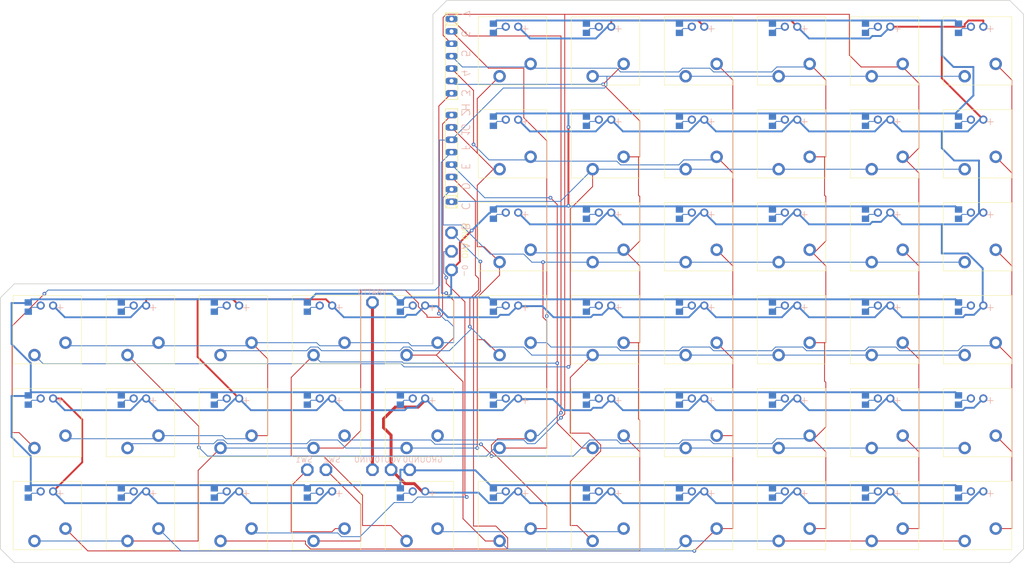
<source format=kicad_pcb>
(kicad_pcb (version 20241229) (generator "pcbnew") (generator_version "9.0")
  (layers (0 "F.Cu" signal) (2 "B.Cu" signal) (13 "F.Paste" user) (15 "B.Paste" user) (5 "F.SilkS" user "F.Silkscreen") (7 "B.SilkS" user "B.Silkscreen") (1 "F.Mask" user) (3 "B.Mask" user) (25 "Edge.Cuts" user))
  (net 0 "")
  (net 1 "N$1")
  (net 2 "N$2")
  (net 3 "N$3")
  (net 4 "N$4")
  (net 5 "N$5")
  (net 6 "N$6")
  (net 7 "N$7")
  (net 8 "E")
  (net 9 "D")
  (net 10 "C")
  (net 11 "B")
  (net 12 "A")
  (net 13 "F")
  (net 14 "G")
  (net 15 "H")
  (net 16 "N$16")
  (net 17 "N$17")
  (net 18 "N$18")
  (net 19 "N$19")
  (net 20 "N$20")
  (net 21 "N$21")
  (net 22 "N$22")
  (net 23 "N$23")
  (net 24 "N$24")
  (net 25 "N$25")
  (net 26 "N$26")
  (net 27 "N$27")
  (net 28 "N$28")
  (net 29 "N$29")
  (net 30 "N$30")
  (net 31 "N$31")
  (net 32 "N$32")
  (net 33 "N$33")
  (net 34 "N$34")
  (net 35 "N$35")
  (net 36 "N$36")
  (net 37 "N$37")
  (net 38 "N$38")
  (net 39 "N$39")
  (net 40 "N$40")
  (net 41 "N$41")
  (net 42 "N$42")
  (net 43 "N$43")
  (net 44 "N$44")
  (net 45 "N$45")
  (net 46 "N$46")
  (net 47 "N$47")
  (net 48 "N$48")
  (net 49 "N$49")
  (net 50 "N$50")
  (net 51 "N$51")
  (net 52 "N$52")
  (net 53 "N$53")
  (net 54 "N$54")
  (net 55 "N$55")
  (net 56 "N$56")
  (net 57 "N$57")
  (net 58 "N$58")
  (net 59 "N$59")
  (net 60 "N$60")
  (net 61 "N$61")
  (net 62 "N$62")
  (net 63 "N$63")
  (net 64 "N$64")
  (net 65 "N$65")
  (net 66 "N$66")
  (net 67 "N$76")
  (net 68 "N$67")
  (net 69 "N$68")
  (net 70 "N$69")
  (net 71 "N$70")
  (net 72 "N$71")
  (net 73 "N$72")
  (footprint "switches:P1-17_385" (layer "F.Cu") (at 136.1186 98.81235)
    (property "Reference" "ON1")
    (property "Value" "TPSPAD1-17")
  )
  (footprint "switches:CHERRY-MX-LED-NOSILK" (layer "F.Cu") (at 110.4011 153.10485 180)
    (property "Reference" "AUX0" (hide yes))
    (property "Value" "CHERRY-MX-LEDNOSILK" (hide yes))
  )
  (footprint "switches:CHERRY-MX-LED-NOSILK" (layer "F.Cu") (at 243.7511 76.90485 180)
    (property "Reference" "DIVIDE0" (hide yes))
    (property "Value" "CHERRY-MX-LEDNOSILK" (hide yes))
  )
  (footprint "switches:CHERRY-MX-LED-NOSILK" (layer "F.Cu") (at 148.5011 134.05485 180)
    (property "Reference" "UP0" (hide yes))
    (property "Value" "CHERRY-MX-LEDNOSILK" (hide yes))
  )
  (footprint "switches:CHERRY-MX-LED-NOSILK" (layer "F.Cu") (at 148.5011 153.10485 180)
    (property "Reference" "DOWN0" (hide yes))
    (property "Value" "CHERRY-MX-LEDNOSILK" (hide yes))
  )
  (footprint "switches:CHERRY-MX-LED-NOSILK" (layer "F.Cu") (at 167.5511 57.85485 180)
    (property "Reference" "X^-1" (hide yes))
    (property "Value" "CHERRY-MX-LEDNOSILK" (hide yes))
  )
  (footprint "switches:CHERRY-MX-LED-NOSILK" (layer "F.Cu") (at 148.5011 95.95485 180)
    (property "Reference" "MATH0" (hide yes))
    (property "Value" "CHERRY-MX-LEDNOSILK" (hide yes))
  )
  (footprint "switches:CHERRY-MX-LED-NOSILK" (layer "F.Cu") (at 110.4011 115.00485 180)
    (property "Reference" "TRACE0" (hide yes))
    (property "Value" "CHERRY-MX-LEDNOSILK" (hide yes))
  )
  (footprint "switches:CHERRY-MX-LED-NOSILK" (layer "F.Cu") (at 72.3011 134.05485 180)
    (property "Reference" "MODE0" (hide yes))
    (property "Value" "CHERRY-MX-LEDNOSILK" (hide yes))
  )
  (footprint "switches:CHERRY-MX-LED-NOSILK" (layer "F.Cu") (at 224.7011 76.90485 180)
    (property "Reference" "))0" (hide yes))
    (property "Value" "CHERRY-MX-LEDNOSILK" (hide yes))
  )
  (footprint "switches:CHERRY-MX-LED-NOSILK" (layer "F.Cu") (at 91.3511 115.00485 180)
    (property "Reference" "ZOOM0" (hide yes))
    (property "Value" "CHERRY-MX-LEDNOSILK" (hide yes))
  )
  (footprint "switches:CHERRY-MX-LED-NOSILK" (layer "F.Cu") (at 243.7511 115.00485 180)
    (property "Reference" "MINUS0" (hide yes))
    (property "Value" "CHERRY-MX-LEDNOSILK" (hide yes))
  )
  (footprint "switches:CHERRY-MX-LED-NOSILK" (layer "F.Cu") (at 148.5011 57.85485 180)
    (property "Reference" "PGRM0" (hide yes))
    (property "Value" "CHERRY-MX-LEDNOSILK" (hide yes))
  )
  (footprint "switches:CHERRY-MX-LED-NOSILK" (layer "F.Cu") (at 205.6511 57.85485 180)
    (property "Reference" "COS0" (hide yes))
    (property "Value" "CHERRY-MX-LEDNOSILK" (hide yes))
  )
  (footprint "switches:CHERRY-MX-LED-NOSILK" (layer "F.Cu") (at 167.5511 76.90485 180)
    (property "Reference" "X^2" (hide yes))
    (property "Value" "CHERRY-MX-LEDNOSILK" (hide yes))
  )
  (footprint "switches:CHERRY-MX-LED-NOSILK" (layer "F.Cu") (at 91.3511 153.10485 180)
    (property "Reference" "ON0" (hide yes))
    (property "Value" "CHERRY-MX-LEDNOSILK" (hide yes))
  )
  (footprint "switches:CHERRY-MX-LED-NOSILK" (layer "F.Cu") (at 205.6511 76.90485 180)
    (property "Reference" "((0" (hide yes))
    (property "Value" "CHERRY-MX-LEDNOSILK" (hide yes))
  )
  (footprint "switches:CHERRY-MX-LED-NOSILK" (layer "F.Cu") (at 243.7511 95.95485 180)
    (property "Reference" "TIMES0" (hide yes))
    (property "Value" "CHERRY-MX-LEDNOSILK" (hide yes))
  )
  (footprint "switches:CHERRY-MX-LED-NOSILK" (layer "F.Cu") (at 72.3011 115.00485 180)
    (property "Reference" "WINDOW0" (hide yes))
    (property "Value" "CHERRY-MX-LEDNOSILK" (hide yes))
  )
  (footprint "switches:CHERRY-MX-LED-NOSILK" (layer "F.Cu") (at 205.6511 115.00485 180)
    (property "Reference" "UNK5" (hide yes))
    (property "Value" "CHERRY-MX-LEDNOSILK" (hide yes))
  )
  (footprint "switches:CHERRY-MX-LED-NOSILK" (layer "F.Cu") (at 243.7511 134.05485 180)
    (property "Reference" "PLUS0" (hide yes))
    (property "Value" "CHERRY-MX-LEDNOSILK" (hide yes))
  )
  (footprint "switches:dummyfp4" (layer "F.Cu") (at 138.9761 105.47985)
    (property "Reference" "UNK_HOLE_4" (hide yes))
    (property "Value" "")
  )
  (footprint "switches:dummyfp2" (layer "F.Cu") (at 177.0761 124.52985)
    (property "Reference" "UNK_HOLE_2" (hide yes))
    (property "Value" "")
  )
  (footprint "switches:dummyfp3" (layer "F.Cu") (at 177.0761 86.42985)
    (property "Reference" "UNK_HOLE_3" (hide yes))
    (property "Value" "")
  )
  (footprint "switches:CHERRY-MX-LED-NOSILK" (layer "F.Cu") (at 205.6511 134.05485 180)
    (property "Reference" "UNK2" (hide yes))
    (property "Value" "CHERRY-MX-LEDNOSILK" (hide yes))
  )
  (footprint "switches:dummyfp0" (layer "F.Cu") (at 215.1761 86.42985)
    (property "Reference" "UNK_HOLE_0" (hide yes))
    (property "Value" "")
  )
  (footprint "switches:RN-8_343" (layer "F.Cu") (at 136.1186 79.76235 90)
    (property "Reference" "COLUMNS0" (hide yes))
    (property "Value" "")
  )
  (footprint "switches:CHERRY-MX-LED-NOSILK" (layer "F.Cu") (at 91.3511 134.05485 180)
    (property "Reference" "DEL0" (hide yes))
    (property "Value" "CHERRY-MX-LEDNOSILK" (hide yes))
  )
  (footprint "switches:CHERRY-MX-LED-NOSILK" (layer "F.Cu") (at 148.5011 115.00485 180)
    (property "Reference" "CLEAR0" (hide yes))
    (property "Value" "CHERRY-MX-LEDNOSILK" (hide yes))
  )
  (footprint "switches:CHERRY-MX-LED-NOSILK" (layer "F.Cu") (at 224.7011 134.05485 180)
    (property "Reference" "UNK3" (hide yes))
    (property "Value" "CHERRY-MX-LEDNOSILK" (hide yes))
  )
  (footprint "switches:CHERRY-MX-LED-NOSILK" (layer "F.Cu") (at 186.6011 95.95485 180)
    (property "Reference" "UNK7" (hide yes))
    (property "Value" "CHERRY-MX-LEDNOSILK" (hide yes))
  )
  (footprint "switches:dummyfp5" (layer "F.Cu") (at 81.8261 124.52985)
    (property "Reference" "UNK_HOLE_5" (hide yes))
    (property "Value" "")
  )
  (footprint "switches:CHERRY-MX-LED-NOSILK" (layer "F.Cu") (at 243.7511 153.10485 180)
    (property "Reference" "ENTER0" (hide yes))
    (property "Value" "CHERRY-MX-LEDNOSILK" (hide yes))
  )
  (footprint "switches:CHERRY-MX-LED-NOSILK" (layer "F.Cu") (at 148.5011 76.90485 180)
    (property "Reference" "APPS0" (hide yes))
    (property "Value" "CHERRY-MX-LEDNOSILK" (hide yes))
  )
  (footprint "switches:CHERRY-MX-LED-NOSILK" (layer "F.Cu") (at 224.7011 115.00485 180)
    (property "Reference" "UNK6" (hide yes))
    (property "Value" "CHERRY-MX-LEDNOSILK" (hide yes))
  )
  (footprint "switches:CHERRY-MX-LED-NOSILK" (layer "F.Cu") (at 224.7011 95.95485 180)
    (property "Reference" "UNK9" (hide yes))
    (property "Value" "CHERRY-MX-LEDNOSILK" (hide yes))
  )
  (footprint "switches:CHERRY-MX-LED-NOSILK" (layer "F.Cu") (at 72.3011 153.10485 180)
    (property "Reference" "XTN0" (hide yes))
    (property "Value" "CHERRY-MX-LEDNOSILK" (hide yes))
  )
  (footprint "switches:CHERRY-MX-LED-NOSILK" (layer "F.Cu") (at 243.7511 57.85485 180)
    (property "Reference" "^^0" (hide yes))
    (property "Value" "CHERRY-MX-LEDNOSILK" (hide yes))
  )
  (footprint "switches:CHERRY-MX-LED-NOSILK" (layer "F.Cu") (at 186.6011 134.05485 180)
    (property "Reference" "UNK1" (hide yes))
    (property "Value" "CHERRY-MX-LEDNOSILK" (hide yes))
  )
  (footprint "switches:CHERRY-MX-LED-NOSILK" (layer "F.Cu") (at 224.7011 57.85485 180)
    (property "Reference" "TAN0" (hide yes))
    (property "Value" "CHERRY-MX-LEDNOSILK" (hide yes))
  )
  (footprint "switches:CHERRY-MX-LED-NOSILK" (layer "F.Cu") (at 186.6011 153.10485 180)
    (property "Reference" "UNK0" (hide yes))
    (property "Value" "CHERRY-MX-LEDNOSILK" (hide yes))
  )
  (footprint "switches:CHERRY-MX-LED-NOSILK" (layer "F.Cu") (at 53.2511 134.05485 180)
    (property "Reference" "UNK2ND0" (hide yes))
    (property "Value" "CHERRY-MX-LEDNOSILK" (hide yes))
  )
  (footprint "switches:CHERRY-MX-LED-NOSILK" (layer "F.Cu") (at 167.5511 95.95485 180)
    (property "Reference" "LOG0" (hide yes))
    (property "Value" "CHERRY-MX-LEDNOSILK" (hide yes))
  )
  (footprint "switches:P1-17_385" (layer "F.Cu") (at 136.1186 95.00235)
    (property "Reference" "ON2")
    (property "Value" "TPSPAD1-17")
  )
  (footprint "switches:dummyfp1" (layer "F.Cu") (at 215.1761 124.52985)
    (property "Reference" "UNK_HOLE_1" (hide yes))
    (property "Value" "")
  )
  (footprint "switches:CHERRY-MX-LED-NOSILK" (layer "F.Cu") (at 205.6511 95.95485 180)
    (property "Reference" "UNK8" (hide yes))
    (property "Value" "CHERRY-MX-LEDNOSILK" (hide yes))
  )
  (footprint "switches:CHERRY-MX-LED-NOSILK" (layer "F.Cu") (at 110.4011 134.05485 180)
    (property "Reference" "STAT0" (hide yes))
    (property "Value" "CHERRY-MX-LEDNOSILK" (hide yes))
  )
  (footprint "switches:CHERRY-MX-LED-NOSILK" (layer "F.Cu") (at 129.4511 115.00485 180)
    (property "Reference" "GRAPH0" (hide yes))
    (property "Value" "CHERRY-MX-LEDNOSILK" (hide yes))
  )
  (footprint "switches:CHERRY-MX-LED-NOSILK" (layer "F.Cu") (at 129.4511 153.10485 180)
    (property "Reference" "LEFT0" (hide yes))
    (property "Value" "CHERRY-MX-LEDNOSILK" (hide yes))
  )
  (footprint "switches:CHERRY-MX-LED-NOSILK" (layer "F.Cu") (at 53.2511 115.00485 180)
    (property "Reference" "Y=0" (hide yes))
    (property "Value" "CHERRY-MX-LEDNOSILK" (hide yes))
  )
  (footprint "switches:CHERRY-MX-LED-NOSILK" (layer "F.Cu") (at 205.6511 153.10485 180)
    (property "Reference" "(.)0" (hide yes))
    (property "Value" "CHERRY-MX-LEDNOSILK" (hide yes))
  )
  (footprint "switches:CHERRY-MX-LED-NOSILK" (layer "F.Cu") (at 186.6011 76.90485 180)
    (property "Reference" ",,,0" (hide yes))
    (property "Value" "CHERRY-MX-LEDNOSILK" (hide yes))
  )
  (footprint "switches:RN-7_343" (layer "F.Cu") (at 136.1186 58.80735 -90)
    (property "Reference" "ROWS0" (hide yes))
    (property "Value" "")
  )
  (footprint "switches:CHERRY-MX-LED-NOSILK" (layer "F.Cu") (at 129.4511 134.05485 180)
    (property "Reference" "VARS0" (hide yes))
    (property "Value" "CHERRY-MX-LEDNOSILK" (hide yes))
  )
  (footprint "switches:CHERRY-MX-LED-NOSILK" (layer "F.Cu") (at 53.2511 153.10485 180)
    (property "Reference" "ALPHA0" (hide yes))
    (property "Value" "CHERRY-MX-LEDNOSILK" (hide yes))
  )
  (footprint "switches:CHERRY-MX-LED-NOSILK" (layer "F.Cu") (at 167.5511 134.05485 180)
    (property "Reference" "STO0" (hide yes))
    (property "Value" "CHERRY-MX-LEDNOSILK" (hide yes))
  )
  (footprint "switches:CHERRY-MX-LED-NOSILK" (layer "F.Cu") (at 186.6011 57.85485 180)
    (property "Reference" "SIN0" (hide yes))
    (property "Value" "CHERRY-MX-LEDNOSILK" (hide yes))
  )
  (footprint "switches:CHERRY-MX-LED-NOSILK" (layer "F.Cu") (at 224.7011 153.10485 180)
    (property "Reference" "(-)0" (hide yes))
    (property "Value" "CHERRY-MX-LEDNOSILK" (hide yes))
  )
  (footprint "switches:CHERRY-MX-LED-NOSILK" (layer "F.Cu") (at 167.5511 153.10485 180)
    (property "Reference" "RIGHT0" (hide yes))
    (property "Value" "CHERRY-MX-LEDNOSILK" (hide yes))
  )
  (footprint "switches:CHERRY-MX-LED-NOSILK" (layer "F.Cu") (at 186.6011 115.00485 180)
    (property "Reference" "UNK4" (hide yes))
    (property "Value" "CHERRY-MX-LEDNOSILK" (hide yes))
  )
  (footprint "switches:CHERRY-MX-LED-NOSILK" (layer "F.Cu") (at 167.5511 115.00485 180)
    (property "Reference" "LN0" (hide yes))
    (property "Value" "CHERRY-MX-LEDNOSILK" (hide yes))
  )
  (footprint "switches:R0805_334" (layer "B.Cu") (at 49.4411 148.34235 -90)
    (property "Reference" "R50" (hide yes))
    (property "Value" "")
  )
  (footprint "switches:R0805_334" (layer "B.Cu") (at 87.5411 148.34235 -90)
    (property "Reference" "R2" (hide yes))
    (property "Value" "")
  )
  (footprint "switches:R0805_334" (layer "B.Cu") (at 68.4911 148.34235 -90)
    (property "Reference" "R49" (hide yes))
    (property "Value" "")
  )
  (footprint "switches:R0805_334" (layer "B.Cu") (at 163.7411 91.19235 -90)
    (property "Reference" "R29" (hide yes))
    (property "Value" "")
  )
  (footprint "switches:R0805_334" (layer "B.Cu") (at 144.6911 91.19235 -90)
    (property "Reference" "R44" (hide yes))
    (property "Value" "")
  )
  (footprint "switches:R0805_334" (layer "B.Cu") (at 220.8911 91.19235 -90)
    (property "Reference" "R25" (hide yes))
    (property "Value" "")
  )
  (footprint "switches:R0805_334" (layer "B.Cu") (at 163.7411 148.34235 -90)
    (property "Reference" "R21" (hide yes))
    (property "Value" "")
  )
  (footprint "switches:R0805_334" (layer "B.Cu") (at 106.5911 148.34235 -90)
    (property "Reference" "R10" (hide yes))
    (property "Value" "")
  )
  (footprint "switches:R0805_334" (layer "B.Cu") (at 163.7411 129.29235 -90)
    (property "Reference" "R13" (hide yes))
    (property "Value" "")
  )
  (footprint "switches:R0805_334" (layer "B.Cu") (at 201.8411 129.29235 -90)
    (property "Reference" "R11" (hide yes))
    (property "Value" "")
  )
  (footprint "switches:R0805_334" (layer "B.Cu") (at 163.7411 110.24235 -90)
    (property "Reference" "R16" (hide yes))
    (property "Value" "")
  )
  (footprint "switches:R0805_334" (layer "B.Cu") (at 125.6411 148.34235 -90)
    (property "Reference" "R8" (hide yes))
    (property "Value" "")
  )
  (footprint "switches:R0805_334" (layer "B.Cu") (at 163.7411 53.09235 -90)
    (property "Reference" "R41" (hide yes))
    (property "Value" "")
  )
  (footprint "switches:R0805_334" (layer "B.Cu") (at 201.8411 53.09235 -90)
    (property "Reference" "R39" (hide yes))
    (property "Value" "")
  )
  (footprint "switches:R0805_334" (layer "B.Cu") (at 144.6911 148.34235 -90)
    (property "Reference" "R7" (hide yes))
    (property "Value" "")
  )
  (footprint "switches:P1-17_385" (layer "B.Cu") (at 119.9261 143.57985 180)
    (property "Reference" "VIN0")
    (property "Value" "TPSPAD1-17")
  )
  (footprint "switches:R0805_334" (layer "B.Cu") (at 87.5411 129.29235 -90)
    (property "Reference" "R52" (hide yes))
    (property "Value" "")
  )
  (footprint "switches:R0805_334" (layer "B.Cu") (at 144.6911 110.24235 -90)
    (property "Reference" "R48" (hide yes))
    (property "Value" "")
  )
  (footprint "switches:R0805_334" (layer "B.Cu") (at 182.7911 129.29235 -90)
    (property "Reference" "R12" (hide yes))
    (property "Value" "")
  )
  (footprint "switches:R0805_334" (layer "B.Cu") (at 68.4911 129.29235 -90)
    (property "Reference" "R43" (hide yes))
    (property "Value" "")
  )
  (footprint "switches:R0805_334" (layer "B.Cu") (at 220.8911 110.24235 -90)
    (property "Reference" "R19" (hide yes))
    (property "Value" "")
  )
  (footprint "switches:R0805_334" (layer "B.Cu") (at 220.8911 129.29235 -90)
    (property "Reference" "R26" (hide yes))
    (property "Value" "")
  )
  (footprint "switches:R0805_334" (layer "B.Cu") (at 163.7411 72.14235 -90)
    (property "Reference" "R32" (hide yes))
    (property "Value" "")
  )
  (footprint "switches:R0805_334" (layer "B.Cu") (at 201.8411 110.24235 -90)
    (property "Reference" "R18" (hide yes))
    (property "Value" "")
  )
  (footprint "switches:R0805_334" (layer "B.Cu") (at 182.7911 110.24235 -90)
    (property "Reference" "R17" (hide yes))
    (property "Value" "")
  )
  (footprint "switches:R0805_334" (layer "B.Cu") (at 201.8411 91.19235 -90)
    (property "Reference" "R27" (hide yes))
    (property "Value" "")
  )
  (footprint "switches:R0805_334" (layer "B.Cu") (at 106.5911 129.29235 -90)
    (property "Reference" "R1" (hide yes))
    (property "Value" "")
  )
  (footprint "switches:R0805_334" (layer "B.Cu") (at 239.9411 110.24235 -90)
    (property "Reference" "R20" (hide yes))
    (property "Value" "")
  )
  (footprint "switches:R0805_334" (layer "B.Cu") (at 49.4411 129.29235 -90)
    (property "Reference" "R42" (hide yes))
    (property "Value" "")
  )
  (footprint "switches:P1-17_385" (layer "B.Cu") (at 106.5911 143.57985 180)
    (property "Reference" "SW1")
    (property "Value" "TPSPAD1-17")
  )
  (footprint "switches:R0805_334" (layer "B.Cu") (at 68.4911 110.24235 -90)
    (property "Reference" "R30" (hide yes))
    (property "Value" "")
  )
  (footprint "switches:R0805_334" (layer "B.Cu") (at 106.5911 110.24235 -90)
    (property "Reference" "R14" (hide yes))
    (property "Value" "")
  )
  (footprint "switches:P1-17_385" (layer "B.Cu") (at 136.1186 102.62235 180)
    (property "Reference" "G-0")
    (property "Value" "TPSPAD1-17")
  )
  (footprint "switches:R0805_334" (layer "B.Cu") (at 144.6911 53.09235 -90)
    (property "Reference" "R46" (hide yes))
    (property "Value" "")
  )
  (footprint "switches:P1-17_385" (layer "B.Cu") (at 119.9261 109.28985 180)
    (property "Reference" "VBATT0")
    (property "Value" "TPSPAD1-17")
  )
  (footprint "switches:R0805_334" (layer "B.Cu") (at 144.6911 129.29235 -90)
    (property "Reference" "R23" (hide yes))
    (property "Value" "")
  )
  (footprint "switches:R0805_334" (layer "B.Cu") (at 49.4411 110.24235 -90)
    (property "Reference" "R31" (hide yes))
    (property "Value" "")
  )
  (footprint "switches:R0805_334" (layer "B.Cu") (at 125.6411 129.29235 -90)
    (property "Reference" "R47" (hide yes))
    (property "Value" "")
  )
  (footprint "switches:R0805_334" (layer "B.Cu") (at 220.8911 148.34235 -90)
    (property "Reference" "R5" (hide yes))
    (property "Value" "")
  )
  (footprint "switches:P1-17_385" (layer "B.Cu") (at 123.7361 143.57985 180)
    (property "Reference" "VOUT0")
    (property "Value" "TPSPAD1-17")
  )
  (footprint "switches:R0805_334" (layer "B.Cu") (at 201.8411 72.14235 -90)
    (property "Reference" "R34" (hide yes))
    (property "Value" "")
  )
  (footprint "switches:R0805_334" (layer "B.Cu") (at 239.9411 53.09235 -90)
    (property "Reference" "R37" (hide yes))
    (property "Value" "")
  )
  (footprint "switches:R0805_334" (layer "B.Cu") (at 239.9411 72.14235 -90)
    (property "Reference" "R36" (hide yes))
    (property "Value" "")
  )
  (footprint "switches:R0805_334" (layer "B.Cu") (at 125.6411 110.24235 -90)
    (property "Reference" "R53" (hide yes))
    (property "Value" "")
  )
  (footprint "switches:R0805_334" (layer "B.Cu") (at 201.8411 148.34235 -90)
    (property "Reference" "R4" (hide yes))
    (property "Value" "")
  )
  (footprint "switches:R0805_334" (layer "B.Cu") (at 239.9411 148.34235 -90)
    (property "Reference" "R6" (hide yes))
    (property "Value" "")
  )
  (footprint "switches:P1-17_385" (layer "B.Cu") (at 127.5461 143.57985 180)
    (property "Reference" "GROUND0")
    (property "Value" "TPSPAD1-17")
  )
  (footprint "switches:R0805_334" (layer "B.Cu") (at 239.9411 129.29235 -90)
    (property "Reference" "R9" (hide yes))
    (property "Value" "")
  )
  (footprint "switches:P1-17_385" (layer "B.Cu") (at 110.4011 143.57985 180)
    (property "Reference" "SW2")
    (property "Value" "TPSPAD1-17")
  )
  (footprint "switches:R0805_334" (layer "B.Cu") (at 87.5411 110.24235 -90)
    (property "Reference" "R15" (hide yes))
    (property "Value" "")
  )
  (footprint "switches:R0805_334" (layer "B.Cu") (at 239.9411 91.19235 -90)
    (property "Reference" "R22" (hide yes))
    (property "Value" "")
  )
  (footprint "switches:R0805_334" (layer "B.Cu") (at 182.7911 53.09235 -90)
    (property "Reference" "R40" (hide yes))
    (property "Value" "")
  )
  (footprint "switches:R0805_334" (layer "B.Cu") (at 182.7911 148.34235 -90)
    (property "Reference" "R3" (hide yes))
    (property "Value" "")
  )
  (footprint "switches:R0805_334" (layer "B.Cu") (at 182.7911 91.19235 -90)
    (property "Reference" "R28" (hide yes))
    (property "Value" "")
  )
  (footprint "switches:R0805_334" (layer "B.Cu") (at 182.7911 72.14235 -90)
    (property "Reference" "R33" (hide yes))
    (property "Value" "")
  )
  (footprint "switches:R0805_334" (layer "B.Cu") (at 220.8911 53.09235 -90)
    (property "Reference" "R38" (hide yes))
    (property "Value" "")
  )
  (footprint "switches:R0805_334" (layer "B.Cu") (at 144.6911 72.14235 -90)
    (property "Reference" "R45" (hide yes))
    (property "Value" "")
  )
  (footprint "switches:R0805_334" (layer "B.Cu") (at 220.8911 72.14235 -90)
    (property "Reference" "R35" (hide yes))
    (property "Value" "")
  )
  (gr_line (start 117.4961 107.87245) (end 117.4961 121.87205) (stroke (width 0.1)) (layer "F.SilkS"))
  (gr_line (start 117.4961 159.97215) (end 103.4965 159.97215) (stroke (width 0.1)) (layer "F.SilkS"))
  (gr_line (start 231.7961 126.92245) (end 231.7961 140.92215) (stroke (width 0.1)) (layer "F.SilkS"))
  (gr_line (start 141.5951 121.87205) (end 141.5951 107.87245) (stroke (width 0.1)) (layer "F.SilkS"))
  (gr_line (start 250.8461 126.92245) (end 250.8461 140.92215) (stroke (width 0.1)) (layer "F.SilkS"))
  (gr_line (start 217.7961 140.92215) (end 217.7961 126.92245) (stroke (width 0.1)) (layer "F.SilkS"))
  (gr_line (start 84.4465 159.97215) (end 84.4465 145.97125) (stroke (width 0.1)) (layer "F.SilkS"))
  (gr_line (start 160.6451 126.92245) (end 174.6461 126.92245) (stroke (width 0.1)) (layer "F.SilkS"))
  (gr_line (start 212.7461 50.72185) (end 212.7461 64.72185) (stroke (width 0.1)) (layer "F.SilkS"))
  (gr_line (start 217.7961 50.72185) (end 231.7961 50.72185) (stroke (width 0.1)) (layer "F.SilkS"))
  (gr_line (start 174.6461 64.72185) (end 160.6451 64.72185) (stroke (width 0.1)) (layer "F.SilkS"))
  (gr_line (start 236.8461 50.72185) (end 250.8461 50.72185) (stroke (width 0.1)) (layer "F.SilkS"))
  (gr_line (start 160.6451 69.77285) (end 174.6461 69.77285) (stroke (width 0.1)) (layer "F.SilkS"))
  (gr_line (start 231.7961 88.82245) (end 231.7961 102.82205) (stroke (width 0.1)) (layer "F.SilkS"))
  (gr_line (start 98.4461 140.92215) (end 84.4465 140.92215) (stroke (width 0.1)) (layer "F.SilkS"))
  (gr_line (start 217.7961 159.97215) (end 217.7961 145.97125) (stroke (width 0.1)) (layer "F.SilkS"))
  (gr_line (start 141.5961 83.77205) (end 141.5961 69.77285) (stroke (width 0.1)) (layer "F.SilkS"))
  (gr_line (start 217.7961 83.77205) (end 217.7961 69.77285) (stroke (width 0.1)) (layer "F.SilkS"))
  (gr_line (start 236.8461 107.87245) (end 250.8461 107.87245) (stroke (width 0.1)) (layer "F.SilkS"))
  (gr_line (start 212.7461 121.87205) (end 198.7461 121.87205) (stroke (width 0.1)) (layer "F.SilkS"))
  (gr_line (start 46.3453 159.97215) (end 46.3453 145.97125) (stroke (width 0.1)) (layer "F.SilkS"))
  (gr_line (start 250.8461 159.97215) (end 236.8461 159.97215) (stroke (width 0.1)) (layer "F.SilkS"))
  (gr_line (start 250.8461 50.72185) (end 250.8461 64.72185) (stroke (width 0.1)) (layer "F.SilkS"))
  (gr_line (start 250.8461 140.92215) (end 236.8461 140.92215) (stroke (width 0.1)) (layer "F.SilkS"))
  (gr_line (start 155.5961 140.92215) (end 141.5951 140.92215) (stroke (width 0.1)) (layer "F.SilkS"))
  (gr_line (start 65.3967 159.97215) (end 65.3967 145.97125) (stroke (width 0.1)) (layer "F.SilkS"))
  (gr_line (start 98.4461 126.92245) (end 98.4461 140.92215) (stroke (width 0.1)) (layer "F.SilkS"))
  (gr_line (start 155.5961 107.87245) (end 155.5961 121.87205) (stroke (width 0.1)) (layer "F.SilkS"))
  (gr_line (start 212.7461 83.77205) (end 198.7461 83.77205) (stroke (width 0.1)) (layer "F.SilkS"))
  (gr_line (start 98.4461 107.87245) (end 98.4461 121.87205) (stroke (width 0.1)) (layer "F.SilkS"))
  (gr_line (start 179.6961 121.87205) (end 179.6961 107.87245) (stroke (width 0.1)) (layer "F.SilkS"))
  (gr_line (start 231.7961 159.97215) (end 217.7961 159.97215) (stroke (width 0.1)) (layer "F.SilkS"))
  (gr_line (start 136.5461 126.92245) (end 136.5461 140.92215) (stroke (width 0.1)) (layer "F.SilkS"))
  (gr_line (start 84.4465 140.92215) (end 84.4465 126.92245) (stroke (width 0.1)) (layer "F.SilkS"))
  (gr_line (start 179.6961 107.87245) (end 193.6961 107.87245) (stroke (width 0.1)) (layer "F.SilkS"))
  (gr_line (start 117.4961 126.92245) (end 117.4961 140.92215) (stroke (width 0.1)) (layer "F.SilkS"))
  (gr_line (start 117.4961 145.97125) (end 117.4961 159.97215) (stroke (width 0.1)) (layer "F.SilkS"))
  (gr_line (start 236.8461 126.92245) (end 250.8461 126.92245) (stroke (width 0.1)) (layer "F.SilkS"))
  (gr_line (start 198.7461 102.82205) (end 198.7461 88.82245) (stroke (width 0.1)) (layer "F.SilkS"))
  (gr_line (start 155.5961 88.82245) (end 155.5961 102.82205) (stroke (width 0.1)) (layer "F.SilkS"))
  (gr_line (start 236.8461 102.82205) (end 236.8461 88.82245) (stroke (width 0.1)) (layer "F.SilkS"))
  (gr_line (start 65.3967 145.97125) (end 79.3961 145.97125) (stroke (width 0.1)) (layer "F.SilkS"))
  (gr_line (start 160.6451 64.72185) (end 160.6451 50.72185) (stroke (width 0.1)) (layer "F.SilkS"))
  (gr_line (start 103.4965 107.87245) (end 117.4961 107.87245) (stroke (width 0.1)) (layer "F.SilkS"))
  (gr_line (start 155.5961 121.87205) (end 141.5951 121.87205) (stroke (width 0.1)) (layer "F.SilkS"))
  (gr_line (start 198.7461 88.82245) (end 212.7461 88.82245) (stroke (width 0.1)) (layer "F.SilkS"))
  (gr_line (start 155.5961 126.92245) (end 155.5961 140.92215) (stroke (width 0.1)) (layer "F.SilkS"))
  (gr_line (start 46.3453 145.97125) (end 60.3461 145.97125) (stroke (width 0.1)) (layer "F.SilkS"))
  (gr_line (start 65.3967 126.92245) (end 79.3961 126.92245) (stroke (width 0.1)) (layer "F.SilkS"))
  (gr_line (start 155.5961 102.82205) (end 141.5961 102.82205) (stroke (width 0.1)) (layer "F.SilkS"))
  (gr_line (start 212.7461 126.92245) (end 212.7461 140.92215) (stroke (width 0.1)) (layer "F.SilkS"))
  (gr_line (start 217.7961 64.72185) (end 217.7961 50.72185) (stroke (width 0.1)) (layer "F.SilkS"))
  (gr_line (start 174.6461 140.92215) (end 160.6451 140.92215) (stroke (width 0.1)) (layer "F.SilkS"))
  (gr_line (start 198.7461 107.87245) (end 212.7461 107.87245) (stroke (width 0.1)) (layer "F.SilkS"))
  (gr_line (start 98.4461 121.87205) (end 84.4465 121.87205) (stroke (width 0.1)) (layer "F.SilkS"))
  (gr_line (start 236.8461 88.82245) (end 250.8461 88.82245) (stroke (width 0.1)) (layer "F.SilkS"))
  (gr_line (start 79.3961 145.97125) (end 79.3961 159.97215) (stroke (width 0.1)) (layer "F.SilkS"))
  (gr_line (start 160.6451 121.87205) (end 160.6451 107.87245) (stroke (width 0.1)) (layer "F.SilkS"))
  (gr_line (start 136.5461 145.97125) (end 136.5461 159.97215) (stroke (width 0.1)) (layer "F.SilkS"))
  (gr_line (start 141.5961 69.77285) (end 155.5961 69.77285) (stroke (width 0.1)) (layer "F.SilkS"))
  (gr_line (start 193.6961 88.82245) (end 193.6961 102.82205) (stroke (width 0.1)) (layer "F.SilkS"))
  (gr_line (start 250.8461 107.87245) (end 250.8461 121.87205) (stroke (width 0.1)) (layer "F.SilkS"))
  (gr_line (start 46.3453 140.92215) (end 46.3453 126.92245) (stroke (width 0.1)) (layer "F.SilkS"))
  (gr_line (start 193.6961 145.97125) (end 193.6961 159.97215) (stroke (width 0.1)) (layer "F.SilkS"))
  (gr_line (start 46.3453 126.92245) (end 60.3461 126.92245) (stroke (width 0.1)) (layer "F.SilkS"))
  (gr_line (start 179.6961 50.72185) (end 193.6961 50.72185) (stroke (width 0.1)) (layer "F.SilkS"))
  (gr_line (start 122.5465 121.87205) (end 122.5465 107.87245) (stroke (width 0.1)) (layer "F.SilkS"))
  (gr_line (start 79.3961 159.97215) (end 65.3967 159.97215) (stroke (width 0.1)) (layer "F.SilkS"))
  (gr_line (start 60.3461 121.87205) (end 46.3453 121.87205) (stroke (width 0.1)) (layer "F.SilkS"))
  (gr_line (start 179.6961 126.92245) (end 193.6961 126.92245) (stroke (width 0.1)) (layer "F.SilkS"))
  (gr_line (start 160.6451 159.97215) (end 160.6451 145.97125) (stroke (width 0.1)) (layer "F.SilkS"))
  (gr_line (start 217.7961 121.87205) (end 217.7961 107.87245) (stroke (width 0.1)) (layer "F.SilkS"))
  (gr_line (start 46.3453 121.87205) (end 46.3453 107.87245) (stroke (width 0.1)) (layer "F.SilkS"))
  (gr_line (start 179.6961 64.72185) (end 179.6961 50.72185) (stroke (width 0.1)) (layer "F.SilkS"))
  (gr_line (start 198.7461 159.97215) (end 198.7461 145.97125) (stroke (width 0.1)) (layer "F.SilkS"))
  (gr_line (start 217.7961 88.82245) (end 231.7961 88.82245) (stroke (width 0.1)) (layer "F.SilkS"))
  (gr_line (start 198.7461 50.72185) (end 212.7461 50.72185) (stroke (width 0.1)) (layer "F.SilkS"))
  (gr_line (start 231.7961 107.87245) (end 231.7961 121.87205) (stroke (width 0.1)) (layer "F.SilkS"))
  (gr_line (start 155.5961 50.72185) (end 155.5961 64.72185) (stroke (width 0.1)) (layer "F.SilkS"))
  (gr_line (start 198.7461 83.77205) (end 198.7461 69.77285) (stroke (width 0.1)) (layer "F.SilkS"))
  (gr_line (start 141.5961 64.72185) (end 141.5961 50.72185) (stroke (width 0.1)) (layer "F.SilkS"))
  (gr_line (start 179.6961 69.77285) (end 193.6961 69.77285) (stroke (width 0.1)) (layer "F.SilkS"))
  (gr_line (start 198.7461 64.72185) (end 198.7461 50.72185) (stroke (width 0.1)) (layer "F.SilkS"))
  (gr_line (start 236.8461 83.77205) (end 236.8461 69.77285) (stroke (width 0.1)) (layer "F.SilkS"))
  (gr_line (start 98.4461 159.97215) (end 84.4465 159.97215) (stroke (width 0.1)) (layer "F.SilkS"))
  (gr_line (start 174.6461 88.82245) (end 174.6461 102.82205) (stroke (width 0.1)) (layer "F.SilkS"))
  (gr_line (start 231.7961 64.72185) (end 217.7961 64.72185) (stroke (width 0.1)) (layer "F.SilkS"))
  (gr_line (start 155.5961 83.77205) (end 141.5961 83.77205) (stroke (width 0.1)) (layer "F.SilkS"))
  (gr_line (start 212.7461 102.82205) (end 198.7461 102.82205) (stroke (width 0.1)) (layer "F.SilkS"))
  (gr_line (start 250.8461 145.97125) (end 250.8461 159.97215) (stroke (width 0.1)) (layer "F.SilkS"))
  (gr_line (start 98.4461 145.97125) (end 98.4461 159.97215) (stroke (width 0.1)) (layer "F.SilkS"))
  (gr_line (start 212.7461 145.97125) (end 212.7461 159.97215) (stroke (width 0.1)) (layer "F.SilkS"))
  (gr_line (start 231.7961 121.87205) (end 217.7961 121.87205) (stroke (width 0.1)) (layer "F.SilkS"))
  (gr_line (start 193.6961 121.87205) (end 179.6961 121.87205) (stroke (width 0.1)) (layer "F.SilkS"))
  (gr_line (start 250.8461 69.77285) (end 250.8461 83.77205) (stroke (width 0.1)) (layer "F.SilkS"))
  (gr_line (start 193.6961 50.72185) (end 193.6961 64.72185) (stroke (width 0.1)) (layer "F.SilkS"))
  (gr_line (start 236.8461 145.97125) (end 250.8461 145.97125) (stroke (width 0.1)) (layer "F.SilkS"))
  (gr_line (start 193.6961 69.77285) (end 193.6961 83.77205) (stroke (width 0.1)) (layer "F.SilkS"))
  (gr_line (start 217.7961 107.87245) (end 231.7961 107.87245) (stroke (width 0.1)) (layer "F.SilkS"))
  (gr_line (start 46.3453 107.87245) (end 60.3461 107.87245) (stroke (width 0.1)) (layer "F.SilkS"))
  (gr_line (start 141.5951 145.97125) (end 155.5961 145.97125) (stroke (width 0.1)) (layer "F.SilkS"))
  (gr_line (start 122.5465 107.87245) (end 136.5461 107.87245) (stroke (width 0.1)) (layer "F.SilkS"))
  (gr_line (start 60.3461 126.92245) (end 60.3461 140.92215) (stroke (width 0.1)) (layer "F.SilkS"))
  (gr_line (start 60.3461 159.97215) (end 46.3453 159.97215) (stroke (width 0.1)) (layer "F.SilkS"))
  (gr_line (start 141.5951 159.97215) (end 141.5951 145.97125) (stroke (width 0.1)) (layer "F.SilkS"))
  (gr_line (start 212.7461 159.97215) (end 198.7461 159.97215) (stroke (width 0.1)) (layer "F.SilkS"))
  (gr_line (start 117.4961 140.92215) (end 103.4965 140.92215) (stroke (width 0.1)) (layer "F.SilkS"))
  (gr_line (start 174.6461 107.87245) (end 174.6461 121.87205) (stroke (width 0.1)) (layer "F.SilkS"))
  (gr_line (start 103.4965 145.97125) (end 117.4961 145.97125) (stroke (width 0.1)) (layer "F.SilkS"))
  (gr_line (start 155.5961 69.77285) (end 155.5961 83.77205) (stroke (width 0.1)) (layer "F.SilkS"))
  (gr_line (start 174.6461 102.82205) (end 160.6451 102.82205) (stroke (width 0.1)) (layer "F.SilkS"))
  (gr_line (start 136.5461 140.92215) (end 122.5465 140.92215) (stroke (width 0.1)) (layer "F.SilkS"))
  (gr_line (start 179.6961 102.82205) (end 179.6961 88.82245) (stroke (width 0.1)) (layer "F.SilkS"))
  (gr_line (start 174.6461 83.77205) (end 160.6451 83.77205) (stroke (width 0.1)) (layer "F.SilkS"))
  (gr_line (start 179.6961 145.97125) (end 193.6961 145.97125) (stroke (width 0.1)) (layer "F.SilkS"))
  (gr_line (start 236.8461 64.72185) (end 236.8461 50.72185) (stroke (width 0.1)) (layer "F.SilkS"))
  (gr_line (start 141.5951 126.92245) (end 155.5961 126.92245) (stroke (width 0.1)) (layer "F.SilkS"))
  (gr_line (start 141.5961 102.82205) (end 141.5961 88.82245) (stroke (width 0.1)) (layer "F.SilkS"))
  (gr_line (start 122.5465 159.97215) (end 122.5465 145.97125) (stroke (width 0.1)) (layer "F.SilkS"))
  (gr_line (start 231.7961 69.77285) (end 231.7961 83.77205) (stroke (width 0.1)) (layer "F.SilkS"))
  (gr_line (start 160.6451 102.82205) (end 160.6451 88.82245) (stroke (width 0.1)) (layer "F.SilkS"))
  (gr_line (start 122.5465 140.92215) (end 122.5465 126.92245) (stroke (width 0.1)) (layer "F.SilkS"))
  (gr_line (start 84.4465 121.87205) (end 84.4465 107.87245) (stroke (width 0.1)) (layer "F.SilkS"))
  (gr_line (start 231.7961 145.97125) (end 231.7961 159.97215) (stroke (width 0.1)) (layer "F.SilkS"))
  (gr_line (start 174.6461 69.77285) (end 174.6461 83.77205) (stroke (width 0.1)) (layer "F.SilkS"))
  (gr_line (start 193.6961 140.92215) (end 179.6961 140.92215) (stroke (width 0.1)) (layer "F.SilkS"))
  (gr_line (start 193.6961 102.82205) (end 179.6961 102.82205) (stroke (width 0.1)) (layer "F.SilkS"))
  (gr_line (start 212.7461 140.92215) (end 198.7461 140.92215) (stroke (width 0.1)) (layer "F.SilkS"))
  (gr_line (start 179.6961 83.77205) (end 179.6961 69.77285) (stroke (width 0.1)) (layer "F.SilkS"))
  (gr_line (start 193.6961 83.77205) (end 179.6961 83.77205) (stroke (width 0.1)) (layer "F.SilkS"))
  (gr_line (start 236.8461 69.77285) (end 250.8461 69.77285) (stroke (width 0.1)) (layer "F.SilkS"))
  (gr_line (start 174.6461 121.87205) (end 160.6451 121.87205) (stroke (width 0.1)) (layer "F.SilkS"))
  (gr_line (start 250.8461 83.77205) (end 236.8461 83.77205) (stroke (width 0.1)) (layer "F.SilkS"))
  (gr_line (start 179.6961 140.92215) (end 179.6961 126.92245) (stroke (width 0.1)) (layer "F.SilkS"))
  (gr_line (start 160.6451 107.87245) (end 174.6461 107.87245) (stroke (width 0.1)) (layer "F.SilkS"))
  (gr_line (start 250.8461 121.87205) (end 236.8461 121.87205) (stroke (width 0.1)) (layer "F.SilkS"))
  (gr_line (start 193.6961 64.72185) (end 179.6961 64.72185) (stroke (width 0.1)) (layer "F.SilkS"))
  (gr_line (start 65.3967 121.87205) (end 65.3967 107.87245) (stroke (width 0.1)) (layer "F.SilkS"))
  (gr_line (start 236.8461 140.92215) (end 236.8461 126.92245) (stroke (width 0.1)) (layer "F.SilkS"))
  (gr_line (start 155.5961 159.97215) (end 141.5951 159.97215) (stroke (width 0.1)) (layer "F.SilkS"))
  (gr_line (start 79.3961 107.87245) (end 79.3961 121.87205) (stroke (width 0.1)) (layer "F.SilkS"))
  (gr_line (start 198.7461 140.92215) (end 198.7461 126.92245) (stroke (width 0.1)) (layer "F.SilkS"))
  (gr_line (start 174.6461 145.97125) (end 174.6461 159.97215) (stroke (width 0.1)) (layer "F.SilkS"))
  (gr_line (start 231.7961 83.77205) (end 217.7961 83.77205) (stroke (width 0.1)) (layer "F.SilkS"))
  (gr_line (start 60.3461 140.92215) (end 46.3453 140.92215) (stroke (width 0.1)) (layer "F.SilkS"))
  (gr_line (start 160.6451 88.82245) (end 174.6461 88.82245) (stroke (width 0.1)) (layer "F.SilkS"))
  (gr_line (start 212.7461 69.77285) (end 212.7461 83.77205) (stroke (width 0.1)) (layer "F.SilkS"))
  (gr_line (start 103.4965 159.97215) (end 103.4965 145.97125) (stroke (width 0.1)) (layer "F.SilkS"))
  (gr_line (start 141.5951 140.92215) (end 141.5951 126.92245) (stroke (width 0.1)) (layer "F.SilkS"))
  (gr_line (start 231.7961 50.72185) (end 231.7961 64.72185) (stroke (width 0.1)) (layer "F.SilkS"))
  (gr_line (start 193.6961 159.97215) (end 179.6961 159.97215) (stroke (width 0.1)) (layer "F.SilkS"))
  (gr_line (start 84.4465 126.92245) (end 98.4461 126.92245) (stroke (width 0.1)) (layer "F.SilkS"))
  (gr_line (start 231.7961 102.82205) (end 217.7961 102.82205) (stroke (width 0.1)) (layer "F.SilkS"))
  (gr_line (start 193.6961 126.92245) (end 193.6961 140.92215) (stroke (width 0.1)) (layer "F.SilkS"))
  (gr_line (start 231.7961 140.92215) (end 217.7961 140.92215) (stroke (width 0.1)) (layer "F.SilkS"))
  (gr_line (start 160.6451 83.77205) (end 160.6451 69.77285) (stroke (width 0.1)) (layer "F.SilkS"))
  (gr_line (start 198.7461 121.87205) (end 198.7461 107.87245) (stroke (width 0.1)) (layer "F.SilkS"))
  (gr_line (start 174.6461 50.72185) (end 174.6461 64.72185) (stroke (width 0.1)) (layer "F.SilkS"))
  (gr_line (start 103.4965 140.92215) (end 103.4965 126.92245) (stroke (width 0.1)) (layer "F.SilkS"))
  (gr_line (start 60.3461 145.97125) (end 60.3461 159.97215) (stroke (width 0.1)) (layer "F.SilkS"))
  (gr_line (start 79.3961 140.92215) (end 65.3967 140.92215) (stroke (width 0.1)) (layer "F.SilkS"))
  (gr_line (start 250.8461 102.82205) (end 236.8461 102.82205) (stroke (width 0.1)) (layer "F.SilkS"))
  (gr_line (start 236.8461 159.97215) (end 236.8461 145.97125) (stroke (width 0.1)) (layer "F.SilkS"))
  (gr_line (start 122.5465 145.97125) (end 136.5461 145.97125) (stroke (width 0.1)) (layer "F.SilkS"))
  (gr_line (start 84.4465 145.97125) (end 98.4461 145.97125) (stroke (width 0.1)) (layer "F.SilkS"))
  (gr_line (start 136.5461 121.87205) (end 122.5465 121.87205) (stroke (width 0.1)) (layer "F.SilkS"))
  (gr_line (start 212.7461 107.87245) (end 212.7461 121.87205) (stroke (width 0.1)) (layer "F.SilkS"))
  (gr_line (start 65.3967 107.87245) (end 79.3961 107.87245) (stroke (width 0.1)) (layer "F.SilkS"))
  (gr_line (start 160.6451 50.72185) (end 174.6461 50.72185) (stroke (width 0.1)) (layer "F.SilkS"))
  (gr_line (start 217.7961 69.77285) (end 231.7961 69.77285) (stroke (width 0.1)) (layer "F.SilkS"))
  (gr_line (start 179.6961 159.97215) (end 179.6961 145.97125) (stroke (width 0.1)) (layer "F.SilkS"))
  (gr_line (start 217.7961 126.92245) (end 231.7961 126.92245) (stroke (width 0.1)) (layer "F.SilkS"))
  (gr_line (start 217.7961 102.82205) (end 217.7961 88.82245) (stroke (width 0.1)) (layer "F.SilkS"))
  (gr_line (start 174.6461 126.92245) (end 174.6461 140.92215) (stroke (width 0.1)) (layer "F.SilkS"))
  (gr_line (start 79.3961 121.87205) (end 65.3967 121.87205) (stroke (width 0.1)) (layer "F.SilkS"))
  (gr_line (start 217.7961 145.97125) (end 231.7961 145.97125) (stroke (width 0.1)) (layer "F.SilkS"))
  (gr_line (start 179.6961 88.82245) (end 193.6961 88.82245) (stroke (width 0.1)) (layer "F.SilkS"))
  (gr_line (start 122.5465 126.92245) (end 136.5461 126.92245) (stroke (width 0.1)) (layer "F.SilkS"))
  (gr_line (start 117.4961 121.87205) (end 103.4965 121.87205) (stroke (width 0.1)) (layer "F.SilkS"))
  (gr_line (start 236.8461 121.87205) (end 236.8461 107.87245) (stroke (width 0.1)) (layer "F.SilkS"))
  (gr_line (start 160.6451 140.92215) (end 160.6451 126.92245) (stroke (width 0.1)) (layer "F.SilkS"))
  (gr_line (start 79.3961 126.92245) (end 79.3961 140.92215) (stroke (width 0.1)) (layer "F.SilkS"))
  (gr_line (start 250.8461 64.72185) (end 236.8461 64.72185) (stroke (width 0.1)) (layer "F.SilkS"))
  (gr_line (start 155.5961 145.97125) (end 155.5961 159.97215) (stroke (width 0.1)) (layer "F.SilkS"))
  (gr_line (start 212.7461 88.82245) (end 212.7461 102.82205) (stroke (width 0.1)) (layer "F.SilkS"))
  (gr_line (start 103.4965 121.87205) (end 103.4965 107.87245) (stroke (width 0.1)) (layer "F.SilkS"))
  (gr_line (start 65.3967 140.92215) (end 65.3967 126.92245) (stroke (width 0.1)) (layer "F.SilkS"))
  (gr_line (start 155.5961 64.72185) (end 141.5961 64.72185) (stroke (width 0.1)) (layer "F.SilkS"))
  (gr_line (start 103.4965 126.92245) (end 117.4961 126.92245) (stroke (width 0.1)) (layer "F.SilkS"))
  (gr_line (start 250.8461 88.82245) (end 250.8461 102.82205) (stroke (width 0.1)) (layer "F.SilkS"))
  (gr_line (start 193.6961 107.87245) (end 193.6961 121.87205) (stroke (width 0.1)) (layer "F.SilkS"))
  (gr_line (start 60.3461 107.87245) (end 60.3461 121.87205) (stroke (width 0.1)) (layer "F.SilkS"))
  (gr_line (start 174.6461 159.97215) (end 160.6451 159.97215) (stroke (width 0.1)) (layer "F.SilkS"))
  (gr_line (start 136.5461 159.97215) (end 122.5465 159.97215) (stroke (width 0.1)) (layer "F.SilkS"))
  (gr_line (start 141.5951 107.87245) (end 155.5961 107.87245) (stroke (width 0.1)) (layer "F.SilkS"))
  (gr_line (start 84.4465 107.87245) (end 98.4461 107.87245) (stroke (width 0.1)) (layer "F.SilkS"))
  (gr_line (start 141.5961 88.82245) (end 155.5961 88.82245) (stroke (width 0.1)) (layer "F.SilkS"))
  (gr_line (start 136.5461 107.87245) (end 136.5461 121.87205) (stroke (width 0.1)) (layer "F.SilkS"))
  (gr_line (start 198.7461 69.77285) (end 212.7461 69.77285) (stroke (width 0.1)) (layer "F.SilkS"))
  (gr_line (start 160.6451 145.97125) (end 174.6461 145.97125) (stroke (width 0.1)) (layer "F.SilkS"))
  (gr_line (start 198.7461 126.92245) (end 212.7461 126.92245) (stroke (width 0.1)) (layer "F.SilkS"))
  (gr_line (start 212.7461 64.72185) (end 198.7461 64.72185) (stroke (width 0.1)) (layer "F.SilkS"))
  (gr_line (start 141.5961 50.72185) (end 155.5961 50.72185) (stroke (width 0.1)) (layer "F.SilkS"))
  (gr_line (start 198.7461 145.97125) (end 212.7461 145.97125) (stroke (width 0.1)) (layer "F.SilkS"))
  (gr_line (start 132.3086 105.47985) (end 132.3086 50.23485) (stroke (width 0.1524)) (layer "Edge.Cuts"))
  (gr_line (start 250.4186 47.37735) (end 253.2761 50.23485) (stroke (width 0.1524)) (layer "Edge.Cuts"))
  (gr_line (start 253.2761 159.77235) (end 250.4186 162.62985) (stroke (width 0.1524)) (layer "Edge.Cuts"))
  (gr_line (start 250.4186 162.62985) (end 46.5836 162.62985) (stroke (width 0.1524)) (layer "Edge.Cuts"))
  (gr_line (start 253.2761 50.23485) (end 253.2761 159.77235) (stroke (width 0.1524)) (layer "Edge.Cuts"))
  (gr_line (start 132.3086 50.23485) (end 135.1661 47.37735) (stroke (width 0.1524)) (layer "Edge.Cuts"))
  (gr_line (start 43.7261 108.33735) (end 46.5836 105.47985) (stroke (width 0.1524)) (layer "Edge.Cuts"))
  (gr_line (start 46.5836 162.62985) (end 43.7261 159.77235) (stroke (width 0.1524)) (layer "Edge.Cuts"))
  (gr_line (start 43.7261 159.77235) (end 43.7261 108.33735) (stroke (width 0.1524)) (layer "Edge.Cuts"))
  (gr_line (start 135.1661 47.37735) (end 250.4186 47.37735) (stroke (width 0.1524)) (layer "Edge.Cuts"))
  (gr_line (start 46.5836 105.47985) (end 132.3086 105.47985) (stroke (width 0.1524)) (layer "Edge.Cuts"))
  (gr_text "+" (at 209.4611 54.04485 -0) (layer "B.SilkS") (effects (font (size 1.63576 1.63576) (thickness 0.14224)) (justify left bottom mirror)))
  (gr_text "+" (at 209.4611 130.24485 -0) (layer "B.SilkS") (effects (font (size 1.63576 1.63576) (thickness 0.14224)) (justify left bottom mirror)))
  (gr_text "+" (at 247.5611 54.04485 -0) (layer "B.SilkS") (effects (font (size 1.63576 1.63576) (thickness 0.14224)) (justify left bottom mirror)))
  (gr_text "+" (at 171.3611 149.29485 -0) (layer "B.SilkS") (effects (font (size 1.63576 1.63576) (thickness 0.14224)) (justify left bottom mirror)))
  (gr_text "+" (at 247.5611 73.09485 -0) (layer "B.SilkS") (effects (font (size 1.63576 1.63576) (thickness 0.14224)) (justify left bottom mirror)))
  (gr_text "+" (at 190.4111 92.14485 -0) (layer "B.SilkS") (effects (font (size 1.63576 1.63576) (thickness 0.14224)) (justify left bottom mirror)))
  (gr_text "+" (at 114.2111 130.24485 -0) (layer "B.SilkS") (effects (font (size 1.63576 1.63576) (thickness 0.14224)) (justify left bottom mirror)))
  (gr_text "+" (at 171.3611 54.04485 -0) (layer "B.SilkS") (effects (font (size 1.63576 1.63576) (thickness 0.14224)) (justify left bottom mirror)))
  (gr_text "+" (at 152.3111 111.19485 -0) (layer "B.SilkS") (effects (font (size 1.63576 1.63576) (thickness 0.14224)) (justify left bottom mirror)))
  (gr_text "+" (at 152.3111 54.04485 -0) (layer "B.SilkS") (effects (font (size 1.63576 1.63576) (thickness 0.14224)) (justify left bottom mirror)))
  (gr_text "+" (at 247.5611 149.29485 -0) (layer "B.SilkS") (effects (font (size 1.63576 1.63576) (thickness 0.14224)) (justify left bottom mirror)))
  (gr_text "+" (at 152.3111 130.24485 -0) (layer "B.SilkS") (effects (font (size 1.63576 1.63576) (thickness 0.14224)) (justify left bottom mirror)))
  (gr_text "+" (at 133.2611 111.19485 -0) (layer "B.SilkS") (effects (font (size 1.63576 1.63576) (thickness 0.14224)) (justify left bottom mirror)))
  (gr_text "+" (at 95.1611 130.24485 -0) (layer "B.SilkS") (effects (font (size 1.63576 1.63576) (thickness 0.14224)) (justify left bottom mirror)))
  (gr_text "+" (at 171.3611 73.09485 -0) (layer "B.SilkS") (effects (font (size 1.63576 1.63576) (thickness 0.14224)) (justify left bottom mirror)))
  (gr_text "+" (at 95.1611 111.19485 -0) (layer "B.SilkS") (effects (font (size 1.63576 1.63576) (thickness 0.14224)) (justify left bottom mirror)))
  (gr_text "+" (at 190.4111 149.29485 -0) (layer "B.SilkS") (effects (font (size 1.63576 1.63576) (thickness 0.14224)) (justify left bottom mirror)))
  (gr_text "+" (at 247.5611 111.19485 -0) (layer "B.SilkS") (effects (font (size 1.63576 1.63576) (thickness 0.14224)) (justify left bottom mirror)))
  (gr_text "+" (at 133.2611 130.24485 -0) (layer "B.SilkS") (effects (font (size 1.63576 1.63576) (thickness 0.14224)) (justify left bottom mirror)))
  (gr_text "+" (at 57.0611 149.29485 -0) (layer "B.SilkS") (effects (font (size 1.63576 1.63576) (thickness 0.14224)) (justify left bottom mirror)))
  (gr_text "+" (at 247.5611 92.14485 -0) (layer "B.SilkS") (effects (font (size 1.63576 1.63576) (thickness 0.14224)) (justify left bottom mirror)))
  (gr_text "A  B  C  D  E  F  G  H" (at 139.9286 68.33235 -90) (layer "B.SilkS") (effects (font (size 1.63576 1.63576) (thickness 0.14224)) (justify right top mirror)))
  (gr_text "+" (at 57.0611 130.24485 -0) (layer "B.SilkS") (effects (font (size 1.63576 1.63576) (thickness 0.14224)) (justify left bottom mirror)))
  (gr_text "+" (at 190.4111 54.04485 -0) (layer "B.SilkS") (effects (font (size 1.63576 1.63576) (thickness 0.14224)) (justify left bottom mirror)))
  (gr_text "+" (at 228.5111 92.14485 -0) (layer "B.SilkS") (effects (font (size 1.63576 1.63576) (thickness 0.14224)) (justify left bottom mirror)))
  (gr_text "+" (at 114.2111 149.29485 -0) (layer "B.SilkS") (effects (font (size 1.63576 1.63576) (thickness 0.14224)) (justify left bottom mirror)))
  (gr_text "+" (at 228.5111 149.29485 -0) (layer "B.SilkS") (effects (font (size 1.63576 1.63576) (thickness 0.14224)) (justify left bottom mirror)))
  (gr_text "1  2  3  4  5  6  7" (at 139.9286 49.28235 -90) (layer "B.SilkS") (effects (font (size 1.63576 1.63576) (thickness 0.14224)) (justify right top mirror)))
  (gr_text "+" (at 247.5611 130.24485 -0) (layer "B.SilkS") (effects (font (size 1.63576 1.63576) (thickness 0.14224)) (justify left bottom mirror)))
  (gr_text "+" (at 190.4111 111.19485 -0) (layer "B.SilkS") (effects (font (size 1.63576 1.63576) (thickness 0.14224)) (justify left bottom mirror)))
  (gr_text "+" (at 95.1611 149.29485 -0) (layer "B.SilkS") (effects (font (size 1.63576 1.63576) (thickness 0.14224)) (justify left bottom mirror)))
  (gr_text "+" (at 152.3111 92.14485 -0) (layer "B.SilkS") (effects (font (size 1.63576 1.63576) (thickness 0.14224)) (justify left bottom mirror)))
  (gr_text "+" (at 209.4611 111.19485 -0) (layer "B.SilkS") (effects (font (size 1.63576 1.63576) (thickness 0.14224)) (justify left bottom mirror)))
  (gr_text "+" (at 114.2111 111.19485 -0) (layer "B.SilkS") (effects (font (size 1.63576 1.63576) (thickness 0.14224)) (justify left bottom mirror)))
  (gr_text "+" (at 228.5111 73.09485 -0) (layer "B.SilkS") (effects (font (size 1.63576 1.63576) (thickness 0.14224)) (justify left bottom mirror)))
  (gr_text "+" (at 133.2611 149.29485 -0) (layer "B.SilkS") (effects (font (size 1.63576 1.63576) (thickness 0.14224)) (justify left bottom mirror)))
  (gr_text "+" (at 76.1111 149.29485 -0) (layer "B.SilkS") (effects (font (size 1.63576 1.63576) (thickness 0.14224)) (justify left bottom mirror)))
  (gr_text "+" (at 209.4611 73.09485 -0) (layer "B.SilkS") (effects (font (size 1.63576 1.63576) (thickness 0.14224)) (justify left bottom mirror)))
  (gr_text "+" (at 76.1111 130.24485 -0) (layer "B.SilkS") (effects (font (size 1.63576 1.63576) (thickness 0.14224)) (justify left bottom mirror)))
  (gr_text "+" (at 76.1111 111.19485 -0) (layer "B.SilkS") (effects (font (size 1.63576 1.63576) (thickness 0.14224)) (justify left bottom mirror)))
  (gr_text "+" (at 190.4111 130.24485 -0) (layer "B.SilkS") (effects (font (size 1.63576 1.63576) (thickness 0.14224)) (justify left bottom mirror)))
  (gr_text "+" (at 190.4111 73.09485 -0) (layer "B.SilkS") (effects (font (size 1.63576 1.63576) (thickness 0.14224)) (justify left bottom mirror)))
  (gr_text "+" (at 209.4611 92.14485 -0) (layer "B.SilkS") (effects (font (size 1.63576 1.63576) (thickness 0.14224)) (justify left bottom mirror)))
  (gr_text "+" (at 228.5111 111.19485 -0) (layer "B.SilkS") (effects (font (size 1.63576 1.63576) (thickness 0.14224)) (justify left bottom mirror)))
  (gr_text "+" (at 57.0611 111.19485 -0) (layer "B.SilkS") (effects (font (size 1.63576 1.63576) (thickness 0.14224)) (justify left bottom mirror)))
  (gr_text "+" (at 209.4611 149.29485 -0) (layer "B.SilkS") (effects (font (size 1.63576 1.63576) (thickness 0.14224)) (justify left bottom mirror)))
  (gr_text "+" (at 228.5111 54.04485 -0) (layer "B.SilkS") (effects (font (size 1.63576 1.63576) (thickness 0.14224)) (justify left bottom mirror)))
  (gr_text "+" (at 171.3611 111.19485 -0) (layer "B.SilkS") (effects (font (size 1.63576 1.63576) (thickness 0.14224)) (justify left bottom mirror)))
  (gr_text "+" (at 152.3111 73.09485 -0) (layer "B.SilkS") (effects (font (size 1.63576 1.63576) (thickness 0.14224)) (justify left bottom mirror)))
  (gr_text "+" (at 152.3111 149.29485 -0) (layer "B.SilkS") (effects (font (size 1.63576 1.63576) (thickness 0.14224)) (justify left bottom mirror)))
  (gr_text "+" (at 171.3611 92.14485 -0) (layer "B.SilkS") (effects (font (size 1.63576 1.63576) (thickness 0.14224)) (justify left bottom mirror)))
  (gr_text "+" (at 171.3611 130.24485 -0) (layer "B.SilkS") (effects (font (size 1.63576 1.63576) (thickness 0.14224)) (justify left bottom mirror)))
  (gr_text "+" (at 228.5111 130.24485 -0) (layer "B.SilkS") (effects (font (size 1.63576 1.63576) (thickness 0.14224)) (justify left bottom mirror)))
  (segment (start 133.5151 111.57585) (end 133.5151 69.03085) (width 0.1778) (layer "F.Cu") (net 1))
  (segment (start 133.5151 69.03085) (end 136.1186 66.42735) (width 0.1778) (layer "F.Cu") (net 1))
  (segment (start 95.1611 117.54485) (end 98.4631 120.84685) (width 0.1778) (layer "F.Cu") (net 1))
  (segment (start 98.4631 136.59485) (end 95.1611 136.59485) (width 0.1778) (layer "F.Cu") (net 1))
  (segment (start 98.4631 120.84685) (end 98.4631 136.59485) (width 0.1778) (layer "F.Cu") (net 1))
  (via (at 133.5151 111.57585) (size 0.7564) (drill 0.35) (layers "F.Cu" "B.Cu") (net 1))
  (segment (start 114.2111 117.54485) (end 127.2921 117.54485) (width 0.1778) (layer "B.Cu") (net 1))
  (segment (start 75.4761 118.17985) (end 94.5261 118.17985) (width 0.1778) (layer "B.Cu") (net 1))
  (segment (start 89.8271 137.22985) (end 94.5261 137.22985) (width 0.1778) (layer "B.Cu") (net 1))
  (segment (start 109.1311 118.17985) (end 113.5761 118.17985) (width 0.1778) (layer "B.Cu") (net 1))
  (segment (start 133.2611 117.54485) (end 136.5631 117.54485) (width 0.1778) (layer "B.Cu") (net 1))
  (segment (start 132.6261 118.17985) (end 133.2611 117.54485) (width 0.1778) (layer "B.Cu") (net 1))
  (segment (start 136.5631 114.24285) (end 135.2931 112.97285) (width 0.1778) (layer "B.Cu") (net 1))
  (segment (start 75.4761 118.17985) (end 57.6961 118.17985) (width 0.1778) (layer "B.Cu") (net 1))
  (segment (start 113.5761 118.17985) (end 114.2111 117.54485) (width 0.1778) (layer "B.Cu") (net 1))
  (segment (start 94.5261 137.22985) (end 95.1611 136.59485) (width 0.1778) (layer "B.Cu") (net 1))
  (segment (start 95.1611 117.54485) (end 108.4961 117.54485) (width 0.1778) (layer "B.Cu") (net 1))
  (segment (start 89.1921 136.59485) (end 89.8271 137.22985) (width 0.1778) (layer "B.Cu") (net 1))
  (segment (start 127.9271 118.17985) (end 132.6261 118.17985) (width 0.1778) (layer "B.Cu") (net 1))
  (segment (start 76.1111 136.59485) (end 75.4761 137.22985) (width 0.1778) (layer "B.Cu") (net 1))
  (segment (start 94.5261 118.17985) (end 95.1611 117.54485) (width 0.1778) (layer "B.Cu") (net 1))
  (segment (start 127.2921 117.54485) (end 127.9271 118.17985) (width 0.1778) (layer "B.Cu") (net 1))
  (segment (start 57.6961 118.17985) (end 57.0611 117.54485) (width 0.1778) (layer "B.Cu") (net 1))
  (segment (start 76.1111 136.59485) (end 89.1921 136.59485) (width 0.1778) (layer "B.Cu") (net 1))
  (segment (start 108.4961 117.54485) (end 109.1311 118.17985) (width 0.1778) (layer "B.Cu") (net 1))
  (segment (start 75.4761 118.17985) (end 76.1111 117.54485) (width 0.1778) (layer "B.Cu") (net 1))
  (segment (start 135.2931 112.97285) (end 134.9121 112.97285) (width 0.1778) (layer "B.Cu") (net 1))
  (segment (start 75.4761 137.22985) (end 57.6961 137.22985) (width 0.1778) (layer "B.Cu") (net 1))
  (segment (start 57.6961 137.22985) (end 57.0611 136.59485) (width 0.1778) (layer "B.Cu") (net 1))
  (segment (start 136.5631 117.54485) (end 136.5631 114.24285) (width 0.1778) (layer "B.Cu") (net 1))
  (segment (start 134.9121 112.97285) (end 133.5151 111.57585) (width 0.1778) (layer "B.Cu") (net 1))
  (segment (start 174.4091 117.54485) (end 171.3611 117.54485) (width 0.1778) (layer "F.Cu") (net 2))
  (segment (start 174.4091 79.44485) (end 174.4091 87.31885) (width 0.1778) (layer "F.Cu") (net 2))
  (segment (start 174.6631 87.57285) (end 174.6631 96.71685) (width 0.1778) (layer "F.Cu") (net 2))
  (segment (start 171.3611 136.59485) (end 174.6631 139.89685) (width 0.1778) (layer "F.Cu") (net 2))
  (segment (start 174.4091 79.44485) (end 171.3611 79.44485) (width 0.1778) (layer "F.Cu") (net 2))
  (segment (start 174.6631 101.79685) (end 174.6631 117.54485) (width 0.1778) (layer "F.Cu") (net 2))
  (segment (start 174.4091 87.31885) (end 174.6631 87.57285) (width 0.1778) (layer "F.Cu") (net 2))
  (segment (start 174.6631 72.07885) (end 174.6631 79.44485) (width 0.1778) (layer "F.Cu") (net 2))
  (segment (start 174.6631 139.89685) (end 174.6631 160.21685) (width 0.1778) (layer "F.Cu") (net 2))
  (segment (start 174.6631 160.21685) (end 61.6331 160.21685) (width 0.1778) (layer "F.Cu") (net 2))
  (segment (start 174.6631 133.41985) (end 174.4091 133.16585) (width 0.1778) (layer "F.Cu") (net 2))
  (segment (start 61.6331 160.21685) (end 57.0611 155.64485) (width 0.1778) (layer "F.Cu") (net 2))
  (segment (start 174.6631 139.89685) (end 174.6631 133.41985) (width 0.1778) (layer "F.Cu") (net 2))
  (segment (start 174.6631 79.44485) (end 174.4091 79.44485) (width 0.1778) (layer "F.Cu") (net 2))
  (segment (start 167.1701 64.58585) (end 174.6631 72.07885) (width 0.1778) (layer "F.Cu") (net 2))
  (segment (start 171.3611 60.39485) (end 167.1701 64.58585) (width 0.1778) (layer "F.Cu") (net 2))
  (segment (start 172.1231 99.25685) (end 174.6631 101.79685) (width 0.1778) (layer "F.Cu") (net 2))
  (segment (start 174.4091 133.16585) (end 174.4091 117.54485) (width 0.1778) (layer "F.Cu") (net 2))
  (segment (start 172.1231 99.25685) (end 171.3611 98.49485) (width 0.1778) (layer "F.Cu") (net 2))
  (segment (start 174.6631 96.71685) (end 172.1231 99.25685) (width 0.1778) (layer "F.Cu") (net 2))
  (segment (start 174.6631 117.54485) (end 174.4091 117.54485) (width 0.1778) (layer "F.Cu") (net 2))
  (via (at 167.1701 64.58585) (size 0.7564) (drill 0.35) (layers "F.Cu" "B.Cu") (net 2))
  (segment (start 170.7261 99.12985) (end 152.9461 99.12985) (width 0.1778) (layer "B.Cu") (net 2))
  (segment (start 167.1701 64.58585) (end 136.8171 64.58585) (width 0.1778) (layer "B.Cu") (net 2))
  (segment (start 152.9461 99.12985) (end 152.3111 98.49485) (width 0.1778) (layer "B.Cu") (net 2))
  (segment (start 136.8171 64.58585) (end 136.1186 63.88735) (width 0.1778) (layer "B.Cu") (net 2))
  (segment (start 171.3611 98.49485) (end 170.7261 99.12985) (width 0.1778) (layer "B.Cu") (net 2))
  (segment (start 140.6271 76.90485) (end 140.6271 65.85585) (width 0.1778) (layer "F.Cu") (net 3))
  (segment (start 140.6271 65.85585) (end 136.1186 61.34735) (width 0.1778) (layer "F.Cu") (net 3))
  (segment (start 193.7131 155.64485) (end 190.4111 155.64485) (width 0.1778) (layer "F.Cu") (net 3))
  (segment (start 193.7131 120.84685) (end 193.7131 101.79685) (width 0.1778) (layer "F.Cu") (net 3))
  (segment (start 193.7131 82.74685) (end 193.7131 63.69685) (width 0.1778) (layer "F.Cu") (net 3))
  (segment (start 193.7131 82.74685) (end 190.4111 79.44485) (width 0.1778) (layer "F.Cu") (net 3))
  (segment (start 190.4111 117.54485) (end 193.7131 120.84685) (width 0.1778) (layer "F.Cu") (net 3))
  (segment (start 193.7131 101.79685) (end 190.4111 98.49485) (width 0.1778) (layer "F.Cu") (net 3))
  (segment (start 193.7131 120.84685) (end 193.7131 136.59485) (width 0.1778) (layer "F.Cu") (net 3))
  (segment (start 193.7131 63.69685) (end 190.4111 60.39485) (width 0.1778) (layer "F.Cu") (net 3))
  (segment (start 193.7131 136.59485) (end 190.4111 136.59485) (width 0.1778) (layer "F.Cu") (net 3))
  (segment (start 190.4111 155.64485) (end 185.8391 160.21685) (width 0.1778) (layer "F.Cu") (net 3))
  (segment (start 193.7131 136.59485) (end 193.7131 155.64485) (width 0.1778) (layer "F.Cu") (net 3))
  (segment (start 193.7131 101.79685) (end 193.7131 82.74685) (width 0.1778) (layer "F.Cu") (net 3))
  (via (at 140.6271 76.90485) (size 0.7564) (drill 0.35) (layers "F.Cu" "B.Cu") (net 3))
  (via (at 185.8391 160.21685) (size 0.7564) (drill 0.35) (layers "F.Cu" "B.Cu") (net 3))
  (segment (start 185.8391 160.21685) (end 80.6831 160.21685) (width 0.1778) (layer "B.Cu") (net 3))
  (segment (start 170.7261 81.09585) (end 169.9641 80.33385) (width 0.1778) (layer "B.Cu") (net 3))
  (segment (start 80.6831 160.21685) (end 76.1111 155.64485) (width 0.1778) (layer "B.Cu") (net 3))
  (segment (start 143.8021 80.07985) (end 140.6271 76.90485) (width 0.1778) (layer "B.Cu") (net 3))
  (segment (start 151.6761 80.07985) (end 143.8021 80.07985) (width 0.1778) (layer "B.Cu") (net 3))
  (segment (start 189.7761 80.07985) (end 183.6801 80.07985) (width 0.1778) (layer "B.Cu") (net 3))
  (segment (start 152.3111 79.44485) (end 151.6761 80.07985) (width 0.1778) (layer "B.Cu") (net 3))
  (segment (start 190.4111 79.44485) (end 189.7761 80.07985) (width 0.1778) (layer "B.Cu") (net 3))
  (segment (start 153.2001 80.33385) (end 152.3111 79.44485) (width 0.1778) (layer "B.Cu") (net 3))
  (segment (start 183.6801 80.07985) (end 182.6641 81.09585) (width 0.1778) (layer "B.Cu") (net 3))
  (segment (start 169.9641 80.33385) (end 153.2001 80.33385) (width 0.1778) (layer "B.Cu") (net 3))
  (segment (start 182.6641 81.09585) (end 170.7261 81.09585) (width 0.1778) (layer "B.Cu") (net 3))
  (segment (start 212.7631 134.81685) (end 210.2231 137.35685) (width 0.1778) (layer "F.Cu") (net 4))
  (segment (start 212.7631 117.54485) (end 212.5091 117.54485) (width 0.1778) (layer "F.Cu") (net 4))
  (segment (start 212.7631 125.67285) (end 212.7631 134.81685) (width 0.1778) (layer "F.Cu") (net 4))
  (segment (start 212.7631 155.64485) (end 209.4611 155.64485) (width 0.1778) (layer "F.Cu") (net 4))
  (segment (start 212.5091 79.44485) (end 212.5091 87.31885) (width 0.1778) (layer "F.Cu") (net 4))
  (segment (start 212.5091 117.54485) (end 212.5091 125.41885) (width 0.1778) (layer "F.Cu") (net 4))
  (segment (start 212.5091 79.44485) (end 209.4611 79.44485) (width 0.1778) (layer "F.Cu") (net 4))
  (segment (start 212.7631 139.89685) (end 212.7631 155.64485) (width 0.1778) (layer "F.Cu") (net 4))
  (segment (start 209.4611 60.39485) (end 212.7631 63.69685) (width 0.1778) (layer "F.Cu") (net 4))
  (segment (start 212.5091 117.54485) (end 209.4611 117.54485) (width 0.1778) (layer "F.Cu") (net 4))
  (segment (start 212.7631 79.44485) (end 212.5091 79.44485) (width 0.1778) (layer "F.Cu") (net 4))
  (segment (start 210.2231 137.35685) (end 212.7631 139.89685) (width 0.1778) (layer "F.Cu") (net 4))
  (segment (start 210.2231 99.25685) (end 212.7631 101.79685) (width 0.1778) (layer "F.Cu") (net 4))
  (segment (start 144.3101 140.78585) (end 144.3101 140.53185) (width 0.1778) (layer "F.Cu") (net 4))
  (segment (start 212.7631 96.71685) (end 210.2231 99.25685) (width 0.1778) (layer "F.Cu") (net 4))
  (segment (start 212.7631 63.69685) (end 212.7631 79.44485) (width 0.1778) (layer "F.Cu") (net 4))
  (segment (start 212.7631 87.57285) (end 212.7631 96.71685) (width 0.1778) (layer "F.Cu") (net 4))
  (segment (start 210.2231 99.25685) (end 209.4611 98.49485) (width 0.1778) (layer "F.Cu") (net 4))
  (segment (start 144.3101 140.53185) (end 142.1511 138.37285) (width 0.1778) (layer "F.Cu") (net 4))
  (segment (start 212.5091 87.31885) (end 212.7631 87.57285) (width 0.1778) (layer "F.Cu") (net 4))
  (segment (start 212.5091 125.41885) (end 212.7631 125.67285) (width 0.1778) (layer "F.Cu") (net 4))
  (segment (start 210.2231 137.35685) (end 209.4611 136.59485) (width 0.1778) (layer "F.Cu") (net 4))
  (segment (start 212.7631 101.79685) (end 212.7631 117.54485) (width 0.1778) (layer "F.Cu") (net 4))
  (via (at 144.3101 140.78585) (size 0.7564) (drill 0.35) (layers "F.Cu" "B.Cu") (net 4))
  (via (at 142.1511 138.37285) (size 0.7564) (drill 0.35) (layers "F.Cu" "B.Cu") (net 4))
  (segment (start 182.6641 138.24585) (end 170.7261 138.24585) (width 0.1778) (layer "B.Cu") (net 4))
  (segment (start 161.0741 140.78585) (end 144.3101 140.78585) (width 0.1778) (layer "B.Cu") (net 4))
  (segment (start 132.7531 138.37285) (end 131.8641 137.48385) (width 0.1778) (layer "B.Cu") (net 4))
  (segment (start 183.4261 137.48385) (end 182.6641 138.24585) (width 0.1778) (layer "B.Cu") (net 4))
  (segment (start 201.7141 138.24585) (end 189.7761 138.24585) (width 0.1778) (layer "B.Cu") (net 4))
  (segment (start 209.4611 60.39485) (end 208.8261 61.02985) (width 0.1778) (layer "B.Cu") (net 4))
  (segment (start 170.7261 62.04585) (end 169.9641 61.28385) (width 0.1778) (layer "B.Cu") (net 4))
  (segment (start 189.0141 137.48385) (end 183.4261 137.48385) (width 0.1778) (layer "B.Cu") (net 4))
  (segment (start 208.8261 137.22985) (end 202.7301 137.22985) (width 0.1778) (layer "B.Cu") (net 4))
  (segment (start 201.7141 62.04585) (end 189.7761 62.04585) (width 0.1778) (layer "B.Cu") (net 4))
  (segment (start 151.6761 61.02985) (end 138.3411 61.02985) (width 0.1778) (layer "B.Cu") (net 4))
  (segment (start 115.1001 137.48385) (end 114.2111 136.59485) (width 0.1778) (layer "B.Cu") (net 4))
  (segment (start 202.7301 137.22985) (end 201.7141 138.24585) (width 0.1778) (layer "B.Cu") (net 4))
  (segment (start 189.0141 61.28385) (end 183.4261 61.28385) (width 0.1778) (layer "B.Cu") (net 4))
  (segment (start 131.8641 137.48385) (end 115.1001 137.48385) (width 0.1778) (layer "B.Cu") (net 4))
  (segment (start 164.3761 137.48385) (end 161.0741 140.78585) (width 0.1778) (layer "B.Cu") (net 4))
  (segment (start 169.9641 137.48385) (end 164.3761 137.48385) (width 0.1778) (layer "B.Cu") (net 4))
  (segment (start 202.7301 61.02985) (end 201.7141 62.04585) (width 0.1778) (layer "B.Cu") (net 4))
  (segment (start 182.6641 62.04585) (end 170.7261 62.04585) (width 0.1778) (layer "B.Cu") (net 4))
  (segment (start 183.4261 61.28385) (end 182.6641 62.04585) (width 0.1778) (layer "B.Cu") (net 4))
  (segment (start 152.3111 60.39485) (end 151.6761 61.02985) (width 0.1778) (layer "B.Cu") (net 4))
  (segment (start 169.9641 61.28385) (end 153.2001 61.28385) (width 0.1778) (layer "B.Cu") (net 4))
  (segment (start 209.4611 136.59485) (end 208.8261 137.22985) (width 0.1778) (layer "B.Cu") (net 4))
  (segment (start 170.7261 138.24585) (end 169.9641 137.48385) (width 0.1778) (layer "B.Cu") (net 4))
  (segment (start 142.1511 138.37285) (end 132.7531 138.37285) (width 0.1778) (layer "B.Cu") (net 4))
  (segment (start 208.8261 61.02985) (end 202.7301 61.02985) (width 0.1778) (layer "B.Cu") (net 4))
  (segment (start 189.7761 138.24585) (end 189.0141 137.48385) (width 0.1778) (layer "B.Cu") (net 4))
  (segment (start 189.7761 62.04585) (end 189.0141 61.28385) (width 0.1778) (layer "B.Cu") (net 4))
  (segment (start 138.3411 61.02985) (end 136.1186 58.80735) (width 0.1778) (layer "B.Cu") (net 4))
  (segment (start 153.2001 61.28385) (end 152.3111 60.39485) (width 0.1778) (layer "B.Cu") (net 4))
  (segment (start 231.8131 120.84685) (end 228.5111 117.54485) (width 0.1778) (layer "F.Cu") (net 5))
  (segment (start 217.5891 50.23485) (end 159.2961 50.23485) (width 0.1778) (layer "F.Cu") (net 5))
  (segment (start 228.5111 61.02985) (end 231.8131 64.33185) (width 0.1778) (layer "F.Cu") (net 5))
  (segment (start 217.5891 58.61685) (end 217.5891 50.23485) (width 0.1778) (layer "F.Cu") (net 5))
  (segment (start 228.5111 61.02985) (end 228.5111 60.39485) (width 0.1778) (layer "F.Cu") (net 5))
  (segment (start 231.8131 155.64485) (end 228.5111 155.64485) (width 0.1778) (layer "F.Cu") (net 5))
  (segment (start 231.8131 101.79685) (end 231.8131 82.74685) (width 0.1778) (layer "F.Cu") (net 5))
  (segment (start 231.8131 64.33185) (end 231.8131 77.66685) (width 0.1778) (layer "F.Cu") (net 5))
  (segment (start 134.4041 50.86985) (end 134.4041 54.55285) (width 0.1778) (layer "F.Cu") (net 5))
  (segment (start 231.8131 82.74685) (end 229.2731 80.20685) (width 0.1778) (layer "F.Cu") (net 5))
  (segment (start 159.2961 50.23485) (end 135.0391 50.23485) (width 0.1778) (layer "F.Cu") (net 5))
  (segment (start 231.8131 120.84685) (end 231.8131 101.79685) (width 0.1778) (layer "F.Cu") (net 5))
  (segment (start 220.0021 61.02985) (end 217.5891 58.61685) (width 0.1778) (layer "F.Cu") (net 5))
  (segment (start 231.8131 77.66685) (end 229.2731 80.20685) (width 0.1778) (layer "F.Cu") (net 5))
  (segment (start 231.8131 139.89685) (end 231.8131 120.84685) (width 0.1778) (layer "F.Cu") (net 5))
  (segment (start 135.0391 50.23485) (end 134.4041 50.86985) (width 0.1778) (layer "F.Cu") (net 5))
  (segment (start 229.2731 80.20685) (end 228.5111 79.44485) (width 0.1778) (layer "F.Cu") (net 5))
  (segment (start 231.8131 139.89685) (end 231.8131 155.64485) (width 0.1778) (layer "F.Cu") (net 5))
  (segment (start 159.2961 132.14985) (end 158.5341 132.91185) (width 0.1778) (layer "F.Cu") (net 5))
  (segment (start 228.5111 61.02985) (end 220.0021 61.02985) (width 0.1778) (layer "F.Cu") (net 5))
  (segment (start 231.8131 101.79685) (end 228.5111 98.49485) (width 0.1778) (layer "F.Cu") (net 5))
  (segment (start 159.2961 50.23485) (end 159.2961 132.14985) (width 0.1778) (layer "F.Cu") (net 5))
  (segment (start 134.4041 54.55285) (end 136.1186 56.26735) (width 0.1778) (layer "F.Cu") (net 5))
  (segment (start 228.5111 136.59485) (end 231.8131 139.89685) (width 0.1778) (layer "F.Cu") (net 5))
  (via (at 158.5341 132.91185) (size 0.7564) (drill 0.35) (layers "F.Cu" "B.Cu") (net 5))
  (segment (start 158.5341 132.91185) (end 153.2001 138.24585) (width 0.1778) (layer "B.Cu") (net 5))
  (segment (start 134.1501 137.48385) (end 133.2611 136.59485) (width 0.1778) (layer "B.Cu") (net 5))
  (segment (start 150.9141 137.48385) (end 134.1501 137.48385) (width 0.1778) (layer "B.Cu") (net 5))
  (segment (start 151.6761 138.24585) (end 150.9141 137.48385) (width 0.1778) (layer "B.Cu") (net 5))
  (segment (start 153.2001 138.24585) (end 151.6761 138.24585) (width 0.1778) (layer "B.Cu") (net 5))
  (segment (start 150.9141 71.44385) (end 150.9141 61.28385) (width 0.1778) (layer "F.Cu") (net 6))
  (segment (start 250.8631 120.84685) (end 250.8631 101.79685) (width 0.1778) (layer "F.Cu") (net 6))
  (segment (start 250.8631 82.74685) (end 250.8631 63.69685) (width 0.1778) (layer "F.Cu") (net 6))
  (segment (start 250.8631 101.79685) (end 250.8631 82.74685) (width 0.1778) (layer "F.Cu") (net 6))
  (segment (start 250.8631 120.84685) (end 247.5611 117.54485) (width 0.1778) (layer "F.Cu") (net 6))
  (segment (start 250.8631 101.79685) (end 247.5611 98.49485) (width 0.1778) (layer "F.Cu") (net 6))
  (segment (start 155.6131 76.14285) (end 150.9141 71.44385) (width 0.1778) (layer "F.Cu") (net 6))
  (segment (start 250.8631 63.69685) (end 247.5611 60.39485) (width 0.1778) (layer "F.Cu") (net 6))
  (segment (start 250.8631 155.64485) (end 247.5611 155.64485) (width 0.1778) (layer "F.Cu") (net 6))
  (segment (start 143.6751 61.28385) (end 136.1186 53.72735) (width 0.1778) (layer "F.Cu") (net 6))
  (segment (start 250.8631 139.89685) (end 250.8631 155.64485) (width 0.1778) (layer "F.Cu") (net 6))
  (segment (start 250.8631 139.89685) (end 250.8631 120.84685) (width 0.1778) (layer "F.Cu") (net 6))
  (segment (start 155.6131 112.08385) (end 155.6131 76.14285) (width 0.1778) (layer "F.Cu") (net 6))
  (segment (start 150.9141 61.28385) (end 143.6751 61.28385) (width 0.1778) (layer "F.Cu") (net 6))
  (segment (start 247.5611 136.59485) (end 250.8631 139.89685) (width 0.1778) (layer "F.Cu") (net 6))
  (segment (start 250.8631 82.74685) (end 247.5611 79.44485) (width 0.1778) (layer "F.Cu") (net 6))
  (via (at 155.6131 112.08385) (size 0.7564) (drill 0.35) (layers "F.Cu" "B.Cu") (net 6))
  (segment (start 220.7641 119.19585) (end 208.8261 119.19585) (width 0.1778) (layer "B.Cu") (net 6))
  (segment (start 227.8761 119.19585) (end 227.1141 118.43385) (width 0.1778) (layer "B.Cu") (net 6))
  (segment (start 227.1141 118.43385) (end 221.5261 118.43385) (width 0.1778) (layer "B.Cu") (net 6))
  (segment (start 182.6641 119.19585) (end 170.7261 119.19585) (width 0.1778) (layer "B.Cu") (net 6))
  (segment (start 247.5611 117.54485) (end 246.9261 118.17985) (width 0.1778) (layer "B.Cu") (net 6))
  (segment (start 221.5261 118.43385) (end 220.7641 119.19585) (width 0.1778) (layer "B.Cu") (net 6))
  (segment (start 208.0641 118.43385) (end 202.4761 118.43385) (width 0.1778) (layer "B.Cu") (net 6))
  (segment (start 155.6131 117.54485) (end 155.6131 112.08385) (width 0.1778) (layer "B.Cu") (net 6))
  (segment (start 202.4761 118.43385) (end 201.7141 119.19585) (width 0.1778) (layer "B.Cu") (net 6))
  (segment (start 170.7261 119.19585) (end 169.9641 118.43385) (width 0.1778) (layer "B.Cu") (net 6))
  (segment (start 189.7761 119.19585) (end 189.0141 118.43385) (width 0.1778) (layer "B.Cu") (net 6))
  (segment (start 169.9641 118.43385) (end 156.5021 118.43385) (width 0.1778) (layer "B.Cu") (net 6))
  (segment (start 183.4261 118.43385) (end 182.6641 119.19585) (width 0.1778) (layer "B.Cu") (net 6))
  (segment (start 246.9261 118.17985) (end 240.8301 118.17985) (width 0.1778) (layer "B.Cu") (net 6))
  (segment (start 240.8301 118.17985) (end 239.8141 119.19585) (width 0.1778) (layer "B.Cu") (net 6))
  (segment (start 208.8261 119.19585) (end 208.0641 118.43385) (width 0.1778) (layer "B.Cu") (net 6))
  (segment (start 189.0141 118.43385) (end 183.4261 118.43385) (width 0.1778) (layer "B.Cu") (net 6))
  (segment (start 239.8141 119.19585) (end 227.8761 119.19585) (width 0.1778) (layer "B.Cu") (net 6))
  (segment (start 152.3111 117.54485) (end 155.6131 117.54485) (width 0.1778) (layer "B.Cu") (net 6))
  (segment (start 201.7141 119.19585) (end 189.7761 119.19585) (width 0.1778) (layer "B.Cu") (net 6))
  (segment (start 156.5021 118.43385) (end 155.6131 117.54485) (width 0.1778) (layer "B.Cu") (net 6))
  (segment (start 144.3101 139.76985) (end 155.6131 151.07285) (width 0.1778) (layer "F.Cu") (net 7))
  (segment (start 155.6131 155.64485) (end 152.3111 155.64485) (width 0.1778) (layer "F.Cu") (net 7))
  (segment (start 158.5341 131.89585) (end 158.5341 54.67985) (width 0.1778) (layer "F.Cu") (net 7))
  (segment (start 139.6111 54.67985) (end 136.1186 51.18735) (width 0.1778) (layer "F.Cu") (net 7))
  (segment (start 158.5341 54.67985) (end 139.6111 54.67985) (width 0.1778) (layer "F.Cu") (net 7))
  (segment (start 155.6131 151.07285) (end 155.6131 155.64485) (width 0.1778) (layer "F.Cu") (net 7))
  (segment (start 152.3111 137.22985) (end 145.5801 137.22985) (width 0.1778) (layer "F.Cu") (net 7))
  (segment (start 152.3111 136.59485) (end 152.3111 137.22985) (width 0.1778) (layer "F.Cu") (net 7))
  (segment (start 144.3101 138.49985) (end 144.3101 139.76985) (width 0.1778) (layer "F.Cu") (net 7))
  (segment (start 145.5801 137.22985) (end 144.3101 138.49985) (width 0.1778) (layer "F.Cu") (net 7))
  (via (at 158.5341 131.89585) (size 0.7564) (drill 0.35) (layers "F.Cu" "B.Cu") (net 7))
  (segment (start 153.8351 136.59485) (end 158.5341 131.89585) (width 0.1778) (layer "B.Cu") (net 7))
  (segment (start 151.6761 156.27985) (end 152.3111 155.64485) (width 0.1778) (layer "B.Cu") (net 7))
  (segment (start 152.3111 136.59485) (end 153.8351 136.59485) (width 0.1778) (layer "B.Cu") (net 7))
  (segment (start 170.7261 156.27985) (end 171.3611 155.64485) (width 0.1778) (layer "B.Cu") (net 7))
  (segment (start 133.8961 156.27985) (end 133.2611 155.64485) (width 0.1778) (layer "B.Cu") (net 7))
  (segment (start 151.6761 156.27985) (end 170.7261 156.27985) (width 0.1778) (layer "B.Cu") (net 7))
  (segment (start 151.6761 156.27985) (end 133.8961 156.27985) (width 0.1778) (layer "B.Cu") (net 7))
  (segment (start 222.1611 158.18485) (end 241.2111 158.18485) (width 0.1778) (layer "F.Cu") (net 8))
  (segment (start 145.9611 158.18485) (end 143.0401 158.18485) (width 0.1778) (layer "F.Cu") (net 8))
  (segment (start 136.5631 108.90885) (end 135.0391 107.38485) (width 0.1778) (layer "F.Cu") (net 8))
  (segment (start 136.5631 116.52885) (end 136.5631 108.90885) (width 0.1778) (layer "F.Cu") (net 8))
  (segment (start 138.4681 153.61285) (end 138.4681 125.54585) (width 0.1778) (layer "F.Cu") (net 8))
  (segment (start 138.4681 125.54585) (end 133.0071 120.08485) (width 0.1778) (layer "F.Cu") (net 8))
  (segment (start 133.0071 120.08485) (end 136.5631 116.52885) (width 0.1778) (layer "F.Cu") (net 8))
  (segment (start 126.9111 120.08485) (end 133.0071 120.08485) (width 0.1778) (layer "F.Cu") (net 8))
  (segment (start 143.0401 158.18485) (end 138.4681 153.61285) (width 0.1778) (layer "F.Cu") (net 8))
  (segment (start 222.1611 158.18485) (end 203.1111 158.18485) (width 0.1778) (layer "F.Cu") (net 8))
  (via (at 135.0391 107.38485) (size 0.7564) (drill 0.35) (layers "F.Cu" "B.Cu") (net 8))
  (segment (start 134.0231 107.38485) (end 134.0231 80.58785) (width 0.1778) (layer "B.Cu") (net 8))
  (segment (start 135.0391 107.38485) (end 134.0231 107.38485) (width 0.1778) (layer "B.Cu") (net 8))
  (segment (start 134.0231 80.58785) (end 136.1186 78.49235) (width 0.1778) (layer "B.Cu") (net 8))
  (segment (start 147.6121 159.83585) (end 145.9611 158.18485) (width 0.1778) (layer "B.Cu") (net 8))
  (segment (start 182.4101 159.83585) (end 147.6121 159.83585) (width 0.1778) (layer "B.Cu") (net 8))
  (segment (start 203.1111 158.18485) (end 184.0611 158.18485) (width 0.1778) (layer "B.Cu") (net 8))
  (segment (start 184.0611 158.18485) (end 182.4101 159.83585) (width 0.1778) (layer "B.Cu") (net 8))
  (segment (start 103.2891 124.65685) (end 103.2891 140.78585) (width 0.1778) (layer "F.Cu") (net 9))
  (segment (start 157.7721 89.22385) (end 156.3751 87.82685) (width 0.1778) (layer "F.Cu") (net 9))
  (segment (start 165.0111 139.13485) (end 162.8521 139.13485) (width 0.1778) (layer "F.Cu") (net 9))
  (segment (start 109.8931 140.78585) (end 117.8941 148.78685) (width 0.1778) (layer "F.Cu") (net 9))
  (segment (start 162.8521 139.13485) (end 157.7721 134.05485) (width 0.1778) (layer "F.Cu") (net 9))
  (segment (start 117.8941 148.78685) (end 117.8941 155.00985) (width 0.1778) (layer "F.Cu") (net 9))
  (segment (start 103.2891 140.78585) (end 109.8931 140.78585) (width 0.1778) (layer "F.Cu") (net 9))
  (segment (start 123.7361 155.00985) (end 126.9111 158.18485) (width 0.1778) (layer "F.Cu") (net 9))
  (segment (start 107.8611 120.08485) (end 103.2891 124.65685) (width 0.1778) (layer "F.Cu") (net 9))
  (segment (start 157.7721 121.73585) (end 157.7721 89.22385) (width 0.1778) (layer "F.Cu") (net 9))
  (segment (start 157.7721 134.05485) (end 157.7721 121.73585) (width 0.1778) (layer "F.Cu") (net 9))
  (segment (start 117.8941 155.00985) (end 123.7361 155.00985) (width 0.1778) (layer "F.Cu") (net 9))
  (via (at 157.7721 121.73585) (size 0.7564) (drill 0.35) (layers "F.Cu" "B.Cu") (net 9))
  (via (at 156.3751 87.82685) (size 0.7564) (drill 0.35) (layers "F.Cu" "B.Cu") (net 9))
  (segment (start 156.3751 87.82685) (end 142.9131 87.82685) (width 0.1778) (layer "B.Cu") (net 9))
  (segment (start 109.2581 121.48185) (end 107.8611 120.08485) (width 0.1778) (layer "B.Cu") (net 9))
  (segment (start 203.1111 139.13485) (end 222.1611 139.13485) (width 0.1778) (layer "B.Cu") (net 9))
  (segment (start 126.2761 121.73585) (end 126.0221 121.48185) (width 0.1778) (layer "B.Cu") (net 9))
  (segment (start 184.0611 139.13485) (end 203.1111 139.13485) (width 0.1778) (layer "B.Cu") (net 9))
  (segment (start 222.1611 139.13485) (end 241.2111 139.13485) (width 0.1778) (layer "B.Cu") (net 9))
  (segment (start 157.7721 121.73585) (end 126.2761 121.73585) (width 0.1778) (layer "B.Cu") (net 9))
  (segment (start 165.0111 139.13485) (end 184.0611 139.13485) (width 0.1778) (layer "B.Cu") (net 9))
  (segment (start 142.9131 87.82685) (end 136.1186 81.03235) (width 0.1778) (layer "B.Cu") (net 9))
  (segment (start 126.0221 121.48185) (end 109.2581 121.48185) (width 0.1778) (layer "B.Cu") (net 9))
  (segment (start 141.0081 103.70185) (end 141.0081 88.46185) (width 0.1778) (layer "F.Cu") (net 10))
  (segment (start 165.0111 120.08485) (end 160.4391 124.65685) (width 0.1778) (layer "F.Cu") (net 10))
  (segment (start 166.6621 138.49985) (end 166.6621 139.76985) (width 0.1778) (layer "F.Cu") (net 10))
  (segment (start 141.0081 88.46185) (end 136.1186 83.57235) (width 0.1778) (layer "F.Cu") (net 10))
  (segment (start 160.4391 124.65685) (end 160.4391 136.08685) (width 0.1778) (layer "F.Cu") (net 10))
  (segment (start 160.4391 155.00985) (end 161.8361 155.00985) (width 0.1778) (layer "F.Cu") (net 10))
  (segment (start 166.6621 139.76985) (end 160.4391 145.99285) (width 0.1778) (layer "F.Cu") (net 10))
  (segment (start 161.8361 155.00985) (end 165.0111 158.18485) (width 0.1778) (layer "F.Cu") (net 10))
  (segment (start 164.2491 136.08685) (end 166.6621 138.49985) (width 0.1778) (layer "F.Cu") (net 10))
  (segment (start 141.6431 104.33685) (end 141.0081 103.70185) (width 0.1778) (layer "F.Cu") (net 10))
  (segment (start 139.8651 114.24285) (end 139.8651 108.52785) (width 0.1778) (layer "F.Cu") (net 10))
  (segment (start 160.4391 136.08685) (end 164.2491 136.08685) (width 0.1778) (layer "F.Cu") (net 10))
  (segment (start 160.4391 145.99285) (end 160.4391 155.00985) (width 0.1778) (layer "F.Cu") (net 10))
  (segment (start 141.6431 106.74985) (end 141.6431 104.33685) (width 0.1778) (layer "F.Cu") (net 10))
  (segment (start 139.8651 108.52785) (end 141.6431 106.74985) (width 0.1778) (layer "F.Cu") (net 10))
  (via (at 139.8651 114.24285) (size 0.7564) (drill 0.35) (layers "F.Cu" "B.Cu") (net 10))
  (segment (start 108.7501 118.43385) (end 107.2261 118.43385) (width 0.1778) (layer "B.Cu") (net 10))
  (segment (start 165.0111 120.08485) (end 184.0611 120.08485) (width 0.1778) (layer "B.Cu") (net 10))
  (segment (start 125.5141 119.19585) (end 109.5121 119.19585) (width 0.1778) (layer "B.Cu") (net 10))
  (segment (start 140.2461 114.62385) (end 139.8651 114.24285) (width 0.1778) (layer "B.Cu") (net 10))
  (segment (start 165.0111 120.08485) (end 152.5651 120.08485) (width 0.1778) (layer "B.Cu") (net 10))
  (segment (start 128.3081 119.19585) (end 127.5461 118.43385) (width 0.1778) (layer "B.Cu") (net 10))
  (segment (start 126.2761 118.43385) (end 125.5141 119.19585) (width 0.1778) (layer "B.Cu") (net 10))
  (segment (start 89.7001 119.19585) (end 88.8111 120.08485) (width 0.1778) (layer "B.Cu") (net 10))
  (segment (start 144.0561 118.43385) (end 140.2461 114.62385) (width 0.1778) (layer "B.Cu") (net 10))
  (segment (start 106.4641 119.19585) (end 89.7001 119.19585) (width 0.1778) (layer "B.Cu") (net 10))
  (segment (start 184.0611 120.08485) (end 203.1111 120.08485) (width 0.1778) (layer "B.Cu") (net 10))
  (segment (start 109.5121 119.19585) (end 108.7501 118.43385) (width 0.1778) (layer "B.Cu") (net 10))
  (segment (start 107.2261 118.43385) (end 106.4641 119.19585) (width 0.1778) (layer "B.Cu") (net 10))
  (segment (start 150.9141 118.43385) (end 144.0561 118.43385) (width 0.1778) (layer "B.Cu") (net 10))
  (segment (start 127.5461 118.43385) (end 126.2761 118.43385) (width 0.1778) (layer "B.Cu") (net 10))
  (segment (start 135.6741 119.19585) (end 128.3081 119.19585) (width 0.1778) (layer "B.Cu") (net 10))
  (segment (start 140.2461 114.62385) (end 135.6741 119.19585) (width 0.1778) (layer "B.Cu") (net 10))
  (segment (start 203.1111 120.08485) (end 222.1611 120.08485) (width 0.1778) (layer "B.Cu") (net 10))
  (segment (start 152.5651 120.08485) (end 150.9141 118.43385) (width 0.1778) (layer "B.Cu") (net 10))
  (segment (start 222.1611 120.08485) (end 241.2111 120.08485) (width 0.1778) (layer "B.Cu") (net 10))
  (segment (start 84.3661 139.00785) (end 84.3661 134.68985) (width 0.1778) (layer "F.Cu") (net 11))
  (segment (start 155.6131 113.09985) (end 155.6131 139.13485) (width 0.1778) (layer "F.Cu") (net 11))
  (segment (start 154.8511 112.33785) (end 155.6131 113.09985) (width 0.1778) (layer "F.Cu") (net 11))
  (segment (start 155.6131 139.13485) (end 145.9611 139.13485) (width 0.1778) (layer "F.Cu") (net 11))
  (segment (start 154.8511 101.03485) (end 154.8511 112.33785) (width 0.1778) (layer "F.Cu") (net 11))
  (segment (start 84.3661 134.68985) (end 69.7611 120.08485) (width 0.1778) (layer "F.Cu") (net 11))
  (via (at 84.3661 139.00785) (size 0.7564) (drill 0.35) (layers "F.Cu" "B.Cu") (net 11))
  (via (at 154.8511 101.03485) (size 0.7564) (drill 0.35) (layers "F.Cu" "B.Cu") (net 11))
  (segment (start 144.9451 139.13485) (end 143.2941 140.78585) (width 0.1778) (layer "B.Cu") (net 11))
  (segment (start 165.0111 101.03485) (end 184.0611 101.03485) (width 0.1778) (layer "B.Cu") (net 11))
  (segment (start 143.2941 140.78585) (end 86.1441 140.78585) (width 0.1778) (layer "B.Cu") (net 11))
  (segment (start 145.9611 139.13485) (end 144.9451 139.13485) (width 0.1778) (layer "B.Cu") (net 11))
  (segment (start 222.1611 101.03485) (end 241.2111 101.03485) (width 0.1778) (layer "B.Cu") (net 11))
  (segment (start 165.0111 101.03485) (end 154.8511 101.03485) (width 0.1778) (layer "B.Cu") (net 11))
  (segment (start 134.4041 87.82685) (end 136.1186 86.11235) (width 0.1778) (layer "B.Cu") (net 11))
  (segment (start 86.1441 140.78585) (end 84.3661 139.00785) (width 0.1778) (layer "B.Cu") (net 11))
  (segment (start 203.1111 101.03485) (end 222.1611 101.03485) (width 0.1778) (layer "B.Cu") (net 11))
  (segment (start 144.0561 99.38385) (end 138.0871 93.41485) (width 0.1778) (layer "B.Cu") (net 11))
  (segment (start 154.8511 101.03485) (end 152.5651 101.03485) (width 0.1778) (layer "B.Cu") (net 11))
  (segment (start 150.9141 99.38385) (end 144.0561 99.38385) (width 0.1778) (layer "B.Cu") (net 11))
  (segment (start 134.4041 93.41485) (end 134.4041 87.82685) (width 0.1778) (layer "B.Cu") (net 11))
  (segment (start 138.0871 93.41485) (end 134.4041 93.41485) (width 0.1778) (layer "B.Cu") (net 11))
  (segment (start 184.0611 101.03485) (end 203.1111 101.03485) (width 0.1778) (layer "B.Cu") (net 11))
  (segment (start 152.5651 101.03485) (end 150.9141 99.38385) (width 0.1778) (layer "B.Cu") (net 11))
  (segment (start 165.0111 81.98485) (end 165.0111 85.54085) (width 0.1778) (layer "F.Cu") (net 12))
  (segment (start 165.0111 85.54085) (end 160.4391 90.11285) (width 0.1778) (layer "F.Cu") (net 12))
  (segment (start 160.4391 122.11685) (end 160.0581 122.49785) (width 0.1778) (layer "F.Cu") (net 12))
  (segment (start 160.4391 90.11285) (end 160.4391 122.11685) (width 0.1778) (layer "F.Cu") (net 12))
  (via (at 160.0581 122.49785) (size 0.7564) (drill 0.35) (layers "F.Cu" "B.Cu") (net 12))
  (segment (start 125.7681 121.86285) (end 52.4891 121.86285) (width 0.1778) (layer "B.Cu") (net 12))
  (segment (start 184.0611 81.98485) (end 203.1111 81.98485) (width 0.1778) (layer "B.Cu") (net 12))
  (segment (start 165.0111 81.98485) (end 184.0611 81.98485) (width 0.1778) (layer "B.Cu") (net 12))
  (segment (start 203.1111 81.98485) (end 222.1611 81.98485) (width 0.1778) (layer "B.Cu") (net 12))
  (segment (start 52.4891 121.86285) (end 50.7111 120.08485) (width 0.1778) (layer "B.Cu") (net 12))
  (segment (start 158.4071 88.58885) (end 136.1821 88.58885) (width 0.1778) (layer "B.Cu") (net 12))
  (segment (start 160.0581 122.49785) (end 126.4031 122.49785) (width 0.1778) (layer "B.Cu") (net 12))
  (segment (start 222.1611 81.98485) (end 241.2111 81.98485) (width 0.1778) (layer "B.Cu") (net 12))
  (segment (start 165.0111 81.98485) (end 158.4071 88.58885) (width 0.1778) (layer "B.Cu") (net 12))
  (segment (start 136.1821 88.58885) (end 136.1186 88.65235) (width 0.1778) (layer "B.Cu") (net 12))
  (segment (start 126.4031 122.49785) (end 125.7681 121.86285) (width 0.1778) (layer "B.Cu") (net 12))
  (segment (start 52.7431 107.51185) (end 46.1391 114.11585) (width 0.1778) (layer "F.Cu") (net 13))
  (segment (start 47.5361 135.95985) (end 50.7111 139.13485) (width 0.1778) (layer "F.Cu") (net 13))
  (segment (start 46.1391 114.11585) (end 46.1391 135.95985) (width 0.1778) (layer "F.Cu") (net 13))
  (segment (start 46.1391 135.95985) (end 47.5361 135.95985) (width 0.1778) (layer "F.Cu") (net 13))
  (via (at 52.7431 107.51185) (size 0.7564) (drill 0.35) (layers "F.Cu" "B.Cu") (net 13))
  (segment (start 132.7531 106.74985) (end 53.5051 106.74985) (width 0.1778) (layer "B.Cu") (net 13))
  (segment (start 133.6421 105.86085) (end 132.7531 106.74985) (width 0.1778) (layer "B.Cu") (net 13))
  (segment (start 167.9321 62.93485) (end 184.0611 62.93485) (width 0.1778) (layer "B.Cu") (net 13))
  (segment (start 53.5051 106.74985) (end 52.7431 107.51185) (width 0.1778) (layer "B.Cu") (net 13))
  (segment (start 222.1611 62.93485) (end 241.2111 62.93485) (width 0.1778) (layer "B.Cu") (net 13))
  (segment (start 136.0551 76.01585) (end 136.1186 75.95235) (width 0.1778) (layer "B.Cu") (net 13))
  (segment (start 167.9321 64.83985) (end 167.4241 65.34785) (width 0.1778) (layer "B.Cu") (net 13))
  (segment (start 146.7231 65.34785) (end 136.1186 75.95235) (width 0.1778) (layer "B.Cu") (net 13))
  (segment (start 167.9321 62.93485) (end 167.9321 64.83985) (width 0.1778) (layer "B.Cu") (net 13))
  (segment (start 133.6421 76.01585) (end 133.6421 105.86085) (width 0.1778) (layer "B.Cu") (net 13))
  (segment (start 136.0551 76.01585) (end 133.6421 76.01585) (width 0.1778) (layer "B.Cu") (net 13))
  (segment (start 184.0611 62.93485) (end 203.1111 62.93485) (width 0.1778) (layer "B.Cu") (net 13))
  (segment (start 165.0111 62.93485) (end 167.9321 62.93485) (width 0.1778) (layer "B.Cu") (net 13))
  (segment (start 167.4241 65.34785) (end 146.7231 65.34785) (width 0.1778) (layer "B.Cu") (net 13))
  (segment (start 203.1111 62.93485) (end 222.1611 62.93485) (width 0.1778) (layer "B.Cu") (net 13))
  (segment (start 141.3891 67.50685) (end 145.9611 62.93485) (width 0.1778) (layer "F.Cu") (net 14))
  (segment (start 141.3891 108.27385) (end 141.3891 116.90985) (width 0.1778) (layer "F.Cu") (net 14))
  (segment (start 144.6911 81.98485) (end 141.3891 85.28685) (width 0.1778) (layer "F.Cu") (net 14))
  (segment (start 142.7861 97.85985) (end 145.9611 101.03485) (width 0.1778) (layer "F.Cu") (net 14))
  (segment (start 145.9611 103.70185) (end 141.3891 108.27385) (width 0.1778) (layer "F.Cu") (net 14))
  (segment (start 141.3891 85.28685) (end 141.3891 97.85985) (width 0.1778) (layer "F.Cu") (net 14))
  (segment (start 145.9611 81.98485) (end 144.6911 81.98485) (width 0.1778) (layer "F.Cu") (net 14))
  (segment (start 142.7861 116.90985) (end 145.9611 120.08485) (width 0.1778) (layer "F.Cu") (net 14))
  (segment (start 141.3891 116.90985) (end 141.3891 139.13485) (width 0.1778) (layer "F.Cu") (net 14))
  (segment (start 145.9611 101.03485) (end 145.9611 103.70185) (width 0.1778) (layer "F.Cu") (net 14))
  (segment (start 144.6911 81.98485) (end 141.3891 78.68285) (width 0.1778) (layer "F.Cu") (net 14))
  (segment (start 141.3891 78.68285) (end 141.3891 67.50685) (width 0.1778) (layer "F.Cu") (net 14))
  (segment (start 141.3891 78.68285) (end 136.1186 73.41235) (width 0.1778) (layer "F.Cu") (net 14))
  (segment (start 141.3891 97.85985) (end 142.7861 97.85985) (width 0.1778) (layer "F.Cu") (net 14))
  (segment (start 141.3891 116.90985) (end 142.7861 116.90985) (width 0.1778) (layer "F.Cu") (net 14))
  (via (at 141.3891 139.13485) (size 0.7564) (drill 0.35) (layers "F.Cu" "B.Cu") (net 14))
  (segment (start 70.6501 138.24585) (end 69.7611 139.13485) (width 0.1778) (layer "B.Cu") (net 14))
  (segment (start 112.8141 137.48385) (end 107.2261 137.48385) (width 0.1778) (layer "B.Cu") (net 14))
  (segment (start 90.2081 138.24585) (end 89.4461 137.48385) (width 0.1778) (layer "B.Cu") (net 14))
  (segment (start 106.4641 138.24585) (end 90.2081 138.24585) (width 0.1778) (layer "B.Cu") (net 14))
  (segment (start 89.4461 137.48385) (end 88.1761 137.48385) (width 0.1778) (layer "B.Cu") (net 14))
  (segment (start 87.4141 138.24585) (end 70.6501 138.24585) (width 0.1778) (layer "B.Cu") (net 14))
  (segment (start 88.1761 137.48385) (end 87.4141 138.24585) (width 0.1778) (layer "B.Cu") (net 14))
  (segment (start 141.3891 139.13485) (end 126.9111 139.13485) (width 0.1778) (layer "B.Cu") (net 14))
  (segment (start 114.4651 139.13485) (end 112.8141 137.48385) (width 0.1778) (layer "B.Cu") (net 14))
  (segment (start 126.9111 139.13485) (end 114.4651 139.13485) (width 0.1778) (layer "B.Cu") (net 14))
  (segment (start 107.2261 137.48385) (end 106.4641 138.24585) (width 0.1778) (layer "B.Cu") (net 14))
  (segment (start 84.2391 143.70685) (end 84.2391 158.18485) (width 0.1778) (layer "F.Cu") (net 15))
  (segment (start 131.1021 111.95685) (end 131.1021 112.33785) (width 0.1778) (layer "F.Cu") (net 15))
  (segment (start 113.9571 139.13485) (end 117.5131 135.57885) (width 0.1778) (layer "F.Cu") (net 15))
  (segment (start 126.6571 106.74985) (end 129.3241 109.41685) (width 0.1778) (layer "F.Cu") (net 15))
  (segment (start 129.3241 109.41685) (end 129.3241 110.17885) (width 0.1778) (layer "F.Cu") (net 15))
  (segment (start 117.5131 106.74985) (end 126.6571 106.74985) (width 0.1778) (layer "F.Cu") (net 15))
  (segment (start 134.2771 111.82985) (end 134.2771 72.71385) (width 0.1778) (layer "F.Cu") (net 15))
  (segment (start 88.8111 139.13485) (end 84.2391 143.70685) (width 0.1778) (layer "F.Cu") (net 15))
  (segment (start 134.2771 72.71385) (end 136.1186 70.87235) (width 0.1778) (layer "F.Cu") (net 15))
  (segment (start 129.3241 110.17885) (end 131.1021 111.95685) (width 0.1778) (layer "F.Cu") (net 15))
  (segment (start 84.2391 158.18485) (end 69.7611 158.18485) (width 0.1778) (layer "F.Cu") (net 15))
  (segment (start 117.5131 135.57885) (end 117.5131 106.74985) (width 0.1778) (layer "F.Cu") (net 15))
  (segment (start 133.7691 112.33785) (end 134.2771 111.82985) (width 0.1778) (layer "F.Cu") (net 15))
  (segment (start 107.8611 139.13485) (end 113.9571 139.13485) (width 0.1778) (layer "F.Cu") (net 15))
  (segment (start 131.1021 112.33785) (end 133.7691 112.33785) (width 0.1778) (layer "F.Cu") (net 15))
  (segment (start 107.8611 139.13485) (end 88.8111 139.13485) (width 0.1778) (layer "B.Cu") (net 15))
  (segment (start 69.7611 158.18485) (end 50.7111 158.18485) (width 0.1778) (layer "B.Cu") (net 15))
  (segment (start 87.5411 149.16785) (end 87.5411 149.29235) (width 0.1778) (layer "B.Cu") (net 16))
  (segment (start 90.0811 148.02485) (end 89.7001 148.40585) (width 0.1778) (layer "B.Cu") (net 16))
  (segment (start 88.3031 148.40585) (end 87.5411 149.16785) (width 0.1778) (layer "B.Cu") (net 16))
  (segment (start 89.7001 148.40585) (end 88.3031 148.40585) (width 0.1778) (layer "B.Cu") (net 16))
  (segment (start 182.7911 149.16785) (end 182.7911 149.29235) (width 0.1778) (layer "B.Cu") (net 17))
  (segment (start 184.9501 148.40585) (end 183.5531 148.40585) (width 0.1778) (layer "B.Cu") (net 17))
  (segment (start 183.5531 148.40585) (end 182.7911 149.16785) (width 0.1778) (layer "B.Cu") (net 17))
  (segment (start 185.3311 148.02485) (end 184.9501 148.40585) (width 0.1778) (layer "B.Cu") (net 17))
  (segment (start 204.0001 148.40585) (end 202.6031 148.40585) (width 0.1778) (layer "B.Cu") (net 18))
  (segment (start 204.3811 148.02485) (end 204.0001 148.40585) (width 0.1778) (layer "B.Cu") (net 18))
  (segment (start 201.8411 149.16785) (end 201.8411 149.29235) (width 0.1778) (layer "B.Cu") (net 18))
  (segment (start 202.6031 148.40585) (end 201.8411 149.16785) (width 0.1778) (layer "B.Cu") (net 18))
  (segment (start 220.8911 149.16785) (end 220.8911 149.29235) (width 0.1778) (layer "B.Cu") (net 19))
  (segment (start 221.6531 148.40585) (end 220.8911 149.16785) (width 0.1778) (layer "B.Cu") (net 19))
  (segment (start 223.4311 148.02485) (end 223.0501 148.40585) (width 0.1778) (layer "B.Cu") (net 19))
  (segment (start 223.0501 148.40585) (end 221.6531 148.40585) (width 0.1778) (layer "B.Cu") (net 19))
  (segment (start 240.7031 148.40585) (end 239.9411 149.16785) (width 0.1778) (layer "B.Cu") (net 20))
  (segment (start 242.4811 148.02485) (end 242.1001 148.40585) (width 0.1778) (layer "B.Cu") (net 20))
  (segment (start 242.1001 148.40585) (end 240.7031 148.40585) (width 0.1778) (layer "B.Cu") (net 20))
  (segment (start 239.9411 149.16785) (end 239.9411 149.29235) (width 0.1778) (layer "B.Cu") (net 20))
  (segment (start 146.8501 148.40585) (end 145.4531 148.40585) (width 0.1778) (layer "B.Cu") (net 21))
  (segment (start 144.6911 149.16785) (end 144.6911 149.29235) (width 0.1778) (layer "B.Cu") (net 21))
  (segment (start 145.4531 148.40585) (end 144.6911 149.16785) (width 0.1778) (layer "B.Cu") (net 21))
  (segment (start 147.2311 148.02485) (end 146.8501 148.40585) (width 0.1778) (layer "B.Cu") (net 21))
  (segment (start 127.8001 148.40585) (end 126.4031 148.40585) (width 0.1778) (layer "B.Cu") (net 22))
  (segment (start 128.1811 148.02485) (end 127.8001 148.40585) (width 0.1778) (layer "B.Cu") (net 22))
  (segment (start 126.4031 148.40585) (end 125.6411 149.16785) (width 0.1778) (layer "B.Cu") (net 22))
  (segment (start 125.6411 149.16785) (end 125.6411 149.29235) (width 0.1778) (layer "B.Cu") (net 22))
  (segment (start 242.4811 128.97485) (end 242.1001 129.35585) (width 0.1778) (layer "B.Cu") (net 23))
  (segment (start 240.7031 129.35585) (end 239.9411 130.11785) (width 0.1778) (layer "B.Cu") (net 23))
  (segment (start 239.9411 130.11785) (end 239.9411 130.24235) (width 0.1778) (layer "B.Cu") (net 23))
  (segment (start 242.1001 129.35585) (end 240.7031 129.35585) (width 0.1778) (layer "B.Cu") (net 23))
  (segment (start 204.3811 128.97485) (end 204.0001 129.35585) (width 0.1778) (layer "B.Cu") (net 24))
  (segment (start 204.0001 129.35585) (end 202.6031 129.35585) (width 0.1778) (layer "B.Cu") (net 24))
  (segment (start 202.6031 129.35585) (end 201.8411 130.11785) (width 0.1778) (layer "B.Cu") (net 24))
  (segment (start 201.8411 130.11785) (end 201.8411 130.24235) (width 0.1778) (layer "B.Cu") (net 24))
  (segment (start 182.7911 130.11785) (end 182.7911 130.24235) (width 0.1778) (layer "B.Cu") (net 25))
  (segment (start 183.5531 129.35585) (end 182.7911 130.11785) (width 0.1778) (layer "B.Cu") (net 25))
  (segment (start 184.9501 129.35585) (end 183.5531 129.35585) (width 0.1778) (layer "B.Cu") (net 25))
  (segment (start 185.3311 128.97485) (end 184.9501 129.35585) (width 0.1778) (layer "B.Cu") (net 25))
  (segment (start 166.2811 128.97485) (end 165.9001 129.35585) (width 0.1778) (layer "B.Cu") (net 26))
  (segment (start 165.9001 129.35585) (end 164.5031 129.35585) (width 0.1778) (layer "B.Cu") (net 26))
  (segment (start 164.5031 129.35585) (end 163.7411 130.11785) (width 0.1778) (layer "B.Cu") (net 26))
  (segment (start 163.7411 130.11785) (end 163.7411 130.24235) (width 0.1778) (layer "B.Cu") (net 26))
  (segment (start 107.3531 110.30585) (end 106.5911 111.06785) (width 0.1778) (layer "B.Cu") (net 27))
  (segment (start 108.7501 110.30585) (end 107.3531 110.30585) (width 0.1778) (layer "B.Cu") (net 27))
  (segment (start 109.1311 109.92485) (end 108.7501 110.30585) (width 0.1778) (layer "B.Cu") (net 27))
  (segment (start 106.5911 111.06785) (end 106.5911 111.19235) (width 0.1778) (layer "B.Cu") (net 27))
  (segment (start 89.7001 110.30585) (end 88.3031 110.30585) (width 0.1778) (layer "B.Cu") (net 28))
  (segment (start 90.0811 109.92485) (end 89.7001 110.30585) (width 0.1778) (layer "B.Cu") (net 28))
  (segment (start 87.5411 111.06785) (end 87.5411 111.19235) (width 0.1778) (layer "B.Cu") (net 28))
  (segment (start 88.3031 110.30585) (end 87.5411 111.06785) (width 0.1778) (layer "B.Cu") (net 28))
  (segment (start 166.2811 109.92485) (end 165.9001 110.30585) (width 0.1778) (layer "B.Cu") (net 29))
  (segment (start 163.7411 111.06785) (end 163.7411 111.19235) (width 0.1778) (layer "B.Cu") (net 29))
  (segment (start 164.5031 110.30585) (end 163.7411 111.06785) (width 0.1778) (layer "B.Cu") (net 29))
  (segment (start 165.9001 110.30585) (end 164.5031 110.30585) (width 0.1778) (layer "B.Cu") (net 29))
  (segment (start 183.5531 110.30585) (end 182.7911 111.06785) (width 0.1778) (layer "B.Cu") (net 30))
  (segment (start 185.3311 109.92485) (end 184.9501 110.30585) (width 0.1778) (layer "B.Cu") (net 30))
  (segment (start 182.7911 111.06785) (end 182.7911 111.19235) (width 0.1778) (layer "B.Cu") (net 30))
  (segment (start 184.9501 110.30585) (end 183.5531 110.30585) (width 0.1778) (layer "B.Cu") (net 30))
  (segment (start 204.3811 109.92485) (end 204.0001 110.30585) (width 0.1778) (layer "B.Cu") (net 31))
  (segment (start 201.8411 111.06785) (end 201.8411 111.19235) (width 0.1778) (layer "B.Cu") (net 31))
  (segment (start 202.6031 110.30585) (end 201.8411 111.06785) (width 0.1778) (layer "B.Cu") (net 31))
  (segment (start 204.0001 110.30585) (end 202.6031 110.30585) (width 0.1778) (layer "B.Cu") (net 31))
  (segment (start 220.8911 111.06785) (end 220.8911 111.19235) (width 0.1778) (layer "B.Cu") (net 32))
  (segment (start 223.4311 109.92485) (end 223.0501 110.30585) (width 0.1778) (layer "B.Cu") (net 32))
  (segment (start 223.0501 110.30585) (end 221.6531 110.30585) (width 0.1778) (layer "B.Cu") (net 32))
  (segment (start 221.6531 110.30585) (end 220.8911 111.06785) (width 0.1778) (layer "B.Cu") (net 32))
  (segment (start 240.7031 110.30585) (end 239.9411 111.06785) (width 0.1778) (layer "B.Cu") (net 33))
  (segment (start 242.4811 109.92485) (end 242.1001 110.30585) (width 0.1778) (layer "B.Cu") (net 33))
  (segment (start 239.9411 111.06785) (end 239.9411 111.19235) (width 0.1778) (layer "B.Cu") (net 33))
  (segment (start 242.1001 110.30585) (end 240.7031 110.30585) (width 0.1778) (layer "B.Cu") (net 33))
  (segment (start 165.9001 148.40585) (end 164.5031 148.40585) (width 0.1778) (layer "B.Cu") (net 34))
  (segment (start 166.2811 148.02485) (end 165.9001 148.40585) (width 0.1778) (layer "B.Cu") (net 34))
  (segment (start 163.7411 149.16785) (end 163.7411 149.29235) (width 0.1778) (layer "B.Cu") (net 34))
  (segment (start 164.5031 148.40585) (end 163.7411 149.16785) (width 0.1778) (layer "B.Cu") (net 34))
  (segment (start 240.7031 91.25585) (end 239.9411 92.01785) (width 0.1778) (layer "B.Cu") (net 35))
  (segment (start 242.1001 91.25585) (end 240.7031 91.25585) (width 0.1778) (layer "B.Cu") (net 35))
  (segment (start 242.4811 90.87485) (end 242.1001 91.25585) (width 0.1778) (layer "B.Cu") (net 35))
  (segment (start 239.9411 92.01785) (end 239.9411 92.14235) (width 0.1778) (layer "B.Cu") (net 35))
  (segment (start 146.8501 129.35585) (end 145.4531 129.35585) (width 0.1778) (layer "B.Cu") (net 36))
  (segment (start 147.2311 128.97485) (end 146.8501 129.35585) (width 0.1778) (layer "B.Cu") (net 36))
  (segment (start 145.4531 129.35585) (end 144.6911 130.11785) (width 0.1778) (layer "B.Cu") (net 36))
  (segment (start 144.6911 130.11785) (end 144.6911 130.24235) (width 0.1778) (layer "B.Cu") (net 36))
  (segment (start 220.8911 92.01785) (end 220.8911 92.14235) (width 0.1778) (layer "B.Cu") (net 37))
  (segment (start 223.4311 90.87485) (end 223.0501 91.25585) (width 0.1778) (layer "B.Cu") (net 37))
  (segment (start 221.6531 91.25585) (end 220.8911 92.01785) (width 0.1778) (layer "B.Cu") (net 37))
  (segment (start 223.0501 91.25585) (end 221.6531 91.25585) (width 0.1778) (layer "B.Cu") (net 37))
  (segment (start 220.8911 130.11785) (end 220.8911 130.24235) (width 0.1778) (layer "B.Cu") (net 38))
  (segment (start 221.6531 129.35585) (end 220.8911 130.11785) (width 0.1778) (layer "B.Cu") (net 38))
  (segment (start 223.4311 128.97485) (end 223.0501 129.35585) (width 0.1778) (layer "B.Cu") (net 38))
  (segment (start 223.0501 129.35585) (end 221.6531 129.35585) (width 0.1778) (layer "B.Cu") (net 38))
  (segment (start 204.0001 91.25585) (end 202.6031 91.25585) (width 0.1778) (layer "B.Cu") (net 39))
  (segment (start 204.3811 90.87485) (end 204.0001 91.25585) (width 0.1778) (layer "B.Cu") (net 39))
  (segment (start 201.8411 92.01785) (end 201.8411 92.14235) (width 0.1778) (layer "B.Cu") (net 39))
  (segment (start 202.6031 91.25585) (end 201.8411 92.01785) (width 0.1778) (layer "B.Cu") (net 39))
  (segment (start 182.7911 92.01785) (end 182.7911 92.14235) (width 0.1778) (layer "B.Cu") (net 40))
  (segment (start 185.3311 90.87485) (end 184.9501 91.25585) (width 0.1778) (layer "B.Cu") (net 40))
  (segment (start 184.9501 91.25585) (end 183.5531 91.25585) (width 0.1778) (layer "B.Cu") (net 40))
  (segment (start 183.5531 91.25585) (end 182.7911 92.01785) (width 0.1778) (layer "B.Cu") (net 40))
  (segment (start 164.5031 91.25585) (end 163.7411 92.01785) (width 0.1778) (layer "B.Cu") (net 41))
  (segment (start 165.9001 91.25585) (end 164.5031 91.25585) (width 0.1778) (layer "B.Cu") (net 41))
  (segment (start 166.2811 90.87485) (end 165.9001 91.25585) (width 0.1778) (layer "B.Cu") (net 41))
  (segment (start 163.7411 92.01785) (end 163.7411 92.14235) (width 0.1778) (layer "B.Cu") (net 41))
  (segment (start 68.4911 111.06785) (end 68.4911 111.19235) (width 0.1778) (layer "B.Cu") (net 42))
  (segment (start 70.6501 110.30585) (end 69.2531 110.30585) (width 0.1778) (layer "B.Cu") (net 42))
  (segment (start 69.2531 110.30585) (end 68.4911 111.06785) (width 0.1778) (layer "B.Cu") (net 42))
  (segment (start 71.0311 109.92485) (end 70.6501 110.30585) (width 0.1778) (layer "B.Cu") (net 42))
  (segment (start 51.6001 110.30585) (end 50.2031 110.30585) (width 0.1778) (layer "B.Cu") (net 43))
  (segment (start 51.9811 109.92485) (end 51.6001 110.30585) (width 0.1778) (layer "B.Cu") (net 43))
  (segment (start 49.4411 111.06785) (end 49.4411 111.19235) (width 0.1778) (layer "B.Cu") (net 43))
  (segment (start 50.2031 110.30585) (end 49.4411 111.06785) (width 0.1778) (layer "B.Cu") (net 43))
  (segment (start 164.5031 72.20585) (end 163.7411 72.96785) (width 0.1778) (layer "B.Cu") (net 44))
  (segment (start 166.2811 71.82485) (end 165.9001 72.20585) (width 0.1778) (layer "B.Cu") (net 44))
  (segment (start 165.9001 72.20585) (end 164.5031 72.20585) (width 0.1778) (layer "B.Cu") (net 44))
  (segment (start 163.7411 72.96785) (end 163.7411 73.09235) (width 0.1778) (layer "B.Cu") (net 44))
  (segment (start 183.5531 72.20585) (end 182.7911 72.96785) (width 0.1778) (layer "B.Cu") (net 45))
  (segment (start 184.9501 72.20585) (end 183.5531 72.20585) (width 0.1778) (layer "B.Cu") (net 45))
  (segment (start 185.3311 71.82485) (end 184.9501 72.20585) (width 0.1778) (layer "B.Cu") (net 45))
  (segment (start 182.7911 72.96785) (end 182.7911 73.09235) (width 0.1778) (layer "B.Cu") (net 45))
  (segment (start 202.6031 72.20585) (end 201.8411 72.96785) (width 0.1778) (layer "B.Cu") (net 46))
  (segment (start 204.3811 71.82485) (end 204.0001 72.20585) (width 0.1778) (layer "B.Cu") (net 46))
  (segment (start 204.0001 72.20585) (end 202.6031 72.20585) (width 0.1778) (layer "B.Cu") (net 46))
  (segment (start 201.8411 72.96785) (end 201.8411 73.09235) (width 0.1778) (layer "B.Cu") (net 46))
  (segment (start 223.0501 72.20585) (end 221.6531 72.20585) (width 0.1778) (layer "B.Cu") (net 47))
  (segment (start 220.8911 72.96785) (end 220.8911 73.09235) (width 0.1778) (layer "B.Cu") (net 47))
  (segment (start 223.4311 71.82485) (end 223.0501 72.20585) (width 0.1778) (layer "B.Cu") (net 47))
  (segment (start 221.6531 72.20585) (end 220.8911 72.96785) (width 0.1778) (layer "B.Cu") (net 47))
  (segment (start 240.7031 72.20585) (end 239.9411 72.96785) (width 0.1778) (layer "B.Cu") (net 48))
  (segment (start 242.1001 72.20585) (end 240.7031 72.20585) (width 0.1778) (layer "B.Cu") (net 48))
  (segment (start 239.9411 72.96785) (end 239.9411 73.09235) (width 0.1778) (layer "B.Cu") (net 48))
  (segment (start 242.4811 71.82485) (end 242.1001 72.20585) (width 0.1778) (layer "B.Cu") (net 48))
  (segment (start 242.4811 52.77485) (end 242.1001 53.15585) (width 0.1778) (layer "B.Cu") (net 49))
  (segment (start 242.1001 53.15585) (end 240.7031 53.15585) (width 0.1778) (layer "B.Cu") (net 49))
  (segment (start 240.7031 53.15585) (end 239.9411 53.91785) (width 0.1778) (layer "B.Cu") (net 49))
  (segment (start 239.9411 53.91785) (end 239.9411 54.04235) (width 0.1778) (layer "B.Cu") (net 49))
  (segment (start 221.6531 53.15585) (end 220.8911 53.91785) (width 0.1778) (layer "B.Cu") (net 50))
  (segment (start 223.4311 52.77485) (end 223.0501 53.15585) (width 0.1778) (layer "B.Cu") (net 50))
  (segment (start 220.8911 53.91785) (end 220.8911 54.04235) (width 0.1778) (layer "B.Cu") (net 50))
  (segment (start 223.0501 53.15585) (end 221.6531 53.15585) (width 0.1778) (layer "B.Cu") (net 50))
  (segment (start 201.8411 53.91785) (end 201.8411 54.04235) (width 0.1778) (layer "B.Cu") (net 51))
  (segment (start 202.6031 53.15585) (end 201.8411 53.91785) (width 0.1778) (layer "B.Cu") (net 51))
  (segment (start 204.0001 53.15585) (end 202.6031 53.15585) (width 0.1778) (layer "B.Cu") (net 51))
  (segment (start 204.3811 52.77485) (end 204.0001 53.15585) (width 0.1778) (layer "B.Cu") (net 51))
  (segment (start 182.7911 53.91785) (end 182.7911 54.04235) (width 0.1778) (layer "B.Cu") (net 52))
  (segment (start 183.5531 53.15585) (end 182.7911 53.91785) (width 0.1778) (layer "B.Cu") (net 52))
  (segment (start 185.3311 52.77485) (end 184.9501 53.15585) (width 0.1778) (layer "B.Cu") (net 52))
  (segment (start 184.9501 53.15585) (end 183.5531 53.15585) (width 0.1778) (layer "B.Cu") (net 52))
  (segment (start 164.5031 53.15585) (end 163.7411 53.91785) (width 0.1778) (layer "B.Cu") (net 53))
  (segment (start 163.7411 53.91785) (end 163.7411 54.04235) (width 0.1778) (layer "B.Cu") (net 53))
  (segment (start 166.2811 52.77485) (end 165.9001 53.15585) (width 0.1778) (layer "B.Cu") (net 53))
  (segment (start 165.9001 53.15585) (end 164.5031 53.15585) (width 0.1778) (layer "B.Cu") (net 53))
  (segment (start 49.4411 130.11785) (end 49.4411 130.24235) (width 0.1778) (layer "B.Cu") (net 54))
  (segment (start 50.2031 129.35585) (end 49.4411 130.11785) (width 0.1778) (layer "B.Cu") (net 54))
  (segment (start 51.9811 128.97485) (end 51.6001 129.35585) (width 0.1778) (layer "B.Cu") (net 54))
  (segment (start 51.6001 129.35585) (end 50.2031 129.35585) (width 0.1778) (layer "B.Cu") (net 54))
  (segment (start 70.6501 129.35585) (end 69.2531 129.35585) (width 0.1778) (layer "B.Cu") (net 55))
  (segment (start 69.2531 129.35585) (end 68.4911 130.11785) (width 0.1778) (layer "B.Cu") (net 55))
  (segment (start 71.0311 128.97485) (end 70.6501 129.35585) (width 0.1778) (layer "B.Cu") (net 55))
  (segment (start 68.4911 130.11785) (end 68.4911 130.24235) (width 0.1778) (layer "B.Cu") (net 55))
  (segment (start 145.4531 91.25585) (end 144.6911 92.01785) (width 0.1778) (layer "B.Cu") (net 56))
  (segment (start 147.2311 90.87485) (end 146.8501 91.25585) (width 0.1778) (layer "B.Cu") (net 56))
  (segment (start 146.8501 91.25585) (end 145.4531 91.25585) (width 0.1778) (layer "B.Cu") (net 56))
  (segment (start 144.6911 92.01785) (end 144.6911 92.14235) (width 0.1778) (layer "B.Cu") (net 56))
  (segment (start 147.2311 71.82485) (end 146.8501 72.20585) (width 0.1778) (layer "B.Cu") (net 57))
  (segment (start 146.8501 72.20585) (end 145.4531 72.20585) (width 0.1778) (layer "B.Cu") (net 57))
  (segment (start 144.6911 72.96785) (end 144.6911 73.09235) (width 0.1778) (layer "B.Cu") (net 57))
  (segment (start 145.4531 72.20585) (end 144.6911 72.96785) (width 0.1778) (layer "B.Cu") (net 57))
  (segment (start 146.8501 53.15585) (end 145.4531 53.15585) (width 0.1778) (layer "B.Cu") (net 58))
  (segment (start 145.4531 53.15585) (end 144.6911 53.91785) (width 0.1778) (layer "B.Cu") (net 58))
  (segment (start 144.6911 53.91785) (end 144.6911 54.04235) (width 0.1778) (layer "B.Cu") (net 58))
  (segment (start 147.2311 52.77485) (end 146.8501 53.15585) (width 0.1778) (layer "B.Cu") (net 58))
  (segment (start 127.8001 129.35585) (end 126.4031 129.35585) (width 0.1778) (layer "B.Cu") (net 59))
  (segment (start 128.1811 128.97485) (end 127.8001 129.35585) (width 0.1778) (layer "B.Cu") (net 59))
  (segment (start 126.4031 129.35585) (end 125.6411 130.11785) (width 0.1778) (layer "B.Cu") (net 59))
  (segment (start 125.6411 130.11785) (end 125.6411 130.24235) (width 0.1778) (layer "B.Cu") (net 59))
  (segment (start 144.6911 111.06785) (end 144.6911 111.19235) (width 0.1778) (layer "B.Cu") (net 60))
  (segment (start 147.2311 109.92485) (end 146.8501 110.30585) (width 0.1778) (layer "B.Cu") (net 60))
  (segment (start 146.8501 110.30585) (end 145.4531 110.30585) (width 0.1778) (layer "B.Cu") (net 60))
  (segment (start 145.4531 110.30585) (end 144.6911 111.06785) (width 0.1778) (layer "B.Cu") (net 60))
  (segment (start 127.8001 110.30585) (end 126.4031 110.30585) (width 0.1778) (layer "B.Cu") (net 61))
  (segment (start 128.1811 109.92485) (end 127.8001 110.30585) (width 0.1778) (layer "B.Cu") (net 61))
  (segment (start 125.6411 111.06785) (end 125.6411 111.19235) (width 0.1778) (layer "B.Cu") (net 61))
  (segment (start 126.4031 110.30585) (end 125.6411 111.06785) (width 0.1778) (layer "B.Cu") (net 61))
  (segment (start 107.3531 129.35585) (end 106.5911 130.11785) (width 0.1778) (layer "B.Cu") (net 62))
  (segment (start 106.5911 130.11785) (end 106.5911 130.24235) (width 0.1778) (layer "B.Cu") (net 62))
  (segment (start 108.7501 129.35585) (end 107.3531 129.35585) (width 0.1778) (layer "B.Cu") (net 62))
  (segment (start 109.1311 128.97485) (end 108.7501 129.35585) (width 0.1778) (layer "B.Cu") (net 62))
  (segment (start 68.4911 149.16785) (end 68.4911 149.29235) (width 0.1778) (layer "B.Cu") (net 63))
  (segment (start 69.2531 148.40585) (end 68.4911 149.16785) (width 0.1778) (layer "B.Cu") (net 63))
  (segment (start 70.6501 148.40585) (end 69.2531 148.40585) (width 0.1778) (layer "B.Cu") (net 63))
  (segment (start 71.0311 148.02485) (end 70.6501 148.40585) (width 0.1778) (layer "B.Cu") (net 63))
  (segment (start 49.4411 149.16785) (end 49.4411 149.29235) (width 0.1778) (layer "B.Cu") (net 64))
  (segment (start 51.9811 148.02485) (end 51.6001 148.40585) (width 0.1778) (layer "B.Cu") (net 64))
  (segment (start 50.2031 148.40585) (end 49.4411 149.16785) (width 0.1778) (layer "B.Cu") (net 64))
  (segment (start 51.6001 148.40585) (end 50.2031 148.40585) (width 0.1778) (layer "B.Cu") (net 64))
  (segment (start 88.3031 129.35585) (end 87.5411 130.11785) (width 0.1778) (layer "B.Cu") (net 65))
  (segment (start 90.0811 128.97485) (end 89.7001 129.35585) (width 0.1778) (layer "B.Cu") (net 65))
  (segment (start 89.7001 129.35585) (end 88.3031 129.35585) (width 0.1778) (layer "B.Cu") (net 65))
  (segment (start 87.5411 130.11785) (end 87.5411 130.24235) (width 0.1778) (layer "B.Cu") (net 65))
  (segment (start 137.8331 96.97085) (end 140.2461 94.55785) (width 0.381) (layer "F.Cu") (net 66))
  (segment (start 137.8331 100.90785) (end 137.8331 96.97085) (width 0.381) (layer "F.Cu") (net 66))
  (segment (start 160.0581 89.47785) (end 160.0581 73.34885) (width 0.381) (layer "F.Cu") (net 66))
  (segment (start 136.1186 102.62235) (end 137.8331 100.90785) (width 0.381) (layer "F.Cu") (net 66))
  (via (at 160.0581 73.34885) (size 0.7564) (drill 0.35) (layers "F.Cu" "B.Cu") (net 66))
  (via (at 140.2461 94.55785) (size 0.7564) (drill 0.35) (layers "F.Cu" "B.Cu") (net 66))
  (via (at 160.0581 89.47785) (size 0.7564) (drill 0.35) (layers "F.Cu" "B.Cu") (net 66))
  (segment (start 105.9561 146.75485) (end 106.5911 147.38985) (width 0.381) (layer "B.Cu") (net 66))
  (segment (start 68.1101 108.65485) (end 68.4911 109.29235) (width 0.381) (layer "B.Cu") (net 66))
  (segment (start 182.7911 71.18985) (end 182.7911 71.19235) (width 0.381) (layer "B.Cu") (net 66))
  (segment (start 86.9061 127.70485) (end 87.5411 128.33985) (width 0.381) (layer "B.Cu") (net 66))
  (segment (start 68.4911 128.33985) (end 68.4911 128.34235) (width 0.381) (layer "B.Cu") (net 66))
  (segment (start 140.2461 94.55785) (end 143.8021 91.00185) (width 0.381) (layer "B.Cu") (net 66))
  (segment (start 135.5471 108.27385) (end 143.6751 108.27385) (width 0.381) (layer "B.Cu") (net 66))
  (segment (start 220.5101 70.55485) (end 220.8911 71.19235) (width 0.381) (layer "B.Cu") (net 66))
  (segment (start 144.6911 147.38985) (end 144.6911 147.39235) (width 0.381) (layer "B.Cu") (net 66))
  (segment (start 135.2931 108.27385) (end 126.6571 108.27385) (width 0.381) (layer "B.Cu") (net 66))
  (segment (start 201.2061 70.55485) (end 201.8411 71.18985) (width 0.381) (layer "B.Cu") (net 66))
  (segment (start 143.8021 91.00185) (end 143.9291 91.00185) (width 0.381) (layer "B.Cu") (net 66))
  (segment (start 49.9491 146.62785) (end 50.0761 146.75485) (width 0.381) (layer "B.Cu") (net 66))
  (segment (start 236.5121 58.61685) (end 238.9251 61.02985) (width 0.381) (layer "B.Cu") (net 66))
  (segment (start 106.5911 128.33985) (end 106.5911 128.34235) (width 0.381) (layer "B.Cu") (net 66))
  (segment (start 163.3601 51.50485) (end 163.7411 52.14235) (width 0.381) (layer "B.Cu") (net 66))
  (segment (start 201.4601 89.60485) (end 220.2561 89.60485) (width 0.381) (layer "B.Cu") (net 66))
  (segment (start 144.3101 146.75485) (end 144.6911 147.39235) (width 0.381) (layer "B.Cu") (net 66))
  (segment (start 49.3141 109.41685) (end 46.0121 109.41685) (width 0.381) (layer "B.Cu") (net 66))
  (segment (start 220.5101 146.75485) (end 239.3061 146.75485) (width 0.381) (layer "B.Cu") (net 66))
  (segment (start 68.4911 147.38985) (end 67.8561 146.75485) (width 0.381) (layer "B.Cu") (net 66))
  (segment (start 160.0581 89.47785) (end 160.0581 89.60485) (width 0.381) (layer "B.Cu") (net 66))
  (segment (start 201.4601 108.65485) (end 201.8411 109.29235) (width 0.381) (layer "B.Cu") (net 66))
  (segment (start 182.4101 108.65485) (end 201.2061 108.65485) (width 0.381) (layer "B.Cu") (net 66))
  (segment (start 182.4101 70.55485) (end 182.7911 71.19235) (width 0.381) (layer "B.Cu") (net 66))
  (segment (start 220.5101 108.65485) (end 220.8911 109.29235) (width 0.381) (layer "B.Cu") (net 66))
  (segment (start 182.7911 147.38985) (end 182.7911 147.39235) (width 0.381) (layer "B.Cu") (net 66))
  (segment (start 182.7911 128.33985) (end 182.7911 128.34235) (width 0.381) (layer "B.Cu") (net 66))
  (segment (start 127.6731 143.70685) (end 141.0081 143.70685) (width 0.381) (layer "B.Cu") (net 66))
  (segment (start 144.6911 52.13985) (end 144.6911 52.14235) (width 0.381) (layer "B.Cu") (net 66))
  (segment (start 163.3601 108.65485) (end 163.7411 109.29235) (width 0.381) (layer "B.Cu") (net 66))
  (segment (start 106.2101 127.70485) (end 106.5911 128.34235) (width 0.381) (layer "B.Cu") (net 66))
  (segment (start 163.7411 52.13985) (end 163.1061 51.50485) (width 0.381) (layer "B.Cu") (net 66))
  (segment (start 163.3601 89.60485) (end 182.1561 89.60485) (width 0.381) (layer "B.Cu") (net 66))
  (segment (start 182.1561 51.50485) (end 182.7911 52.13985) (width 0.381) (layer "B.Cu") (net 66))
  (segment (start 182.1561 146.75485) (end 182.7911 147.38985) (width 0.381) (layer "B.Cu") (net 66))
  (segment (start 163.1061 146.75485) (end 163.7411 147.38985) (width 0.381) (layer "B.Cu") (net 66))
  (segment (start 220.8911 128.33985) (end 220.8911 128.34235) (width 0.381) (layer "B.Cu") (net 66))
  (segment (start 163.7411 109.28985) (end 163.7411 109.29235) (width 0.381) (layer "B.Cu") (net 66))
  (segment (start 144.6911 109.28985) (end 144.6911 109.29235) (width 0.381) (layer "B.Cu") (net 66))
  (segment (start 182.4101 108.65485) (end 182.7911 109.29235) (width 0.381) (layer "B.Cu") (net 66))
  (segment (start 50.0761 146.75485) (end 49.4411 147.38985) (width 0.381) (layer "B.Cu") (net 66))
  (segment (start 239.9411 109.28985) (end 239.9411 109.29235) (width 0.381) (layer "B.Cu") (net 66))
  (segment (start 239.3061 146.75485) (end 239.9411 147.38985) (width 0.381) (layer "B.Cu") (net 66))
  (segment (start 87.1601 108.65485) (end 105.9561 108.65485) (width 0.381) (layer "B.Cu") (net 66))
  (segment (start 145.3261 89.60485) (end 144.6911 90.23985) (width 0.381) (layer "B.Cu") (net 66))
  (segment (start 136.0551 102.68585) (end 136.1186 102.62235) (width 0.381) (layer "B.Cu") (net 66))
  (segment (start 87.5411 147.38985) (end 87.5411 147.39235) (width 0.381) (layer "B.Cu") (net 66))
  (segment (start 106.7181 147.26285) (end 106.5911 147.39235) (width 0.381) (layer "B.Cu") (net 66))
  (segment (start 49.4411 109.28985) (end 49.4411 109.29235) (width 0.381) (layer "B.Cu") (net 66))
  (segment (start 182.4101 51.50485) (end 182.7911 52.14235) (width 0.381) (layer "B.Cu") (net 66))
  (segment (start 144.3101 108.65485) (end 163.1061 108.65485) (width 0.381) (layer "B.Cu") (net 66))
  (segment (start 125.0061 127.70485) (end 125.6411 128.33985) (width 0.381) (layer "B.Cu") (net 66))
  (segment (start 182.4101 127.70485) (end 182.7911 128.34235) (width 0.381) (layer "B.Cu") (net 66))
  (segment (start 239.9411 147.38985) (end 239.9411 147.39235) (width 0.381) (layer "B.Cu") (net 66))
  (segment (start 144.3101 127.70485) (end 144.6911 128.34235) (width 0.381) (layer "B.Cu") (net 66))
  (segment (start 87.1601 146.75485) (end 87.5411 147.39235) (width 0.381) (layer "B.Cu") (net 66))
  (segment (start 67.8561 127.70485) (end 50.0761 127.70485) (width 0.381) (layer "B.Cu") (net 66))
  (segment (start 163.1061 127.70485) (end 163.7411 128.33985) (width 0.381) (layer "B.Cu") (net 66))
  (segment (start 125.5141 146.75485) (end 125.6411 147.39235) (width 0.381) (layer "B.Cu") (net 66))
  (segment (start 125.5141 146.75485) (end 107.2261 146.75485) (width 0.381) (layer "B.Cu") (net 66))
  (segment (start 201.4601 51.50485) (end 201.8411 52.14235) (width 0.381) (layer "B.Cu") (net 66))
  (segment (start 242.9891 66.87185) (end 239.3061 70.55485) (width 0.381) (layer "B.Cu") (net 66))
  (segment (start 238.9251 61.02985) (end 242.9891 61.02985) (width 0.381) (layer "B.Cu") (net 66))
  (segment (start 201.8411 109.28985) (end 201.8411 109.29235) (width 0.381) (layer "B.Cu") (net 66))
  (segment (start 144.6911 71.18985) (end 144.6911 71.19235) (width 0.381) (layer "B.Cu") (net 66))
  (segment (start 201.4601 89.60485) (end 201.8411 90.24235) (width 0.381) (layer "B.Cu") (net 66))
  (segment (start 201.4601 127.70485) (end 220.2561 127.70485) (width 0.381) (layer "B.Cu") (net 66))
  (segment (start 220.2561 127.70485) (end 220.8911 128.33985) (width 0.381) (layer "B.Cu") (net 66))
  (segment (start 144.3101 108.65485) (end 144.6911 109.29235) (width 0.381) (layer "B.Cu") (net 66))
  (segment (start 125.2601 127.70485) (end 125.6411 128.34235) (width 0.381) (layer "B.Cu") (net 66))
  (segment (start 239.3061 127.70485) (end 239.9411 128.33985) (width 0.381) (layer "B.Cu") (net 66))
  (segment (start 106.5911 147.38985) (end 106.5911 147.39235) (width 0.381) (layer "B.Cu") (net 66))
  (segment (start 201.4601 51.50485) (end 220.2561 51.50485) (width 0.381) (layer "B.Cu") (net 66))
  (segment (start 106.2101 127.70485) (end 125.0061 127.70485) (width 0.381) (layer "B.Cu") (net 66))
  (segment (start 220.8911 90.23985) (end 220.8911 90.24235) (width 0.381) (layer "B.Cu") (net 66))
  (segment (start 49.3141 128.46685) (end 49.4411 128.34235) (width 0.381) (layer "B.Cu") (net 66))
  (segment (start 182.4101 146.75485) (end 201.2061 146.75485) (width 0.381) (layer "B.Cu") (net 66))
  (segment (start 105.9561 108.65485) (end 106.5911 109.28985) (width 0.381) (layer "B.Cu") (net 66))
  (segment (start 46.0121 117.79885) (end 49.9491 121.73585) (width 0.381) (layer "B.Cu") (net 66))
  (segment (start 49.3141 128.46685) (end 46.0121 128.46685) (width 0.381) (layer "B.Cu") (net 66))
  (segment (start 87.1601 108.65485) (end 87.5411 109.29235) (width 0.381) (layer "B.Cu") (net 66))
  (segment (start 239.9411 128.33985) (end 239.9411 128.34235) (width 0.381) (layer "B.Cu") (net 66))
  (segment (start 163.3601 51.50485) (end 182.1561 51.50485) (width 0.381) (layer "B.Cu") (net 66))
  (segment (start 239.9411 52.13985) (end 239.9411 52.14235) (width 0.381) (layer "B.Cu") (net 66))
  (segment (start 68.1101 108.65485) (end 86.9061 108.65485) (width 0.381) (layer "B.Cu") (net 66))
  (segment (start 143.6751 108.27385) (end 144.6911 109.28985) (width 0.381) (layer "B.Cu") (net 66))
  (segment (start 220.2561 89.60485) (end 220.8911 90.23985) (width 0.381) (layer "B.Cu") (net 66))
  (segment (start 145.3261 51.50485) (end 144.6911 52.13985) (width 0.381) (layer "B.Cu") (net 66))
  (segment (start 68.4911 147.38985) (end 68.4911 147.39235) (width 0.381) (layer "B.Cu") (net 66))
  (segment (start 182.4101 146.75485) (end 182.7911 147.39235) (width 0.381) (layer "B.Cu") (net 66))
  (segment (start 182.1561 89.60485) (end 182.7911 90.23985) (width 0.381) (layer "B.Cu") (net 66))
  (segment (start 201.4601 146.75485) (end 220.2561 146.75485) (width 0.381) (layer "B.Cu") (net 66))
  (segment (start 125.6411 128.33985) (end 125.6411 128.34235) (width 0.381) (layer "B.Cu") (net 66))
  (segment (start 236.5121 51.50485) (end 239.3061 51.50485) (width 0.381) (layer "B.Cu") (net 66))
  (segment (start 108.3691 107.51185) (end 106.7181 109.16285) (width 0.381) (layer "B.Cu") (net 66))
  (segment (start 127.5461 143.57985) (end 125.6411 143.57985) (width 0.381) (layer "B.Cu") (net 66))
  (segment (start 163.3601 108.65485) (end 182.1561 108.65485) (width 0.381) (layer "B.Cu") (net 66))
  (segment (start 144.3101 127.70485) (end 163.1061 127.70485) (width 0.381) (layer "B.Cu") (net 66))
  (segment (start 87.5411 109.28985) (end 87.5411 109.29235) (width 0.381) (layer "B.Cu") (net 66))
  (segment (start 239.3061 108.65485) (end 239.9411 109.28985) (width 0.381) (layer "B.Cu") (net 66))
  (segment (start 144.5641 90.36685) (end 144.6911 90.24235) (width 0.381) (layer "B.Cu") (net 66))
  (segment (start 163.7411 52.13985) (end 163.7411 52.14235) (width 0.381) (layer "B.Cu") (net 66))
  (segment (start 143.9291 91.00185) (end 144.5641 90.36685) (width 0.381) (layer "B.Cu") (net 66))
  (segment (start 201.4601 108.65485) (end 220.2561 108.65485) (width 0.381) (layer "B.Cu") (net 66))
  (segment (start 160.0581 73.34885) (end 160.0581 70.55485) (width 0.381) (layer "B.Cu") (net 66))
  (segment (start 220.5101 70.55485) (end 239.3061 70.55485) (width 0.381) (layer "B.Cu") (net 66))
  (segment (start 220.5101 127.70485) (end 239.3061 127.70485) (width 0.381) (layer "B.Cu") (net 66))
  (segment (start 201.2061 127.70485) (end 201.8411 128.33985) (width 0.381) (layer "B.Cu") (net 66))
  (segment (start 182.4101 127.70485) (end 201.2061 127.70485) (width 0.381) (layer "B.Cu") (net 66))
  (segment (start 163.1061 108.65485) (end 163.7411 109.28985) (width 0.381) (layer "B.Cu") (net 66))
  (segment (start 163.1061 51.50485) (end 145.3261 51.50485) (width 0.381) (layer "B.Cu") (net 66))
  (segment (start 220.5101 127.70485) (end 220.8911 128.34235) (width 0.381) (layer "B.Cu") (net 66))
  (segment (start 163.3601 127.70485) (end 182.1561 127.70485) (width 0.381) (layer "B.Cu") (net 66))
  (segment (start 182.1561 70.55485) (end 182.7911 71.18985) (width 0.381) (layer "B.Cu") (net 66))
  (segment (start 163.3601 70.55485) (end 182.1561 70.55485) (width 0.381) (layer "B.Cu") (net 66))
  (segment (start 201.8411 71.18985) (end 201.8411 71.19235) (width 0.381) (layer "B.Cu") (net 66))
  (segment (start 163.1061 89.60485) (end 160.0581 89.60485) (width 0.381) (layer "B.Cu") (net 66))
  (segment (start 49.9491 140.78585) (end 49.9491 146.62785) (width 0.381) (layer "B.Cu") (net 66))
  (segment (start 160.0581 89.60485) (end 145.3261 89.60485) (width 0.381) (layer "B.Cu") (net 66))
  (segment (start 125.5141 109.16285) (end 125.6411 109.29235) (width 0.381) (layer "B.Cu") (net 66))
  (segment (start 239.9411 71.18985) (end 239.9411 71.19235) (width 0.381) (layer "B.Cu") (net 66))
  (segment (start 182.4101 89.60485) (end 201.2061 89.60485) (width 0.381) (layer "B.Cu") (net 66))
  (segment (start 220.2561 146.75485) (end 220.8911 147.38985) (width 0.381) (layer "B.Cu") (net 66))
  (segment (start 201.4601 70.55485) (end 201.8411 71.19235) (width 0.381) (layer "B.Cu") (net 66))
  (segment (start 68.4911 128.33985) (end 67.8561 127.70485) (width 0.381) (layer "B.Cu") (net 66))
  (segment (start 49.4411 147.38985) (end 49.4411 147.39235) (width 0.381) (layer "B.Cu") (net 66))
  (segment (start 220.2561 108.65485) (end 220.8911 109.28985) (width 0.381) (layer "B.Cu") (net 66))
  (segment (start 220.5101 108.65485) (end 239.3061 108.65485) (width 0.381) (layer "B.Cu") (net 66))
  (segment (start 87.5411 128.33985) (end 87.5411 128.34235) (width 0.381) (layer "B.Cu") (net 66))
  (segment (start 220.5101 51.50485) (end 220.8911 52.14235) (width 0.381) (layer "B.Cu") (net 66))
  (segment (start 144.6911 90.23985) (end 144.6911 90.24235) (width 0.381) (layer "B.Cu") (net 66))
  (segment (start 182.4101 89.60485) (end 182.7911 90.24235) (width 0.381) (layer "B.Cu") (net 66))
  (segment (start 49.3141 109.41685) (end 49.4411 109.29235) (width 0.381) (layer "B.Cu") (net 66))
  (segment (start 105.9561 127.70485) (end 106.5911 128.33985) (width 0.381) (layer "B.Cu") (net 66))
  (segment (start 163.7411 71.18985) (end 163.1061 70.55485) (width 0.381) (layer "B.Cu") (net 66))
  (segment (start 50.0761 108.65485) (end 49.4411 109.28985) (width 0.381) (layer "B.Cu") (net 66))
  (segment (start 163.3601 146.75485) (end 182.1561 146.75485) (width 0.381) (layer "B.Cu") (net 66))
  (segment (start 68.4911 109.28985) (end 68.4911 109.29235) (width 0.381) (layer "B.Cu") (net 66))
  (segment (start 163.3601 127.70485) (end 163.7411 128.34235) (width 0.381) (layer "B.Cu") (net 66))
  (segment (start 201.4601 146.75485) (end 201.8411 147.39235) (width 0.381) (layer "B.Cu") (net 66))
  (segment (start 201.8411 52.13985) (end 201.8411 52.14235) (width 0.381) (layer "B.Cu") (net 66))
  (segment (start 67.8561 146.75485) (end 50.0761 146.75485) (width 0.381) (layer "B.Cu") (net 66))
  (segment (start 201.8411 147.38985) (end 201.8411 147.39235) (width 0.381) (layer "B.Cu") (net 66))
  (segment (start 106.5911 109.28985) (end 106.5911 109.29235) (width 0.381) (layer "B.Cu") (net 66))
  (segment (start 127.6731 143.70685) (end 127.5461 143.57985) (width 0.381) (layer "B.Cu") (net 66))
  (segment (start 68.1101 146.75485) (end 86.9061 146.75485) (width 0.381) (layer "B.Cu") (net 66))
  (segment (start 144.3101 146.75485) (end 163.1061 146.75485) (width 0.381) (layer "B.Cu") (net 66))
  (segment (start 145.3261 70.55485) (end 144.6911 71.18985) (width 0.381) (layer "B.Cu") (net 66))
  (segment (start 163.7411 128.33985) (end 163.7411 128.34235) (width 0.381) (layer "B.Cu") (net 66))
  (segment (start 220.5101 51.50485) (end 236.5121 51.50485) (width 0.381) (layer "B.Cu") (net 66))
  (segment (start 242.9891 61.02985) (end 242.9891 66.87185) (width 0.381) (layer "B.Cu") (net 66))
  (segment (start 49.4411 128.33985) (end 49.4411 128.34235) (width 0.381) (layer "B.Cu") (net 66))
  (segment (start 49.9491 121.73585) (end 49.9491 127.57785) (width 0.381) (layer "B.Cu") (net 66))
  (segment (start 67.8561 108.65485) (end 50.0761 108.65485) (width 0.381) (layer "B.Cu") (net 66))
  (segment (start 163.3601 146.75485) (end 163.7411 147.39235) (width 0.381) (layer "B.Cu") (net 66))
  (segment (start 46.0121 128.46685) (end 46.0121 136.84885) (width 0.381) (layer "B.Cu") (net 66))
  (segment (start 182.7911 90.23985) (end 182.7911 90.24235) (width 0.381) (layer "B.Cu") (net 66))
  (segment (start 220.8911 52.13985) (end 220.8911 52.14235) (width 0.381) (layer "B.Cu") (net 66))
  (segment (start 68.1101 146.75485) (end 68.4911 147.39235) (width 0.381) (layer "B.Cu") (net 66))
  (segment (start 182.4101 70.55485) (end 201.2061 70.55485) (width 0.381) (layer "B.Cu") (net 66))
  (segment (start 201.8411 128.33985) (end 201.8411 128.34235) (width 0.381) (layer "B.Cu") (net 66))
  (segment (start 182.7911 109.28985) (end 182.7911 109.29235) (width 0.381) (layer "B.Cu") (net 66))
  (segment (start 126.6571 108.27385) (end 125.6411 109.28985) (width 0.381) (layer "B.Cu") (net 66))
  (segment (start 220.8911 109.28985) (end 220.8911 109.29235) (width 0.381) (layer "B.Cu") (net 66))
  (segment (start 163.7411 147.38985) (end 163.7411 147.39235) (width 0.381) (layer "B.Cu") (net 66))
  (segment (start 163.1061 70.55485) (end 160.0581 70.55485) (width 0.381) (layer "B.Cu") (net 66))
  (segment (start 46.0121 136.84885) (end 49.9491 140.78585) (width 0.381) (layer "B.Cu") (net 66))
  (segment (start 144.6911 128.33985) (end 144.6911 128.34235) (width 0.381) (layer "B.Cu") (net 66))
  (segment (start 201.2061 89.60485) (end 201.8411 90.23985) (width 0.381) (layer "B.Cu") (net 66))
  (segment (start 123.8631 107.51185) (end 108.3691 107.51185) (width 0.381) (layer "B.Cu") (net 66))
  (segment (start 201.8411 90.23985) (end 201.8411 90.24235) (width 0.381) (layer "B.Cu") (net 66))
  (segment (start 220.8911 71.18985) (end 220.8911 71.19235) (width 0.381) (layer "B.Cu") (net 66))
  (segment (start 220.5101 89.60485) (end 220.8911 90.24235) (width 0.381) (layer "B.Cu") (net 66))
  (segment (start 141.0081 143.70685) (end 144.6911 147.38985) (width 0.381) (layer "B.Cu") (net 66))
  (segment (start 239.3061 89.60485) (end 239.9411 90.23985) (width 0.381) (layer "B.Cu") (net 66))
  (segment (start 220.8911 147.38985) (end 220.8911 147.39235) (width 0.381) (layer "B.Cu") (net 66))
  (segment (start 86.9061 108.65485) (end 87.5411 109.28985) (width 0.381) (layer "B.Cu") (net 66))
  (segment (start 182.7911 52.13985) (end 182.7911 52.14235) (width 0.381) (layer "B.Cu") (net 66))
  (segment (start 68.1101 127.70485) (end 68.4911 128.34235) (width 0.381) (layer "B.Cu") (net 66))
  (segment (start 163.7411 90.23985) (end 163.7411 90.24235) (width 0.381) (layer "B.Cu") (net 66))
  (segment (start 236.5121 51.50485) (end 236.5121 58.61685) (width 0.381) (layer "B.Cu") (net 66))
  (segment (start 46.0121 109.41685) (end 46.0121 117.79885) (width 0.381) (layer "B.Cu") (net 66))
  (segment (start 239.3061 51.50485) (end 239.9411 52.13985) (width 0.381) (layer "B.Cu") (net 66))
  (segment (start 220.2561 70.55485) (end 220.8911 71.18985) (width 0.381) (layer "B.Cu") (net 66))
  (segment (start 220.2561 51.50485) (end 220.8911 52.13985) (width 0.381) (layer "B.Cu") (net 66))
  (segment (start 201.2061 108.65485) (end 201.8411 109.28985) (width 0.381) (layer "B.Cu") (net 66))
  (segment (start 201.4601 127.70485) (end 201.8411 128.34235) (width 0.381) (layer "B.Cu") (net 66))
  (segment (start 87.1601 146.75485) (end 105.9561 146.75485) (width 0.381) (layer "B.Cu") (net 66))
  (segment (start 125.2601 127.70485) (end 144.0561 127.70485) (width 0.381) (layer "B.Cu") (net 66))
  (segment (start 135.5471 108.27385) (end 135.4201 108.14685) (width 0.381) (layer "B.Cu") (net 66))
  (segment (start 239.9411 90.23985) (end 239.9411 90.24235) (width 0.381) (layer "B.Cu") (net 66))
  (segment (start 135.4201 108.14685) (end 135.2931 108.27385) (width 0.381) (layer "B.Cu") (net 66))
  (segment (start 136.0551 107.51185) (end 135.4201 108.14685) (width 0.381) (layer "B.Cu") (net 66))
  (segment (start 163.3601 89.60485) (end 163.7411 90.24235) (width 0.381) (layer "B.Cu") (net 66))
  (segment (start 125.6411 109.28985) (end 125.6411 109.29235) (width 0.381) (layer "B.Cu") (net 66))
  (segment (start 163.7411 71.18985) (end 163.7411 71.19235) (width 0.381) (layer "B.Cu") (net 66))
  (segment (start 182.1561 127.70485) (end 182.7911 128.33985) (width 0.381) (layer "B.Cu") (net 66))
  (segment (start 87.1601 127.70485) (end 105.9561 127.70485) (width 0.381) (layer "B.Cu") (net 66))
  (segment (start 201.4601 70.55485) (end 220.2561 70.55485) (width 0.381) (layer "B.Cu") (net 66))
  (segment (start 144.0561 127.70485) (end 144.6911 128.33985) (width 0.381) (layer "B.Cu") (net 66))
  (segment (start 125.5141 109.16285) (end 123.8631 107.51185) (width 0.381) (layer "B.Cu") (net 66))
  (segment (start 201.2061 51.50485) (end 201.8411 52.13985) (width 0.381) (layer "B.Cu") (net 66))
  (segment (start 163.7411 90.23985) (end 163.1061 89.60485) (width 0.381) (layer "B.Cu") (net 66))
  (segment (start 68.1101 127.70485) (end 86.9061 127.70485) (width 0.381) (layer "B.Cu") (net 66))
  (segment (start 220.5101 146.75485) (end 220.8911 147.39235) (width 0.381) (layer "B.Cu") (net 66))
  (segment (start 220.5101 89.60485) (end 239.3061 89.60485) (width 0.381) (layer "B.Cu") (net 66))
  (segment (start 136.0551 102.68585) (end 136.0551 107.51185) (width 0.381) (layer "B.Cu") (net 66))
  (segment (start 182.4101 51.50485) (end 201.2061 51.50485) (width 0.381) (layer "B.Cu") (net 66))
  (segment (start 182.1561 108.65485) (end 182.7911 109.28985) (width 0.381) (layer "B.Cu") (net 66))
  (segment (start 125.6411 143.57985) (end 125.6411 147.39235) (width 0.381) (layer "B.Cu") (net 66))
  (segment (start 201.2061 146.75485) (end 201.8411 147.38985) (width 0.381) (layer "B.Cu") (net 66))
  (segment (start 106.7181 109.16285) (end 106.5911 109.29235) (width 0.381) (layer "B.Cu") (net 66))
  (segment (start 87.1601 127.70485) (end 87.5411 128.34235) (width 0.381) (layer "B.Cu") (net 66))
  (segment (start 239.3061 70.55485) (end 239.9411 71.18985) (width 0.381) (layer "B.Cu") (net 66))
  (segment (start 50.0761 127.70485) (end 49.4411 128.33985) (width 0.381) (layer "B.Cu") (net 66))
  (segment (start 49.9491 127.57785) (end 50.0761 127.70485) (width 0.381) (layer "B.Cu") (net 66))
  (segment (start 160.0581 70.55485) (end 145.3261 70.55485) (width 0.381) (layer "B.Cu") (net 66))
  (segment (start 86.9061 146.75485) (end 87.5411 147.38985) (width 0.381) (layer "B.Cu") (net 66))
  (segment (start 163.3601 70.55485) (end 163.7411 71.19235) (width 0.381) (layer "B.Cu") (net 66))
  (segment (start 68.4911 109.28985) (end 67.8561 108.65485) (width 0.381) (layer "B.Cu") (net 66))
  (segment (start 107.2261 146.75485) (end 106.7181 147.26285) (width 0.381) (layer "B.Cu") (net 66))
  (segment (start 186.6011 51.50485) (end 186.7281 51.63185) (width 0.381) (layer "F.Cu") (net 67))
  (segment (start 236.5121 52.77485) (end 236.5121 63.31585) (width 0.381) (layer "F.Cu") (net 67))
  (segment (start 122.1931 134.957013) (end 122.1931 133.152688) (width 0.6096) (layer "F.Cu") (net 67))
  (segment (start 236.5121 52.77485) (end 225.9711 52.77485) (width 0.381) (layer "F.Cu") (net 67))
  (segment (start 130.7211 129.29235) (end 130.7211 128.97485) (width 0.381) (layer "F.Cu") (net 67))
  (segment (start 91.6051 108.65485) (end 91.4781 108.78185) (width 0.381) (layer "F.Cu") (net 67))
  (segment (start 241.2111 52.26685) (end 241.2111 52.77485) (width 0.381) (layer "F.Cu") (net 67))
  (segment (start 60.4901 133.29285) (end 60.4901 142.05585) (width 0.381) (layer "F.Cu") (net 67))
  (segment (start 245.0211 51.50485) (end 241.9731 51.50485) (width 0.381) (layer "F.Cu") (net 67))
  (segment (start 236.5121 63.31585) (end 245.0211 71.82485) (width 0.381) (layer "F.Cu") (net 67))
  (segment (start 124.611937 130.73385) (end 129.2796 130.73385) (width 0.6096) (layer "F.Cu") (net 67))
  (segment (start 110.4011 108.65485) (end 111.6711 109.92485) (width 0.381) (layer "F.Cu") (net 67))
  (segment (start 186.8551 51.50485) (end 205.6511 51.50485) (width 0.381) (layer "F.Cu") (net 67))
  (segment (start 54.5211 128.97485) (end 56.1721 128.97485) (width 0.381) (layer "F.Cu") (net 67))
  (segment (start 128.497418 146.43735) (end 130.084918 148.02485) (width 0.6096) (layer "F.Cu") (net 67))
  (segment (start 84.1121 108.65485) (end 91.3511 108.65485) (width 0.381) (layer "F.Cu") (net 67))
  (segment (start 122.1931 133.152688) (end 124.611937 130.73385) (width 0.6096) (layer "F.Cu") (net 67))
  (segment (start 123.7361 143.57985) (end 123.7361 136.500013) (width 0.6096) (layer "F.Cu") (net 67))
  (segment (start 186.7281 51.63185) (end 187.8711 52.77485) (width 0.381) (layer "F.Cu") (net 67))
  (segment (start 241.2111 52.77485) (end 236.5121 52.77485) (width 0.381) (layer "F.Cu") (net 67))
  (segment (start 168.8211 51.50485) (end 186.6011 51.50485) (width 0.381) (layer "F.Cu") (net 67))
  (segment (start 91.4781 108.78185) (end 92.6211 109.92485) (width 0.381) (layer "F.Cu") (net 67))
  (segment (start 245.0211 52.77485) (end 245.0211 51.50485) (width 0.381) (layer "F.Cu") (net 67))
  (segment (start 60.4901 142.05585) (end 54.5211 148.02485) (width 0.381) (layer "F.Cu") (net 67))
  (segment (start 126.5936 146.43735) (end 128.497418 146.43735) (width 0.6096) (layer "F.Cu") (net 67))
  (segment (start 123.7361 143.57985) (end 126.5936 146.43735) (width 0.6096) (layer "F.Cu") (net 67))
  (segment (start 56.1721 128.97485) (end 60.4901 133.29285) (width 0.381) (layer "F.Cu") (net 67))
  (segment (start 73.5711 109.92485) (end 73.5711 108.65485) (width 0.381) (layer "F.Cu") (net 67))
  (segment (start 129.2796 130.73385) (end 130.7211 129.29235) (width 0.6096) (layer "F.Cu") (net 67))
  (segment (start 84.1121 120.46585) (end 92.6211 128.97485) (width 0.381) (layer "F.Cu") (net 67))
  (segment (start 91.6051 108.65485) (end 110.4011 108.65485) (width 0.381) (layer "F.Cu") (net 67))
  (segment (start 241.9731 51.50485) (end 241.2111 52.26685) (width 0.381) (layer "F.Cu") (net 67))
  (segment (start 130.084918 148.02485) (end 130.7211 148.02485) (width 0.6096) (layer "F.Cu") (net 67))
  (segment (start 91.3511 108.65485) (end 91.4781 108.78185) (width 0.381) (layer "F.Cu") (net 67))
  (segment (start 205.6511 51.50485) (end 206.9211 52.77485) (width 0.381) (layer "F.Cu") (net 67))
  (segment (start 186.8551 51.50485) (end 186.7281 51.63185) (width 0.381) (layer "F.Cu") (net 67))
  (segment (start 73.5711 108.65485) (end 84.1121 108.65485) (width 0.381) (layer "F.Cu") (net 67))
  (segment (start 84.1121 108.65485) (end 84.1121 120.46585) (width 0.381) (layer "F.Cu") (net 67))
  (segment (start 168.8211 52.77485) (end 168.8211 51.50485) (width 0.381) (layer "F.Cu") (net 67))
  (segment (start 123.7361 136.500013) (end 122.1931 134.957013) (width 0.6096) (layer "F.Cu") (net 67))
  (segment (start 244.8941 102.30485) (end 241.8461 99.25685) (width 0.381) (layer "B.Cu") (net 67))
  (segment (start 168.0591 90.87485) (end 165.6461 93.28785) (width 0.381) (layer "B.Cu") (net 67))
  (segment (start 190.2841 150.43785) (end 187.8711 148.02485) (width 0.381) (layer "B.Cu") (net 67))
  (segment (start 148.8821 148.15185) (end 149.6441 148.15185) (width 0.381) (layer "B.Cu") (net 67))
  (segment (start 128.8161 111.82985) (end 130.7211 109.92485) (width 0.381) (layer "B.Cu") (net 67))
  (segment (start 203.7461 93.28785) (end 190.2841 93.28785) (width 0.381) (layer "B.Cu") (net 67))
  (segment (start 187.7441 71.95185) (end 187.8711 71.82485) (width 0.381) (layer "B.Cu") (net 67))
  (segment (start 72.8091 109.92485) (end 70.3961 112.33785) (width 0.381) (layer "B.Cu") (net 67))
  (segment (start 126.5301 112.33785) (end 127.0381 111.82985) (width 0.381) (layer "B.Cu") (net 67))
  (segment (start 127.0381 130.87985) (end 128.8161 130.87985) (width 0.381) (layer "B.Cu") (net 67))
  (segment (start 168.0591 52.77485) (end 165.6461 55.18785) (width 0.381) (layer "B.Cu") (net 67))
  (segment (start 245.0211 148.02485) (end 244.2591 148.02485) (width 0.381) (layer "B.Cu") (net 67))
  (segment (start 73.5711 148.02485) (end 72.8091 148.02485) (width 0.381) (layer "B.Cu") (net 67))
  (segment (start 187.1091 109.92485) (end 184.6961 112.33785) (width 0.381) (layer "B.Cu") (net 67))
  (segment (start 135.4201 112.33785) (end 145.5801 112.33785) (width 0.381) (layer "B.Cu") (net 67))
  (segment (start 206.9211 71.82485) (end 206.1591 71.82485) (width 0.381) (layer "B.Cu") (net 67))
  (segment (start 148.8821 148.15185) (end 146.5961 150.43785) (width 0.381) (layer "B.Cu") (net 67))
  (segment (start 146.0881 111.82985) (end 147.8661 111.82985) (width 0.381) (layer "B.Cu") (net 67))
  (segment (start 171.2341 150.43785) (end 168.8211 148.02485) (width 0.381) (layer "B.Cu") (net 67))
  (segment (start 225.0821 148.15185) (end 222.7961 150.43785) (width 0.381) (layer "B.Cu") (net 67))
  (segment (start 240.8301 131.38785) (end 241.3381 130.87985) (width 0.381) (layer "B.Cu") (net 67))
  (segment (start 149.8981 110.05185) (end 154.7241 110.05185) (width 0.381) (layer "B.Cu") (net 67))
  (segment (start 133.1341 110.05185) (end 135.4201 112.33785) (width 0.381) (layer "B.Cu") (net 67))
  (segment (start 143.8021 150.43785) (end 141.6431 148.27885) (width 0.381) (layer "B.Cu") (net 67))
  (segment (start 236.5121 93.28785) (end 228.3841 93.28785) (width 0.381) (layer "B.Cu") (net 67))
  (segment (start 184.6961 93.28785) (end 171.2341 93.28785) (width 0.381) (layer "B.Cu") (net 67))
  (segment (start 164.6301 112.33785) (end 165.1381 111.82985) (width 0.381) (layer "B.Cu") (net 67))
  (segment (start 241.8461 74.23785) (end 236.5121 74.23785) (width 0.381) (layer "B.Cu") (net 67))
  (segment (start 127.0381 111.82985) (end 128.8161 111.82985) (width 0.381) (layer "B.Cu") (net 67))
  (segment (start 225.2091 128.97485) (end 222.7961 131.38785) (width 0.381) (layer "B.Cu") (net 67))
  (segment (start 171.2341 112.33785) (end 168.8211 109.92485) (width 0.381) (layer "B.Cu") (net 67))
  (segment (start 190.2841 74.23785) (end 187.8711 71.82485) (width 0.381) (layer "B.Cu") (net 67))
  (segment (start 184.6961 150.43785) (end 171.2341 150.43785) (width 0.381) (layer "B.Cu") (net 67))
  (segment (start 222.7961 74.23785) (end 209.3341 74.23785) (width 0.381) (layer "B.Cu") (net 67))
  (segment (start 221.7801 93.28785) (end 222.2881 92.77985) (width 0.381) (layer "B.Cu") (net 67))
  (segment (start 166.9161 111.82985) (end 168.8211 109.92485) (width 0.381) (layer "B.Cu") (net 67))
  (segment (start 244.8941 109.79785) (end 244.8941 102.30485) (width 0.381) (layer "B.Cu") (net 67))
  (segment (start 222.7961 150.43785) (end 209.3341 150.43785) (width 0.381) (layer "B.Cu") (net 67))
  (segment (start 190.2841 93.28785) (end 187.8711 90.87485) (width 0.381) (layer "B.Cu") (net 67))
  (segment (start 236.5121 74.23785) (end 236.5121 77.66685) (width 0.381) (layer "B.Cu") (net 67))
  (segment (start 225.2091 109.92485) (end 222.7961 112.33785) (width 0.381) (layer "B.Cu") (net 67))
  (segment (start 225.9711 109.92485) (end 225.2091 109.92485) (width 0.381) (layer "B.Cu") (net 67))
  (segment (start 111.6711 128.97485) (end 114.0841 131.38785) (width 0.381) (layer "B.Cu") (net 67))
  (segment (start 108.4961 131.38785) (end 95.0341 131.38785) (width 0.381) (layer "B.Cu") (net 67))
  (segment (start 130.9751 148.27885) (end 130.7211 148.02485) (width 0.381) (layer "B.Cu") (net 67))
  (segment (start 149.8981 129.10185) (end 156.8831 129.10185) (width 0.381) (layer "B.Cu") (net 67))
  (segment (start 236.5121 77.66685) (end 239.0521 80.20685) (width 0.381) (layer "B.Cu") (net 67))
  (segment (start 241.3381 130.87985) (end 243.1161 130.87985) (width 0.381) (layer "B.Cu") (net 67))
  (segment (start 206.1591 71.82485) (end 203.7461 74.23785) (width 0.381) (layer "B.Cu") (net 67))
  (segment (start 146.5961 150.43785) (end 143.8021 150.43785) (width 0.381) (layer "B.Cu") (net 67))
  (segment (start 184.6961 74.23785) (end 171.2341 74.23785) (width 0.381) (layer "B.Cu") (net 67))
  (segment (start 222.7961 131.38785) (end 209.3341 131.38785) (width 0.381) (layer "B.Cu") (net 67))
  (segment (start 187.7441 148.15185) (end 186.9821 148.15185) (width 0.381) (layer "B.Cu") (net 67))
  (segment (start 206.0321 110.05185) (end 203.7461 112.33785) (width 0.381) (layer "B.Cu") (net 67))
  (segment (start 228.3841 74.23785) (end 225.9711 71.82485) (width 0.381) (layer "B.Cu") (net 67))
  (segment (start 203.7461 74.23785) (end 190.2841 74.23785) (width 0.381) (layer "B.Cu") (net 67))
  (segment (start 145.5801 112.33785) (end 146.0881 111.82985) (width 0.381) (layer "B.Cu") (net 67))
  (segment (start 165.6461 150.43785) (end 152.1841 150.43785) (width 0.381) (layer "B.Cu") (net 67))
  (segment (start 149.0091 128.97485) (end 146.5961 131.38785) (width 0.381) (layer "B.Cu") (net 67))
  (segment (start 241.3381 111.82985) (end 243.1161 111.82985) (width 0.381) (layer "B.Cu") (net 67))
  (segment (start 165.1381 111.82985) (end 166.9161 111.82985) (width 0.381) (layer "B.Cu") (net 67))
  (segment (start 206.0321 129.10185) (end 203.7461 131.38785) (width 0.381) (layer "B.Cu") (net 67))
  (segment (start 243.1161 111.82985) (end 245.0211 109.92485) (width 0.381) (layer "B.Cu") (net 67))
  (segment (start 168.0591 148.02485) (end 165.6461 150.43785) (width 0.381) (layer "B.Cu") (net 67))
  (segment (start 209.3341 150.43785) (end 206.9211 148.02485) (width 0.381) (layer "B.Cu") (net 67))
  (segment (start 168.8211 148.02485) (end 168.0591 148.02485) (width 0.381) (layer "B.Cu") (net 67))
  (segment (start 149.8981 129.10185) (end 149.7711 128.97485) (width 0.381) (layer "B.Cu") (net 67))
  (segment (start 186.9821 91.00185) (end 184.6961 93.28785) (width 0.381) (layer "B.Cu") (net 67))
  (segment (start 206.7941 110.05185) (end 206.0321 110.05185) (width 0.381) (layer "B.Cu") (net 67))
  (segment (start 209.3341 131.38785) (end 206.9211 128.97485) (width 0.381) (layer "B.Cu") (net 67))
  (segment (start 111.6711 148.02485) (end 110.9091 148.02485) (width 0.381) (layer "B.Cu") (net 67))
  (segment (start 187.7441 148.15185) (end 187.8711 148.02485) (width 0.381) (layer "B.Cu") (net 67))
  (segment (start 239.0521 80.20685) (end 244.1321 80.20685) (width 0.381) (layer "B.Cu") (net 67))
  (segment (start 206.7941 129.10185) (end 206.0321 129.10185) (width 0.381) (layer "B.Cu") (net 67))
  (segment (start 128.8161 130.87985) (end 130.7211 128.97485) (width 0.381) (layer "B.Cu") (net 67))
  (segment (start 228.3841 93.28785) (end 225.9711 90.87485) (width 0.381) (layer "B.Cu") (net 67))
  (segment (start 56.9341 131.38785) (end 54.5211 128.97485) (width 0.381) (layer "B.Cu") (net 67))
  (segment (start 243.1161 130.87985) (end 245.0211 128.97485) (width 0.381) (layer "B.Cu") (net 67))
  (segment (start 168.8211 90.87485) (end 168.0591 90.87485) (width 0.381) (layer "B.Cu") (net 67))
  (segment (start 168.0591 71.82485) (end 165.6461 74.23785) (width 0.381) (layer "B.Cu") (net 67))
  (segment (start 73.5711 128.97485) (end 72.8091 128.97485) (width 0.381) (layer "B.Cu") (net 67))
  (segment (start 56.9341 150.43785) (end 54.5211 148.02485) (width 0.381) (layer "B.Cu") (net 67))
  (segment (start 225.9711 128.97485) (end 228.3841 131.38785) (width 0.381) (layer "B.Cu") (net 67))
  (segment (start 203.7461 150.43785) (end 190.2841 150.43785) (width 0.381) (layer "B.Cu") (net 67))
  (segment (start 206.9211 52.77485) (end 209.3341 55.18785) (width 0.381) (layer "B.Cu") (net 67))
  (segment (start 149.7711 128.97485) (end 149.0091 128.97485) (width 0.381) (layer "B.Cu") (net 67))
  (segment (start 241.8461 99.25685) (end 236.5121 99.25685) (width 0.381) (layer "B.Cu") (net 67))
  (segment (start 225.8441 71.95185) (end 225.9711 71.82485) (width 0.381) (layer "B.Cu") (net 67))
  (segment (start 241.8461 93.28785) (end 236.5121 93.28785) (width 0.381) (layer "B.Cu") (net 67))
  (segment (start 209.3341 55.18785) (end 221.7801 55.18785) (width 0.381) (layer "B.Cu") (net 67))
  (segment (start 165.6461 74.23785) (end 152.1841 74.23785) (width 0.381) (layer "B.Cu") (net 67))
  (segment (start 164.6301 131.38785) (end 165.1381 130.87985) (width 0.381) (layer "B.Cu") (net 67))
  (segment (start 222.7961 112.33785) (end 209.3341 112.33785) (width 0.381) (layer "B.Cu") (net 67))
  (segment (start 228.3841 150.43785) (end 225.9711 148.02485) (width 0.381) (layer "B.Cu") (net 67))
  (segment (start 133.1341 131.38785) (end 130.7211 128.97485) (width 0.381) (layer "B.Cu") (net 67))
  (segment (start 156.8831 129.10185) (end 159.1691 131.38785) (width 0.381) (layer "B.Cu") (net 67))
  (segment (start 165.6461 55.18785) (end 152.1841 55.18785) (width 0.381) (layer "B.Cu") (net 67))
  (segment (start 165.6461 93.28785) (end 152.1841 93.28785) (width 0.381) (layer "B.Cu") (net 67))
  (segment (start 187.7441 91.00185) (end 187.8711 90.87485) (width 0.381) (layer "B.Cu") (net 67))
  (segment (start 92.4941 129.10185) (end 91.7321 129.10185) (width 0.381) (layer "B.Cu") (net 67))
  (segment (start 225.9711 128.97485) (end 225.2091 128.97485) (width 0.381) (layer "B.Cu") (net 67))
  (segment (start 225.8441 71.95185) (end 225.0821 71.95185) (width 0.381) (layer "B.Cu") (net 67))
  (segment (start 149.8981 110.05185) (end 149.7711 109.92485) (width 0.381) (layer "B.Cu") (net 67))
  (segment (start 95.0341 131.38785) (end 92.6211 128.97485) (width 0.381) (layer "B.Cu") (net 67))
  (segment (start 92.4941 148.15185) (end 91.7321 148.15185) (width 0.381) (layer "B.Cu") (net 67))
  (segment (start 171.2341 131.38785) (end 168.8211 128.97485) (width 0.381) (layer "B.Cu") (net 67))
  (segment (start 206.9211 90.87485) (end 209.3341 93.28785) (width 0.381) (layer "B.Cu") (net 67))
  (segment (start 166.9161 130.87985) (end 168.8211 128.97485) (width 0.381) (layer "B.Cu") (net 67))
  (segment (start 171.2341 74.23785) (end 168.8211 71.82485) (width 0.381) (layer "B.Cu") (net 67))
  (segment (start 154.7241 110.05185) (end 157.0101 112.33785) (width 0.381) (layer "B.Cu") (net 67))
  (segment (start 141.6431 148.27885) (end 130.9751 148.27885) (width 0.381) (layer "B.Cu") (net 67))
  (segment (start 111.6711 109.92485) (end 114.0841 112.33785) (width 0.381) (layer "B.Cu") (net 67))
  (segment (start 186.9821 148.15185) (end 184.6961 150.43785) (width 0.381) (layer "B.Cu") (net 67))
  (segment (start 209.3341 112.33785) (end 206.9211 109.92485) (width 0.381) (layer "B.Cu") (net 67))
  (segment (start 70.3961 150.43785) (end 56.9341 150.43785) (width 0.381) (layer "B.Cu") (net 67))
  (segment (start 187.8711 109.92485) (end 187.1091 109.92485) (width 0.381) (layer "B.Cu") (net 67))
  (segment (start 187.1091 128.97485) (end 184.6961 131.38785) (width 0.381) (layer "B.Cu") (net 67))
  (segment (start 184.6961 112.33785) (end 171.2341 112.33785) (width 0.381) (layer "B.Cu") (net 67))
  (segment (start 75.9841 131.38785) (end 73.5711 128.97485) (width 0.381) (layer "B.Cu") (net 67))
  (segment (start 73.5711 109.92485) (end 72.8091 109.92485) (width 0.381) (layer "B.Cu") (net 67))
  (segment (start 222.2881 92.77985) (end 224.0661 92.77985) (width 0.381) (layer "B.Cu") (net 67))
  (segment (start 206.1591 148.02485) (end 203.7461 150.43785) (width 0.381) (layer "B.Cu") (net 67))
  (segment (start 186.9821 71.95185) (end 184.6961 74.23785) (width 0.381) (layer "B.Cu") (net 67))
  (segment (start 168.8211 71.82485) (end 168.0591 71.82485) (width 0.381) (layer "B.Cu") (net 67))
  (segment (start 245.0211 71.82485) (end 244.2591 71.82485) (width 0.381) (layer "B.Cu") (net 67))
  (segment (start 70.3961 112.33785) (end 56.9341 112.33785) (width 0.381) (layer "B.Cu") (net 67))
  (segment (start 147.8661 111.82985) (end 149.7711 109.92485) (width 0.381) (layer "B.Cu") (net 67))
  (segment (start 187.8711 128.97485) (end 187.1091 128.97485) (width 0.381) (layer "B.Cu") (net 67))
  (segment (start 130.8481 110.05185) (end 133.1341 110.05185) (width 0.381) (layer "B.Cu") (net 67))
  (segment (start 241.8461 150.43785) (end 228.3841 150.43785) (width 0.381) (layer "B.Cu") (net 67))
  (segment (start 244.2591 71.82485) (end 241.8461 74.23785) (width 0.381) (layer "B.Cu") (net 67))
  (segment (start 114.0841 131.38785) (end 126.5301 131.38785) (width 0.381) (layer "B.Cu") (net 67))
  (segment (start 157.0101 112.33785) (end 164.6301 112.33785) (width 0.381) (layer "B.Cu") (net 67))
  (segment (start 244.2591 148.02485) (end 241.8461 150.43785) (width 0.381) (layer "B.Cu") (net 67))
  (segment (start 126.5301 131.38785) (end 127.0381 130.87985) (width 0.381) (layer "B.Cu") (net 67))
  (segment (start 130.8481 110.05185) (end 130.7211 109.92485) (width 0.381) (layer "B.Cu") (net 67))
  (segment (start 89.4461 131.38785) (end 75.9841 131.38785) (width 0.381) (layer "B.Cu") (net 67))
  (segment (start 187.7441 91.00185) (end 186.9821 91.00185) (width 0.381) (layer "B.Cu") (net 67))
  (segment (start 152.1841 93.28785) (end 149.7711 90.87485) (width 0.381) (layer "B.Cu") (net 67))
  (segment (start 108.4961 150.43785) (end 95.0341 150.43785) (width 0.381) (layer "B.Cu") (net 67))
  (segment (start 146.5961 131.38785) (end 133.1341 131.38785) (width 0.381) (layer "B.Cu") (net 67))
  (segment (start 152.1841 55.18785) (end 149.7711 52.77485) (width 0.381) (layer "B.Cu") (net 67))
  (segment (start 187.7441 71.95185) (end 186.9821 71.95185) (width 0.381) (layer "B.Cu") (net 67))
  (segment (start 114.0841 112.33785) (end 126.5301 112.33785) (width 0.381) (layer "B.Cu") (net 67))
  (segment (start 236.5121 74.23785) (end 228.3841 74.23785) (width 0.381) (layer "B.Cu") (net 67))
  (segment (start 209.3341 74.23785) (end 206.9211 71.82485) (width 0.381) (layer "B.Cu") (net 67))
  (segment (start 92.4941 148.15185) (end 92.6211 148.02485) (width 0.381) (layer "B.Cu") (net 67))
  (segment (start 92.4941 129.10185) (end 92.6211 128.97485) (width 0.381) (layer "B.Cu") (net 67))
  (segment (start 165.1381 130.87985) (end 166.9161 130.87985) (width 0.381) (layer "B.Cu") (net 67))
  (segment (start 203.7461 112.33785) (end 190.2841 112.33785) (width 0.381) (layer "B.Cu") (net 67))
  (segment (start 111.6711 128.97485) (end 110.9091 128.97485) (width 0.381) (layer "B.Cu") (net 67))
  (segment (start 110.9091 148.02485) (end 108.4961 150.43785) (width 0.381) (layer "B.Cu") (net 67))
  (segment (start 190.2841 112.33785) (end 187.8711 109.92485) (width 0.381) (layer "B.Cu") (net 67))
  (segment (start 95.0341 150.43785) (end 92.6211 148.02485) (width 0.381) (layer "B.Cu") (net 67))
  (segment (start 206.9211 148.02485) (end 206.1591 148.02485) (width 0.381) (layer "B.Cu") (net 67))
  (segment (start 91.7321 148.15185) (end 89.4461 150.43785) (width 0.381) (layer "B.Cu") (net 67))
  (segment (start 56.9341 112.33785) (end 54.5211 109.92485) (width 0.381) (layer "B.Cu") (net 67))
  (segment (start 225.8441 148.15185) (end 225.9711 148.02485) (width 0.381) (layer "B.Cu") (net 67))
  (segment (start 236.5121 99.25685) (end 236.5121 93.28785) (width 0.381) (layer "B.Cu") (net 67))
  (segment (start 225.8441 148.15185) (end 225.0821 148.15185) (width 0.381) (layer "B.Cu") (net 67))
  (segment (start 110.9091 128.97485) (end 108.4961 131.38785) (width 0.381) (layer "B.Cu") (net 67))
  (segment (start 244.2591 90.87485) (end 241.8461 93.28785) (width 0.381) (layer "B.Cu") (net 67))
  (segment (start 89.4461 150.43785) (end 75.9841 150.43785) (width 0.381) (layer "B.Cu") (net 67))
  (segment (start 222.2881 54.67985) (end 224.0661 54.67985) (width 0.381) (layer "B.Cu") (net 67))
  (segment (start 72.8091 148.02485) (end 70.3961 150.43785) (width 0.381) (layer "B.Cu") (net 67))
  (segment (start 184.6961 131.38785) (end 171.2341 131.38785) (width 0.381) (layer "B.Cu") (net 67))
  (segment (start 190.2841 131.38785) (end 187.8711 128.97485) (width 0.381) (layer "B.Cu") (net 67))
  (segment (start 224.0661 92.77985) (end 225.9711 90.87485) (width 0.381) (layer "B.Cu") (net 67))
  (segment (start 244.1321 80.20685) (end 244.1321 90.74785) (width 0.381) (layer "B.Cu") (net 67))
  (segment (start 228.3841 131.38785) (end 240.8301 131.38785) (width 0.381) (layer "B.Cu") (net 67))
  (segment (start 225.0821 71.95185) (end 222.7961 74.23785) (width 0.381) (layer "B.Cu") (net 67))
  (segment (start 152.1841 150.43785) (end 149.7711 148.02485) (width 0.381) (layer "B.Cu") (net 67))
  (segment (start 206.1591 90.87485) (end 203.7461 93.28785) (width 0.381) (layer "B.Cu") (net 67))
  (segment (start 70.3961 131.38785) (end 56.9341 131.38785) (width 0.381) (layer "B.Cu") (net 67))
  (segment (start 244.1321 90.74785) (end 244.2591 90.87485) (width 0.381) (layer "B.Cu") (net 67))
  (segment (start 171.2341 93.28785) (end 168.8211 90.87485) (width 0.381) (layer "B.Cu") (net 67))
  (segment (start 206.7941 129.10185) (end 206.9211 128.97485) (width 0.381) (layer "B.Cu") (net 67))
  (segment (start 206.7941 110.05185) (end 206.9211 109.92485) (width 0.381) (layer "B.Cu") (net 67))
  (segment (start 91.7321 129.10185) (end 89.4461 131.38785) (width 0.381) (layer "B.Cu") (net 67))
  (segment (start 224.0661 54.67985) (end 225.9711 52.77485) (width 0.381) (layer "B.Cu") (net 67))
  (segment (start 75.9841 150.43785) (end 73.5711 148.02485) (width 0.381) (layer "B.Cu") (net 67))
  (segment (start 149.6441 148.15185) (end 149.7711 148.02485) (width 0.381) (layer "B.Cu") (net 67))
  (segment (start 221.7801 55.18785) (end 222.2881 54.67985) (width 0.381) (layer "B.Cu") (net 67))
  (segment (start 209.3341 93.28785) (end 221.7801 93.28785) (width 0.381) (layer "B.Cu") (net 67))
  (segment (start 225.9711 109.92485) (end 228.3841 112.33785) (width 0.381) (layer "B.Cu") (net 67))
  (segment (start 203.7461 131.38785) (end 190.2841 131.38785) (width 0.381) (layer "B.Cu") (net 67))
  (segment (start 245.0211 90.87485) (end 244.2591 90.87485) (width 0.381) (layer "B.Cu") (net 67))
  (segment (start 240.8301 112.33785) (end 241.3381 111.82985) (width 0.381) (layer "B.Cu") (net 67))
  (segment (start 152.1841 74.23785) (end 149.7711 71.82485) (width 0.381) (layer "B.Cu") (net 67))
  (segment (start 244.8941 109.79785) (end 245.0211 109.92485) (width 0.381) (layer "B.Cu") (net 67))
  (segment (start 228.3841 112.33785) (end 240.8301 112.33785) (width 0.381) (layer "B.Cu") (net 67))
  (segment (start 72.8091 128.97485) (end 70.3961 131.38785) (width 0.381) (layer "B.Cu") (net 67))
  (segment (start 168.8211 52.77485) (end 168.0591 52.77485) (width 0.381) (layer "B.Cu") (net 67))
  (segment (start 159.1691 131.38785) (end 164.6301 131.38785) (width 0.381) (layer "B.Cu") (net 67))
  (segment (start 206.9211 90.87485) (end 206.1591 90.87485) (width 0.381) (layer "B.Cu") (net 67))
  (segment (start 107.3531 148.40585) (end 106.5911 149.16785) (width 0.1778) (layer "B.Cu") (net 68))
  (segment (start 109.1311 148.02485) (end 108.7501 148.40585) (width 0.1778) (layer "B.Cu") (net 68))
  (segment (start 108.7501 148.40585) (end 107.3531 148.40585) (width 0.1778) (layer "B.Cu") (net 68))
  (segment (start 106.5911 149.16785) (end 106.5911 149.29235) (width 0.1778) (layer "B.Cu") (net 68))
  (segment (start 103.2891 146.88185) (end 103.2891 156.27985) (width 0.1778) (layer "F.Cu") (net 69))
  (segment (start 106.5911 143.57985) (end 103.2891 146.88185) (width 0.1778) (layer "F.Cu") (net 69))
  (segment (start 103.2891 156.27985) (end 111.6711 156.27985) (width 0.1778) (layer "F.Cu") (net 69))
  (segment (start 111.6711 156.27985) (end 112.3061 155.64485) (width 0.1778) (layer "F.Cu") (net 69))
  (segment (start 112.3061 155.64485) (end 114.2111 155.64485) (width 0.1778) (layer "F.Cu") (net 69))
  (segment (start 117.5131 150.69185) (end 117.5131 158.18485) (width 0.1778) (layer "F.Cu") (net 70))
  (segment (start 117.5131 158.18485) (end 107.8611 158.18485) (width 0.1778) (layer "F.Cu") (net 70))
  (segment (start 110.4011 143.57985) (end 117.5131 150.69185) (width 0.1778) (layer "F.Cu") (net 70))
  (segment (start 119.9261 109.28985) (end 119.9261 143.57985) (width 0.6096) (layer "F.Cu") (net 71))
  (segment (start 138.8491 109.16285) (end 138.8491 148.78685) (width 0.1778) (layer "F.Cu") (net 72))
  (segment (start 135.0391 104.20985) (end 135.0391 105.35285) (width 0.1778) (layer "F.Cu") (net 72))
  (segment (start 138.8491 148.78685) (end 139.2301 149.16785) (width 0.1778) (layer "F.Cu") (net 72))
  (segment (start 135.0391 105.35285) (end 138.8491 109.16285) (width 0.1778) (layer "F.Cu") (net 72))
  (via (at 135.0391 104.20985) (size 0.7564) (drill 0.35) (layers "F.Cu" "B.Cu") (net 72))
  (via (at 139.2301 149.16785) (size 0.7564) (drill 0.35) (layers "F.Cu" "B.Cu") (net 72))
  (segment (start 128.0541 150.31085) (end 124.3711 150.31085) (width 0.1778) (layer "B.Cu") (net 72))
  (segment (start 129.1971 149.16785) (end 128.0541 150.31085) (width 0.1778) (layer "B.Cu") (net 72))
  (segment (start 96.0501 156.53385) (end 95.1611 155.64485) (width 0.1778) (layer "B.Cu") (net 72))
  (segment (start 134.5311 98.87585) (end 134.5311 103.32085) (width 0.1778) (layer "B.Cu") (net 72))
  (segment (start 139.2301 149.16785) (end 129.1971 149.16785) (width 0.1778) (layer "B.Cu") (net 72))
  (segment (start 124.3711 150.31085) (end 117.3861 157.29585) (width 0.1778) (layer "B.Cu") (net 72))
  (segment (start 135.0391 103.82885) (end 135.0391 104.20985) (width 0.1778) (layer "B.Cu") (net 72))
  (segment (start 134.5311 103.32085) (end 135.0391 103.82885) (width 0.1778) (layer "B.Cu") (net 72))
  (segment (start 136.0551 98.87585) (end 136.1186 98.81235) (width 0.1778) (layer "B.Cu") (net 72))
  (segment (start 112.8141 156.53385) (end 96.0501 156.53385) (width 0.1778) (layer "B.Cu") (net 72))
  (segment (start 136.0551 98.87585) (end 134.5311 98.87585) (width 0.1778) (layer "B.Cu") (net 72))
  (segment (start 117.3861 157.29585) (end 113.5761 157.29585) (width 0.1778) (layer "B.Cu") (net 72))
  (segment (start 113.5761 157.29585) (end 112.8141 156.53385) (width 0.1778) (layer "B.Cu") (net 72))
  (segment (start 147.6121 159.83585) (end 107.2261 159.83585) (width 0.1778) (layer "F.Cu") (net 73))
  (segment (start 140.6271 108.40085) (end 140.6271 155.13685) (width 0.1778) (layer "F.Cu") (net 73))
  (segment (start 107.2261 159.83585) (end 106.2101 158.81985) (width 0.1778) (layer "F.Cu") (net 73))
  (segment (start 106.2101 158.18485) (end 88.8111 158.18485) (width 0.1778) (layer "F.Cu") (net 73))
  (segment (start 142.0241 100.90785) (end 142.0241 107.00385) (width 0.1778) (layer "F.Cu") (net 73))
  (segment (start 140.6271 155.13685) (end 145.1991 155.13685) (width 0.1778) (layer "F.Cu") (net 73))
  (segment (start 142.0241 107.00385) (end 140.6271 108.40085) (width 0.1778) (layer "F.Cu") (net 73))
  (segment (start 106.2101 158.81985) (end 106.2101 158.18485) (width 0.1778) (layer "F.Cu") (net 73))
  (segment (start 147.6121 157.54985) (end 147.6121 159.83585) (width 0.1778) (layer "F.Cu") (net 73))
  (segment (start 145.1991 155.13685) (end 147.6121 157.54985) (width 0.1778) (layer "F.Cu") (net 73))
  (via (at 142.0241 100.90785) (size 0.7564) (drill 0.35) (layers "F.Cu" "B.Cu") (net 73))
  (segment (start 136.1186 95.00235) (end 142.0241 100.90785) (width 0.1778) (layer "B.Cu") (net 73))
)
</source>
